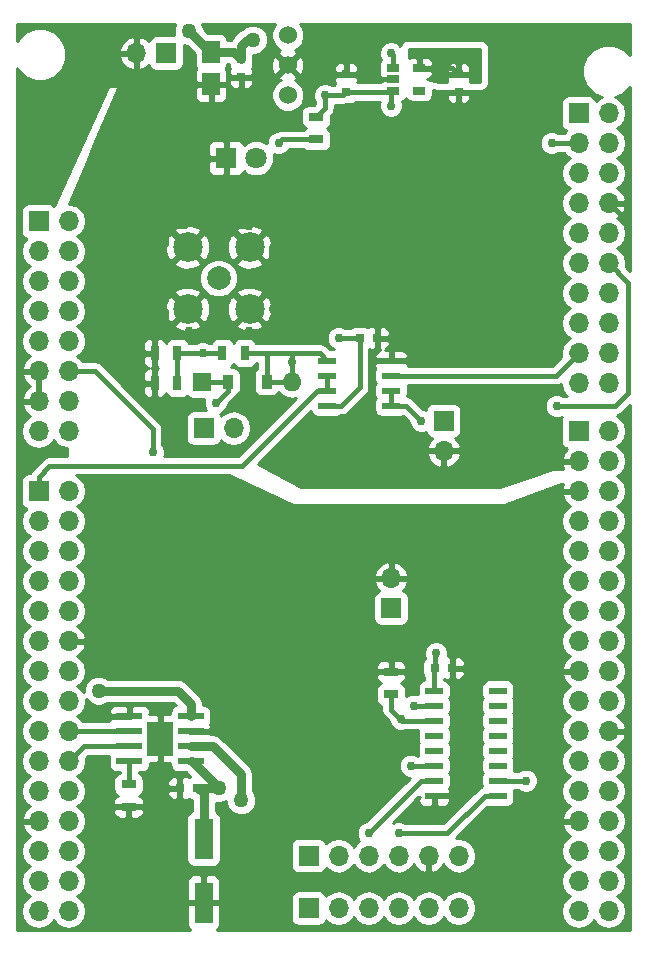
<source format=gbr>
G04 #@! TF.FileFunction,Copper,L1,Top,Signal*
%FSLAX46Y46*%
G04 Gerber Fmt 4.6, Leading zero omitted, Abs format (unit mm)*
G04 Created by KiCad (PCBNEW 4.0.6) date Thursday, July 13, 2017 'PMt' 02:05:31 PM*
%MOMM*%
%LPD*%
G01*
G04 APERTURE LIST*
%ADD10C,0.100000*%
%ADD11R,2.200000X0.600000*%
%ADD12R,2.200000X2.900000*%
%ADD13C,1.524000*%
%ADD14R,0.750000X0.800000*%
%ADD15R,0.800000X0.750000*%
%ADD16R,1.600000X3.500000*%
%ADD17R,0.900000X1.200000*%
%ADD18R,1.800000X1.800000*%
%ADD19C,1.800000*%
%ADD20R,1.700000X1.700000*%
%ADD21O,1.700000X1.700000*%
%ADD22C,1.998980*%
%ADD23C,2.500000*%
%ADD24R,0.700000X1.300000*%
%ADD25R,1.300000X0.700000*%
%ADD26R,1.500000X0.600000*%
%ADD27R,1.550000X0.600000*%
%ADD28R,1.060000X0.650000*%
%ADD29R,1.500000X1.950000*%
%ADD30R,1.600000X1.600000*%
%ADD31O,1.600000X1.600000*%
%ADD32C,1.270000*%
%ADD33C,0.762000*%
%ADD34C,0.762000*%
%ADD35C,0.381000*%
%ADD36C,0.254000*%
G04 APERTURE END LIST*
D10*
D11*
X156397000Y-108204000D03*
X151197000Y-108204000D03*
X156397000Y-109474000D03*
X151197000Y-109474000D03*
X156397000Y-110744000D03*
X151197000Y-110744000D03*
X156397000Y-112014000D03*
X151197000Y-112014000D03*
D12*
X153797000Y-110109000D03*
D13*
X164592000Y-53086000D03*
X164592000Y-55626000D03*
X164592000Y-50546000D03*
D14*
X160655000Y-52590000D03*
X160655000Y-54090000D03*
X169545000Y-55360000D03*
X169545000Y-53860000D03*
X179070000Y-53860000D03*
X179070000Y-55360000D03*
D15*
X156960000Y-114300000D03*
X155460000Y-114300000D03*
D16*
X157480000Y-118585000D03*
X157480000Y-123985000D03*
D17*
X159514000Y-79883000D03*
X162814000Y-79883000D03*
D18*
X159385000Y-60960000D03*
D19*
X161925000Y-60960000D03*
D20*
X166370000Y-120015000D03*
D21*
X168910000Y-120015000D03*
X171450000Y-120015000D03*
X173990000Y-120015000D03*
X176530000Y-120015000D03*
X179070000Y-120015000D03*
D20*
X166370000Y-124460000D03*
D21*
X168910000Y-124460000D03*
X171450000Y-124460000D03*
X173990000Y-124460000D03*
X176530000Y-124460000D03*
X179070000Y-124460000D03*
D20*
X154305000Y-52070000D03*
D21*
X151765000Y-52070000D03*
D20*
X177800000Y-83185000D03*
D21*
X177800000Y-85725000D03*
D22*
X158750000Y-71120000D03*
D23*
X161375000Y-68495000D03*
X156125000Y-68495000D03*
X161375000Y-73745000D03*
X156125000Y-73745000D03*
D20*
X157480000Y-83820000D03*
D21*
X160020000Y-83820000D03*
D24*
X160970000Y-77470000D03*
X159070000Y-77470000D03*
D25*
X167005000Y-57470000D03*
X167005000Y-59370000D03*
X151130000Y-113985000D03*
X151130000Y-115885000D03*
D26*
X177005000Y-106045000D03*
X177005000Y-107315000D03*
X177005000Y-108585000D03*
X177005000Y-109855000D03*
X177005000Y-111125000D03*
X177005000Y-112395000D03*
X177005000Y-113665000D03*
X177005000Y-114935000D03*
X182405000Y-114935000D03*
X182405000Y-113665000D03*
X182405000Y-112395000D03*
X182405000Y-111125000D03*
X182405000Y-109855000D03*
X182405000Y-108585000D03*
X182405000Y-107315000D03*
X182405000Y-106045000D03*
D27*
X173355000Y-81915000D03*
X173355000Y-80645000D03*
X173355000Y-79375000D03*
X173355000Y-78105000D03*
X167955000Y-78105000D03*
X167955000Y-79375000D03*
X167955000Y-80645000D03*
X167955000Y-81915000D03*
D28*
X173525000Y-53340000D03*
X173525000Y-54290000D03*
X173525000Y-55240000D03*
X175725000Y-55240000D03*
X175725000Y-53340000D03*
D20*
X189230000Y-57150000D03*
D21*
X191770000Y-57150000D03*
X189230000Y-59690000D03*
X191770000Y-59690000D03*
X189230000Y-62230000D03*
X191770000Y-62230000D03*
X189230000Y-64770000D03*
X191770000Y-64770000D03*
X189230000Y-67310000D03*
X191770000Y-67310000D03*
X189230000Y-69850000D03*
X191770000Y-69850000D03*
X189230000Y-72390000D03*
X191770000Y-72390000D03*
X189230000Y-74930000D03*
X191770000Y-74930000D03*
X189230000Y-77470000D03*
X191770000Y-77470000D03*
X189230000Y-80010000D03*
X191770000Y-80010000D03*
D20*
X143510000Y-66294000D03*
D21*
X146050000Y-66294000D03*
X143510000Y-68834000D03*
X146050000Y-68834000D03*
X143510000Y-71374000D03*
X146050000Y-71374000D03*
X143510000Y-73914000D03*
X146050000Y-73914000D03*
X143510000Y-76454000D03*
X146050000Y-76454000D03*
X143510000Y-78994000D03*
X146050000Y-78994000D03*
X143510000Y-81534000D03*
X146050000Y-81534000D03*
X143510000Y-84074000D03*
X146050000Y-84074000D03*
D20*
X143510000Y-89154000D03*
D21*
X146050000Y-89154000D03*
X143510000Y-91694000D03*
X146050000Y-91694000D03*
X143510000Y-94234000D03*
X146050000Y-94234000D03*
X143510000Y-96774000D03*
X146050000Y-96774000D03*
X143510000Y-99314000D03*
X146050000Y-99314000D03*
X143510000Y-101854000D03*
X146050000Y-101854000D03*
X143510000Y-104394000D03*
X146050000Y-104394000D03*
X143510000Y-106934000D03*
X146050000Y-106934000D03*
X143510000Y-109474000D03*
X146050000Y-109474000D03*
X143510000Y-112014000D03*
X146050000Y-112014000D03*
X143510000Y-114554000D03*
X146050000Y-114554000D03*
X143510000Y-117094000D03*
X146050000Y-117094000D03*
X143510000Y-119634000D03*
X146050000Y-119634000D03*
X143510000Y-122174000D03*
X146050000Y-122174000D03*
X143510000Y-124714000D03*
X146050000Y-124714000D03*
D20*
X189230000Y-84074000D03*
D21*
X191770000Y-84074000D03*
X189230000Y-86614000D03*
X191770000Y-86614000D03*
X189230000Y-89154000D03*
X191770000Y-89154000D03*
X189230000Y-91694000D03*
X191770000Y-91694000D03*
X189230000Y-94234000D03*
X191770000Y-94234000D03*
X189230000Y-96774000D03*
X191770000Y-96774000D03*
X189230000Y-99314000D03*
X191770000Y-99314000D03*
X189230000Y-101854000D03*
X191770000Y-101854000D03*
X189230000Y-104394000D03*
X191770000Y-104394000D03*
X189230000Y-106934000D03*
X191770000Y-106934000D03*
X189230000Y-109474000D03*
X191770000Y-109474000D03*
X189230000Y-112014000D03*
X191770000Y-112014000D03*
X189230000Y-114554000D03*
X191770000Y-114554000D03*
X189230000Y-117094000D03*
X191770000Y-117094000D03*
X189230000Y-119634000D03*
X191770000Y-119634000D03*
X189230000Y-122174000D03*
X191770000Y-122174000D03*
X189230000Y-124714000D03*
X191770000Y-124714000D03*
D15*
X177050000Y-104140000D03*
X178550000Y-104140000D03*
X170700000Y-76200000D03*
X172200000Y-76200000D03*
D29*
X158115000Y-51965000D03*
X158115000Y-54715000D03*
D20*
X173355000Y-99060000D03*
D21*
X173355000Y-96520000D03*
D25*
X173355000Y-106360000D03*
X173355000Y-104460000D03*
D24*
X153355000Y-80010000D03*
X155255000Y-80010000D03*
X153355000Y-77470000D03*
X155255000Y-77470000D03*
D30*
X157353000Y-79883000D03*
D31*
X164973000Y-79883000D03*
D32*
X161651236Y-50938904D03*
X156210000Y-50165000D03*
X158750000Y-114300000D03*
D33*
X162532799Y-75778414D03*
X163377940Y-75045958D03*
X163377940Y-73721904D03*
X163377942Y-68566543D03*
X154081390Y-73665561D03*
X154025045Y-68482029D03*
X156194238Y-66425519D03*
X167640000Y-52070000D03*
X152146000Y-50292000D03*
X150622000Y-50292000D03*
X149225000Y-50292000D03*
X149225000Y-51689000D03*
X149225000Y-52959000D03*
X151257000Y-54102000D03*
X152400000Y-53975000D03*
X193294000Y-82931000D03*
X193294000Y-68707000D03*
X176530000Y-122174000D03*
X148590000Y-89535000D03*
X175260000Y-85725000D03*
X175260000Y-97155000D03*
X161290000Y-66675000D03*
X162560000Y-66675000D03*
X163195000Y-67310000D03*
X163195000Y-69850000D03*
X163195000Y-71120000D03*
X163195000Y-72390000D03*
X161290000Y-75565000D03*
X160020000Y-75565000D03*
X157480000Y-75565000D03*
X156210000Y-75565000D03*
X154940000Y-75565000D03*
X154305000Y-74930000D03*
X154305000Y-72390000D03*
X154305000Y-71120000D03*
X154305000Y-69850000D03*
X154305000Y-67310000D03*
X154940000Y-66675000D03*
X160020000Y-66675000D03*
X158750000Y-66675000D03*
X157480000Y-66675000D03*
X157480000Y-60960000D03*
X171450000Y-56515000D03*
X171450000Y-53975000D03*
X167767000Y-55626000D03*
X173355000Y-56515000D03*
X173355000Y-52070000D03*
X180467000Y-53848000D03*
X180467000Y-52705000D03*
X179451000Y-52070000D03*
X178181000Y-52070000D03*
X178181000Y-52070000D03*
X177038000Y-52070000D03*
X175641000Y-52070000D03*
X177165000Y-102870000D03*
X168910000Y-76200000D03*
X158496000Y-81661000D03*
X164973000Y-78232000D03*
X163830000Y-59690000D03*
D32*
X160655000Y-115316000D03*
X148590000Y-106045000D03*
D33*
X175895000Y-83185000D03*
X157404827Y-77475873D03*
X175006000Y-112395000D03*
X153162000Y-85852000D03*
X187365375Y-81964127D03*
X184785000Y-113665000D03*
X175260000Y-107315000D03*
X174180973Y-108467251D03*
X186944000Y-59690000D03*
X171450000Y-118110000D03*
X173990000Y-118110000D03*
D34*
X161144096Y-50938904D02*
X161651236Y-50938904D01*
X160655000Y-52590000D02*
X160655000Y-51428000D01*
X160655000Y-51428000D02*
X161144096Y-50938904D01*
X156397000Y-112014000D02*
X156464000Y-112014000D01*
X156464000Y-112014000D02*
X158750000Y-114300000D01*
X158115000Y-51965000D02*
X158010000Y-51965000D01*
X158010000Y-51965000D02*
X156210000Y-50165000D01*
X157480000Y-118585000D02*
X157480000Y-114730000D01*
X157480000Y-114730000D02*
X157005000Y-114255000D01*
X157005000Y-114255000D02*
X156960000Y-114300000D01*
X158750000Y-114300000D02*
X156960000Y-114300000D01*
X158115000Y-51965000D02*
X160030000Y-51965000D01*
X160030000Y-51965000D02*
X160655000Y-52590000D01*
X158010000Y-52070000D02*
X158115000Y-51965000D01*
D35*
X162319385Y-75565000D02*
X162532799Y-75778414D01*
X161290000Y-75565000D02*
X162319385Y-75565000D01*
X163377940Y-73721904D02*
X163377940Y-75045958D01*
X163195000Y-68749485D02*
X163377942Y-68566543D01*
X163195000Y-69850000D02*
X163195000Y-68749485D01*
X154305000Y-73889171D02*
X154081390Y-73665561D01*
X154305000Y-74930000D02*
X154305000Y-73889171D01*
X154305000Y-68202074D02*
X154025045Y-68482029D01*
X154305000Y-67310000D02*
X154305000Y-68202074D01*
X154940000Y-66675000D02*
X155944757Y-66675000D01*
X155944757Y-66675000D02*
X156194238Y-66425519D01*
X191770000Y-64770000D02*
X193294000Y-66294000D01*
X193294000Y-66294000D02*
X193294000Y-68707000D01*
X161290000Y-66675000D02*
X160020000Y-66675000D01*
X163195000Y-67310000D02*
X162560000Y-66675000D01*
X163195000Y-72390000D02*
X163195000Y-71120000D01*
X157480000Y-75565000D02*
X160020000Y-75565000D01*
X156210000Y-75565000D02*
X157480000Y-75565000D01*
X154305000Y-74930000D02*
X154940000Y-75565000D01*
X154305000Y-71120000D02*
X154305000Y-72390000D01*
X154305000Y-69850000D02*
X154305000Y-71120000D01*
X157480000Y-66675000D02*
X158750000Y-66675000D01*
X173525000Y-54290000D02*
X171765000Y-54290000D01*
X171765000Y-54290000D02*
X171450000Y-53975000D01*
X167767000Y-55626000D02*
X167767000Y-56708000D01*
X167767000Y-56708000D02*
X167005000Y-57470000D01*
X167767000Y-55626000D02*
X169279000Y-55626000D01*
X169279000Y-55626000D02*
X169545000Y-55360000D01*
X173355000Y-56515000D02*
X173355000Y-55410000D01*
X173355000Y-55410000D02*
X173525000Y-55240000D01*
X173525000Y-53340000D02*
X173525000Y-52240000D01*
X173525000Y-52240000D02*
X173355000Y-52070000D01*
X169545000Y-55360000D02*
X173405000Y-55360000D01*
X173405000Y-55360000D02*
X173525000Y-55240000D01*
X177005000Y-106045000D02*
X177005000Y-104185000D01*
X177005000Y-104185000D02*
X177050000Y-104140000D01*
X180467000Y-52705000D02*
X180467000Y-53848000D01*
X179451000Y-52070000D02*
X179832000Y-52070000D01*
X179832000Y-52070000D02*
X180467000Y-52705000D01*
X178181000Y-52070000D02*
X179451000Y-52070000D01*
X177038000Y-52070000D02*
X178181000Y-52070000D01*
X175641000Y-52070000D02*
X177038000Y-52070000D01*
X175725000Y-53340000D02*
X175725000Y-52154000D01*
X175725000Y-52154000D02*
X175641000Y-52070000D01*
X178550000Y-53340000D02*
X179070000Y-53860000D01*
X175725000Y-53340000D02*
X178550000Y-53340000D01*
X177050000Y-104140000D02*
X177050000Y-102985000D01*
X177050000Y-102985000D02*
X177165000Y-102870000D01*
X170700000Y-76200000D02*
X168910000Y-76200000D01*
X167955000Y-81915000D02*
X169111000Y-81915000D01*
X169111000Y-81915000D02*
X170700000Y-80326000D01*
X170700000Y-80326000D02*
X170700000Y-76956000D01*
X170700000Y-76956000D02*
X170700000Y-76200000D01*
X177050000Y-106000000D02*
X177005000Y-106045000D01*
X159514000Y-79883000D02*
X159514000Y-80643000D01*
X159514000Y-80643000D02*
X158496000Y-81661000D01*
X159514000Y-79883000D02*
X157353000Y-79883000D01*
X160970000Y-77470000D02*
X162814000Y-77470000D01*
X162814000Y-77470000D02*
X164846000Y-77470000D01*
X162814000Y-79883000D02*
X162814000Y-77470000D01*
X164973000Y-79883000D02*
X162814000Y-79883000D01*
X164846000Y-77470000D02*
X167320000Y-77470000D01*
X164846000Y-77470000D02*
X164973000Y-77597000D01*
X164973000Y-77597000D02*
X164973000Y-79883000D01*
X167320000Y-77470000D02*
X167955000Y-78105000D01*
X161035000Y-77535000D02*
X160970000Y-77470000D01*
X167005000Y-59370000D02*
X164150000Y-59370000D01*
X164150000Y-59370000D02*
X163830000Y-59690000D01*
D34*
X156397000Y-110744000D02*
X158259000Y-110744000D01*
X158259000Y-110744000D02*
X160655000Y-113140000D01*
X160655000Y-113140000D02*
X160655000Y-115316000D01*
X156397000Y-108204000D02*
X156397000Y-107142000D01*
X156397000Y-107142000D02*
X155300000Y-106045000D01*
X155300000Y-106045000D02*
X149488025Y-106045000D01*
X149488025Y-106045000D02*
X148590000Y-106045000D01*
D35*
X173355000Y-81915000D02*
X174625000Y-81915000D01*
X174625000Y-81915000D02*
X175895000Y-83185000D01*
X173355000Y-80645000D02*
X173355000Y-81915000D01*
X157410700Y-77470000D02*
X157404827Y-77475873D01*
X159070000Y-77470000D02*
X157410700Y-77470000D01*
X157398954Y-77470000D02*
X157404827Y-77475873D01*
X155255000Y-77470000D02*
X157398954Y-77470000D01*
X155255000Y-77470000D02*
X155255000Y-80010000D01*
X146050000Y-78994000D02*
X148272932Y-78994000D01*
X148272932Y-78994000D02*
X153162000Y-83883068D01*
X153162000Y-83883068D02*
X153162000Y-85852000D01*
X175006000Y-112395000D02*
X177005000Y-112395000D01*
X192286701Y-81964127D02*
X187789639Y-81964127D01*
X193410354Y-71490354D02*
X193410354Y-80840474D01*
X191770000Y-69850000D02*
X193410354Y-71490354D01*
X193410354Y-80840474D02*
X192286701Y-81964127D01*
X187789639Y-81964127D02*
X187365375Y-81964127D01*
X182405000Y-113665000D02*
X184785000Y-113665000D01*
X151197000Y-112014000D02*
X151197000Y-113918000D01*
X151197000Y-113918000D02*
X151130000Y-113985000D01*
X177005000Y-107315000D02*
X175260000Y-107315000D01*
X177005000Y-108585000D02*
X174298722Y-108585000D01*
X174298722Y-108585000D02*
X174180973Y-108467251D01*
X173880974Y-108167252D02*
X174180973Y-108467251D01*
X173355000Y-107641278D02*
X173880974Y-108167252D01*
X173355000Y-106360000D02*
X173355000Y-107641278D01*
X189230000Y-59690000D02*
X186944000Y-59690000D01*
X189230000Y-77470000D02*
X187325000Y-79375000D01*
X187325000Y-79375000D02*
X173355000Y-79375000D01*
X143510000Y-89154000D02*
X143510000Y-87919296D01*
X143510000Y-87919296D02*
X144434296Y-86995000D01*
X144434296Y-86995000D02*
X160771298Y-86995000D01*
X160771298Y-86995000D02*
X167121298Y-80645000D01*
X167121298Y-80645000D02*
X167955000Y-80645000D01*
X167955000Y-79375000D02*
X167955000Y-80645000D01*
X151197000Y-109474000D02*
X146050000Y-109474000D01*
X146304000Y-109220000D02*
X146050000Y-109474000D01*
X151197000Y-110744000D02*
X147320000Y-110744000D01*
X147320000Y-110744000D02*
X146050000Y-112014000D01*
X177005000Y-113665000D02*
X175874000Y-113665000D01*
X175874000Y-113665000D02*
X171450000Y-118089000D01*
X171450000Y-118089000D02*
X171450000Y-118110000D01*
X182405000Y-114935000D02*
X181274000Y-114935000D01*
X181274000Y-114935000D02*
X178099000Y-118110000D01*
X178099000Y-118110000D02*
X173990000Y-118110000D01*
D36*
G36*
X154940221Y-49911273D02*
X154939780Y-50416510D01*
X155004258Y-50572560D01*
X153455000Y-50572560D01*
X153219683Y-50616838D01*
X153003559Y-50755910D01*
X152858569Y-50968110D01*
X152836699Y-51076107D01*
X152531924Y-50798355D01*
X152121890Y-50628524D01*
X151892000Y-50749845D01*
X151892000Y-51943000D01*
X151912000Y-51943000D01*
X151912000Y-52197000D01*
X151892000Y-52197000D01*
X151892000Y-53390155D01*
X152121890Y-53511476D01*
X152531924Y-53341645D01*
X152834937Y-53065499D01*
X152851838Y-53155317D01*
X152990910Y-53371441D01*
X153203110Y-53516431D01*
X153455000Y-53567440D01*
X155155000Y-53567440D01*
X155390317Y-53523162D01*
X155606441Y-53384090D01*
X155751431Y-53171890D01*
X155802440Y-52920000D01*
X155802440Y-51370902D01*
X155956273Y-51434779D01*
X156043014Y-51434855D01*
X156717560Y-52109401D01*
X156717560Y-52940000D01*
X156761838Y-53175317D01*
X156867482Y-53339493D01*
X156826673Y-53380302D01*
X156730000Y-53613691D01*
X156730000Y-54429250D01*
X156888750Y-54588000D01*
X157988000Y-54588000D01*
X157988000Y-54568000D01*
X158242000Y-54568000D01*
X158242000Y-54588000D01*
X159341250Y-54588000D01*
X159500000Y-54429250D01*
X159500000Y-54375750D01*
X159645000Y-54375750D01*
X159645000Y-54616309D01*
X159741673Y-54849698D01*
X159920301Y-55028327D01*
X160153690Y-55125000D01*
X160369250Y-55125000D01*
X160528000Y-54966250D01*
X160528000Y-54217000D01*
X160782000Y-54217000D01*
X160782000Y-54966250D01*
X160940750Y-55125000D01*
X161156310Y-55125000D01*
X161389699Y-55028327D01*
X161568327Y-54849698D01*
X161665000Y-54616309D01*
X161665000Y-54375750D01*
X161506250Y-54217000D01*
X160782000Y-54217000D01*
X160528000Y-54217000D01*
X159803750Y-54217000D01*
X159645000Y-54375750D01*
X159500000Y-54375750D01*
X159500000Y-53613691D01*
X159403327Y-53380302D01*
X159361366Y-53338340D01*
X159461431Y-53191890D01*
X159504137Y-52981000D01*
X159609160Y-52981000D01*
X159635898Y-53007738D01*
X159676838Y-53225317D01*
X159743329Y-53328646D01*
X159741673Y-53330302D01*
X159645000Y-53563691D01*
X159645000Y-53804250D01*
X159803750Y-53963000D01*
X160528000Y-53963000D01*
X160528000Y-53943000D01*
X160782000Y-53943000D01*
X160782000Y-53963000D01*
X161506250Y-53963000D01*
X161665000Y-53804250D01*
X161665000Y-53563691D01*
X161568327Y-53330302D01*
X161566957Y-53328932D01*
X161626431Y-53241890D01*
X161677440Y-52990000D01*
X161677440Y-52878302D01*
X163182856Y-52878302D01*
X163210638Y-53433368D01*
X163369603Y-53817143D01*
X163611787Y-53886608D01*
X164412395Y-53086000D01*
X164771605Y-53086000D01*
X165572213Y-53886608D01*
X165814397Y-53817143D01*
X165986875Y-53333691D01*
X168535000Y-53333691D01*
X168535000Y-53574250D01*
X168693750Y-53733000D01*
X169418000Y-53733000D01*
X169418000Y-52983750D01*
X169672000Y-52983750D01*
X169672000Y-53733000D01*
X170396250Y-53733000D01*
X170555000Y-53574250D01*
X170555000Y-53333691D01*
X170458327Y-53100302D01*
X170279699Y-52921673D01*
X170046310Y-52825000D01*
X169830750Y-52825000D01*
X169672000Y-52983750D01*
X169418000Y-52983750D01*
X169259250Y-52825000D01*
X169043690Y-52825000D01*
X168810301Y-52921673D01*
X168631673Y-53100302D01*
X168535000Y-53333691D01*
X165986875Y-53333691D01*
X166001144Y-53293698D01*
X165973362Y-52738632D01*
X165814397Y-52354857D01*
X165572213Y-52285392D01*
X164771605Y-53086000D01*
X164412395Y-53086000D01*
X163611787Y-52285392D01*
X163369603Y-52354857D01*
X163182856Y-52878302D01*
X161677440Y-52878302D01*
X161677440Y-52208927D01*
X161902746Y-52209124D01*
X162369694Y-52016186D01*
X162727262Y-51659241D01*
X162921015Y-51192631D01*
X162921456Y-50687394D01*
X162728518Y-50220446D01*
X162371573Y-49862878D01*
X161904963Y-49669125D01*
X161399726Y-49668684D01*
X160932778Y-49861622D01*
X160803528Y-49990647D01*
X160755290Y-50000242D01*
X160755288Y-50000243D01*
X160755289Y-50000243D01*
X160425675Y-50220484D01*
X159936580Y-50709580D01*
X159776603Y-50949000D01*
X159504725Y-50949000D01*
X159468162Y-50754683D01*
X159329090Y-50538559D01*
X159116890Y-50393569D01*
X158865000Y-50342560D01*
X157824400Y-50342560D01*
X157480146Y-49998306D01*
X157480220Y-49913490D01*
X157352755Y-49605000D01*
X163557261Y-49605000D01*
X163408371Y-49753630D01*
X163195243Y-50266900D01*
X163194758Y-50822661D01*
X163406990Y-51336303D01*
X163799630Y-51729629D01*
X163991727Y-51809395D01*
X163860857Y-51863603D01*
X163791392Y-52105787D01*
X164592000Y-52906395D01*
X165392608Y-52105787D01*
X165323143Y-51863603D01*
X165182682Y-51813491D01*
X165382303Y-51731010D01*
X165775629Y-51338370D01*
X165988757Y-50825100D01*
X165989242Y-50269339D01*
X165777010Y-49755697D01*
X165626576Y-49605000D01*
X193600000Y-49605000D01*
X193600000Y-52263668D01*
X193037679Y-51700364D01*
X192216519Y-51359389D01*
X191327381Y-51358613D01*
X190505628Y-51698155D01*
X189876364Y-52326321D01*
X189535389Y-53147481D01*
X189534613Y-54036619D01*
X189874155Y-54858372D01*
X190502321Y-55487636D01*
X191192275Y-55774130D01*
X191172622Y-55778039D01*
X190690853Y-56099946D01*
X190690029Y-56101179D01*
X190683162Y-56064683D01*
X190544090Y-55848559D01*
X190331890Y-55703569D01*
X190080000Y-55652560D01*
X188380000Y-55652560D01*
X188144683Y-55696838D01*
X187928559Y-55835910D01*
X187783569Y-56048110D01*
X187732560Y-56300000D01*
X187732560Y-58000000D01*
X187776838Y-58235317D01*
X187915910Y-58451441D01*
X188128110Y-58596431D01*
X188195541Y-58610086D01*
X188150853Y-58639946D01*
X188000811Y-58864500D01*
X187555528Y-58864500D01*
X187520269Y-58829179D01*
X187146982Y-58674176D01*
X186742792Y-58673824D01*
X186369234Y-58828175D01*
X186083179Y-59113731D01*
X185928176Y-59487018D01*
X185927824Y-59891208D01*
X186082175Y-60264766D01*
X186367731Y-60550821D01*
X186741018Y-60705824D01*
X187145208Y-60706176D01*
X187518766Y-60551825D01*
X187555154Y-60515500D01*
X188000811Y-60515500D01*
X188150853Y-60740054D01*
X188480026Y-60960000D01*
X188150853Y-61179946D01*
X187828946Y-61661715D01*
X187715907Y-62230000D01*
X187828946Y-62798285D01*
X188150853Y-63280054D01*
X188480026Y-63500000D01*
X188150853Y-63719946D01*
X187828946Y-64201715D01*
X187715907Y-64770000D01*
X187828946Y-65338285D01*
X188150853Y-65820054D01*
X188480026Y-66040000D01*
X188150853Y-66259946D01*
X187828946Y-66741715D01*
X187715907Y-67310000D01*
X187828946Y-67878285D01*
X188150853Y-68360054D01*
X188480026Y-68580000D01*
X188150853Y-68799946D01*
X187828946Y-69281715D01*
X187715907Y-69850000D01*
X187828946Y-70418285D01*
X188150853Y-70900054D01*
X188480026Y-71120000D01*
X188150853Y-71339946D01*
X187828946Y-71821715D01*
X187715907Y-72390000D01*
X187828946Y-72958285D01*
X188150853Y-73440054D01*
X188480026Y-73660000D01*
X188150853Y-73879946D01*
X187828946Y-74361715D01*
X187715907Y-74930000D01*
X187828946Y-75498285D01*
X188150853Y-75980054D01*
X188480026Y-76200000D01*
X188150853Y-76419946D01*
X187828946Y-76901715D01*
X187715907Y-77470000D01*
X187773421Y-77759145D01*
X186983066Y-78549500D01*
X174757465Y-78549500D01*
X174765000Y-78531310D01*
X174765000Y-78390750D01*
X174606250Y-78232000D01*
X173482000Y-78232000D01*
X173482000Y-78252000D01*
X173228000Y-78252000D01*
X173228000Y-78232000D01*
X172103750Y-78232000D01*
X171945000Y-78390750D01*
X171945000Y-78531310D01*
X172034806Y-78748122D01*
X171983569Y-78823110D01*
X171932560Y-79075000D01*
X171932560Y-79675000D01*
X171976838Y-79910317D01*
X172040678Y-80009528D01*
X171983569Y-80093110D01*
X171932560Y-80345000D01*
X171932560Y-80945000D01*
X171976838Y-81180317D01*
X172040678Y-81279528D01*
X171983569Y-81363110D01*
X171932560Y-81615000D01*
X171932560Y-82215000D01*
X171976838Y-82450317D01*
X172115910Y-82666441D01*
X172328110Y-82811431D01*
X172580000Y-82862440D01*
X174130000Y-82862440D01*
X174361455Y-82818889D01*
X174878867Y-83336301D01*
X174878824Y-83386208D01*
X175033175Y-83759766D01*
X175318731Y-84045821D01*
X175692018Y-84200824D01*
X176096208Y-84201176D01*
X176316687Y-84110076D01*
X176346838Y-84270317D01*
X176485910Y-84486441D01*
X176698110Y-84631431D01*
X176806107Y-84653301D01*
X176528355Y-84958076D01*
X176358524Y-85368110D01*
X176479845Y-85598000D01*
X177673000Y-85598000D01*
X177673000Y-85578000D01*
X177927000Y-85578000D01*
X177927000Y-85598000D01*
X179120155Y-85598000D01*
X179241476Y-85368110D01*
X179071645Y-84958076D01*
X178795499Y-84655063D01*
X178885317Y-84638162D01*
X179101441Y-84499090D01*
X179246431Y-84286890D01*
X179297440Y-84035000D01*
X179297440Y-82335000D01*
X179253162Y-82099683D01*
X179114090Y-81883559D01*
X178901890Y-81738569D01*
X178650000Y-81687560D01*
X176950000Y-81687560D01*
X176714683Y-81731838D01*
X176498559Y-81870910D01*
X176353569Y-82083110D01*
X176317667Y-82260398D01*
X176097982Y-82169176D01*
X176046565Y-82169131D01*
X175208717Y-81331283D01*
X174940906Y-81152337D01*
X174743408Y-81113053D01*
X174777440Y-80945000D01*
X174777440Y-80345000D01*
X174750250Y-80200500D01*
X187325000Y-80200500D01*
X187640906Y-80137663D01*
X187729523Y-80078451D01*
X187828946Y-80578285D01*
X188150853Y-81060054D01*
X188268446Y-81138627D01*
X187976903Y-81138627D01*
X187941644Y-81103306D01*
X187568357Y-80948303D01*
X187164167Y-80947951D01*
X186790609Y-81102302D01*
X186504554Y-81387858D01*
X186349551Y-81761145D01*
X186349199Y-82165335D01*
X186503550Y-82538893D01*
X186789106Y-82824948D01*
X187162393Y-82979951D01*
X187566583Y-82980303D01*
X187861127Y-82858600D01*
X187783569Y-82972110D01*
X187732560Y-83224000D01*
X187732560Y-84924000D01*
X187776838Y-85159317D01*
X187915910Y-85375441D01*
X188128110Y-85520431D01*
X188236107Y-85542301D01*
X187958355Y-85847076D01*
X187788524Y-86257110D01*
X187909845Y-86487000D01*
X189103000Y-86487000D01*
X189103000Y-86467000D01*
X189357000Y-86467000D01*
X189357000Y-86487000D01*
X189377000Y-86487000D01*
X189377000Y-86741000D01*
X189357000Y-86741000D01*
X189357000Y-86761000D01*
X189103000Y-86761000D01*
X189103000Y-86741000D01*
X187909845Y-86741000D01*
X187788524Y-86970890D01*
X187903714Y-87249000D01*
X187071000Y-87249000D01*
X187029811Y-87255865D01*
X182604834Y-88773000D01*
X165765789Y-88773000D01*
X162066452Y-86867280D01*
X162851842Y-86081890D01*
X176358524Y-86081890D01*
X176528355Y-86491924D01*
X176918642Y-86920183D01*
X177443108Y-87166486D01*
X177673000Y-87045819D01*
X177673000Y-85852000D01*
X177927000Y-85852000D01*
X177927000Y-87045819D01*
X178156892Y-87166486D01*
X178681358Y-86920183D01*
X179071645Y-86491924D01*
X179241476Y-86081890D01*
X179120155Y-85852000D01*
X177927000Y-85852000D01*
X177673000Y-85852000D01*
X176479845Y-85852000D01*
X176358524Y-86081890D01*
X162851842Y-86081890D01*
X166562043Y-82371689D01*
X166576838Y-82450317D01*
X166715910Y-82666441D01*
X166928110Y-82811431D01*
X167180000Y-82862440D01*
X168730000Y-82862440D01*
X168965317Y-82818162D01*
X169086007Y-82740500D01*
X169111000Y-82740500D01*
X169426906Y-82677663D01*
X169694717Y-82498717D01*
X171283714Y-80909719D01*
X171283717Y-80909717D01*
X171462663Y-80641905D01*
X171525500Y-80326000D01*
X171525500Y-77678690D01*
X171945000Y-77678690D01*
X171945000Y-77819250D01*
X172103750Y-77978000D01*
X173228000Y-77978000D01*
X173228000Y-77328750D01*
X173482000Y-77328750D01*
X173482000Y-77978000D01*
X174606250Y-77978000D01*
X174765000Y-77819250D01*
X174765000Y-77678690D01*
X174668327Y-77445301D01*
X174489698Y-77266673D01*
X174256309Y-77170000D01*
X173640750Y-77170000D01*
X173482000Y-77328750D01*
X173228000Y-77328750D01*
X173069250Y-77170000D01*
X172822877Y-77170000D01*
X172959698Y-77113327D01*
X173138327Y-76934699D01*
X173235000Y-76701310D01*
X173235000Y-76485750D01*
X173076250Y-76327000D01*
X172327000Y-76327000D01*
X172327000Y-77051250D01*
X172448076Y-77172326D01*
X172220302Y-77266673D01*
X172041673Y-77445301D01*
X171945000Y-77678690D01*
X171525500Y-77678690D01*
X171525500Y-77148617D01*
X171673691Y-77210000D01*
X171914250Y-77210000D01*
X172073000Y-77051250D01*
X172073000Y-76327000D01*
X172053000Y-76327000D01*
X172053000Y-76073000D01*
X172073000Y-76073000D01*
X172073000Y-75348750D01*
X172327000Y-75348750D01*
X172327000Y-76073000D01*
X173076250Y-76073000D01*
X173235000Y-75914250D01*
X173235000Y-75698690D01*
X173138327Y-75465301D01*
X172959698Y-75286673D01*
X172726309Y-75190000D01*
X172485750Y-75190000D01*
X172327000Y-75348750D01*
X172073000Y-75348750D01*
X171914250Y-75190000D01*
X171673691Y-75190000D01*
X171440302Y-75286673D01*
X171438932Y-75288043D01*
X171351890Y-75228569D01*
X171100000Y-75177560D01*
X170300000Y-75177560D01*
X170064683Y-75221838D01*
X169848559Y-75360910D01*
X169839273Y-75374500D01*
X169521528Y-75374500D01*
X169486269Y-75339179D01*
X169112982Y-75184176D01*
X168708792Y-75183824D01*
X168335234Y-75338175D01*
X168049179Y-75623731D01*
X167894176Y-75997018D01*
X167893824Y-76401208D01*
X168048175Y-76774766D01*
X168333731Y-77060821D01*
X168566703Y-77157560D01*
X168174994Y-77157560D01*
X167903717Y-76886283D01*
X167635906Y-76707337D01*
X167320000Y-76644500D01*
X161934417Y-76644500D01*
X161923162Y-76584683D01*
X161784090Y-76368559D01*
X161571890Y-76223569D01*
X161320000Y-76172560D01*
X160620000Y-76172560D01*
X160384683Y-76216838D01*
X160168559Y-76355910D01*
X160023569Y-76568110D01*
X160020919Y-76581197D01*
X159884090Y-76368559D01*
X159671890Y-76223569D01*
X159420000Y-76172560D01*
X158720000Y-76172560D01*
X158484683Y-76216838D01*
X158268559Y-76355910D01*
X158123569Y-76568110D01*
X158108100Y-76644500D01*
X158010493Y-76644500D01*
X157981096Y-76615052D01*
X157607809Y-76460049D01*
X157203619Y-76459697D01*
X156830061Y-76614048D01*
X156799556Y-76644500D01*
X156219417Y-76644500D01*
X156208162Y-76584683D01*
X156069090Y-76368559D01*
X155856890Y-76223569D01*
X155605000Y-76172560D01*
X154905000Y-76172560D01*
X154669683Y-76216838D01*
X154453559Y-76355910D01*
X154308569Y-76568110D01*
X154301809Y-76601490D01*
X154243327Y-76460301D01*
X154064698Y-76281673D01*
X153831309Y-76185000D01*
X153640750Y-76185000D01*
X153482000Y-76343750D01*
X153482000Y-77343000D01*
X153502000Y-77343000D01*
X153502000Y-77597000D01*
X153482000Y-77597000D01*
X153482000Y-78596250D01*
X153625750Y-78740000D01*
X153482000Y-78883750D01*
X153482000Y-79883000D01*
X153502000Y-79883000D01*
X153502000Y-80137000D01*
X153482000Y-80137000D01*
X153482000Y-81136250D01*
X153640750Y-81295000D01*
X153831309Y-81295000D01*
X154064698Y-81198327D01*
X154243327Y-81019699D01*
X154299654Y-80883713D01*
X154301838Y-80895317D01*
X154440910Y-81111441D01*
X154653110Y-81256431D01*
X154905000Y-81307440D01*
X155605000Y-81307440D01*
X155840317Y-81263162D01*
X156056441Y-81124090D01*
X156069732Y-81104638D01*
X156088910Y-81134441D01*
X156301110Y-81279431D01*
X156553000Y-81330440D01*
X157533151Y-81330440D01*
X157480176Y-81458018D01*
X157479824Y-81862208D01*
X157634175Y-82235766D01*
X157720818Y-82322560D01*
X156630000Y-82322560D01*
X156394683Y-82366838D01*
X156178559Y-82505910D01*
X156033569Y-82718110D01*
X155982560Y-82970000D01*
X155982560Y-84670000D01*
X156026838Y-84905317D01*
X156165910Y-85121441D01*
X156378110Y-85266431D01*
X156630000Y-85317440D01*
X158330000Y-85317440D01*
X158565317Y-85273162D01*
X158781441Y-85134090D01*
X158926431Y-84921890D01*
X158940086Y-84854459D01*
X158969946Y-84899147D01*
X159451715Y-85221054D01*
X160020000Y-85334093D01*
X160588285Y-85221054D01*
X161070054Y-84899147D01*
X161391961Y-84417378D01*
X161505000Y-83849093D01*
X161505000Y-83790907D01*
X161391961Y-83222622D01*
X161070054Y-82740853D01*
X160588285Y-82418946D01*
X160020000Y-82305907D01*
X159451715Y-82418946D01*
X158969946Y-82740853D01*
X158942150Y-82782452D01*
X158933162Y-82734683D01*
X158854371Y-82612238D01*
X159070766Y-82522825D01*
X159356821Y-82237269D01*
X159511824Y-81863982D01*
X159511869Y-81812565D01*
X160097714Y-81226719D01*
X160097717Y-81226717D01*
X160190528Y-81087816D01*
X160199317Y-81086162D01*
X160415441Y-80947090D01*
X160560431Y-80734890D01*
X160611440Y-80483000D01*
X160611440Y-79283000D01*
X160567162Y-79047683D01*
X160428090Y-78831559D01*
X160215890Y-78686569D01*
X159964000Y-78635560D01*
X159791454Y-78635560D01*
X159871441Y-78584090D01*
X160016431Y-78371890D01*
X160019081Y-78358803D01*
X160155910Y-78571441D01*
X160368110Y-78716431D01*
X160620000Y-78767440D01*
X161320000Y-78767440D01*
X161555317Y-78723162D01*
X161771441Y-78584090D01*
X161916431Y-78371890D01*
X161931900Y-78295500D01*
X161988500Y-78295500D01*
X161988500Y-78770043D01*
X161912559Y-78818910D01*
X161767569Y-79031110D01*
X161716560Y-79283000D01*
X161716560Y-80483000D01*
X161760838Y-80718317D01*
X161899910Y-80934441D01*
X162112110Y-81079431D01*
X162364000Y-81130440D01*
X163264000Y-81130440D01*
X163499317Y-81086162D01*
X163715441Y-80947090D01*
X163840700Y-80763768D01*
X163930189Y-80897698D01*
X164395736Y-81208767D01*
X164944887Y-81318000D01*
X165001113Y-81318000D01*
X165350327Y-81248537D01*
X160429364Y-86169500D01*
X154130272Y-86169500D01*
X154177824Y-86054982D01*
X154178176Y-85650792D01*
X154023825Y-85277234D01*
X153987500Y-85240846D01*
X153987500Y-83883068D01*
X153924663Y-83567163D01*
X153924663Y-83567162D01*
X153804938Y-83387982D01*
X153745717Y-83299351D01*
X153745714Y-83299349D01*
X150742116Y-80295750D01*
X152370000Y-80295750D01*
X152370000Y-80786310D01*
X152466673Y-81019699D01*
X152645302Y-81198327D01*
X152878691Y-81295000D01*
X153069250Y-81295000D01*
X153228000Y-81136250D01*
X153228000Y-80137000D01*
X152528750Y-80137000D01*
X152370000Y-80295750D01*
X150742116Y-80295750D01*
X148856649Y-78410283D01*
X148588838Y-78231337D01*
X148272932Y-78168500D01*
X147279189Y-78168500D01*
X147129147Y-77943946D01*
X146847492Y-77755750D01*
X152370000Y-77755750D01*
X152370000Y-78246310D01*
X152466673Y-78479699D01*
X152645302Y-78658327D01*
X152842478Y-78740000D01*
X152645302Y-78821673D01*
X152466673Y-79000301D01*
X152370000Y-79233690D01*
X152370000Y-79724250D01*
X152528750Y-79883000D01*
X153228000Y-79883000D01*
X153228000Y-78883750D01*
X153084250Y-78740000D01*
X153228000Y-78596250D01*
X153228000Y-77597000D01*
X152528750Y-77597000D01*
X152370000Y-77755750D01*
X146847492Y-77755750D01*
X146799974Y-77724000D01*
X147129147Y-77504054D01*
X147451054Y-77022285D01*
X147516415Y-76693690D01*
X152370000Y-76693690D01*
X152370000Y-77184250D01*
X152528750Y-77343000D01*
X153228000Y-77343000D01*
X153228000Y-76343750D01*
X153069250Y-76185000D01*
X152878691Y-76185000D01*
X152645302Y-76281673D01*
X152466673Y-76460301D01*
X152370000Y-76693690D01*
X147516415Y-76693690D01*
X147564093Y-76454000D01*
X147451054Y-75885715D01*
X147129147Y-75403946D01*
X146799974Y-75184000D01*
X146958135Y-75078320D01*
X154971285Y-75078320D01*
X155100533Y-75371123D01*
X155800806Y-75639388D01*
X156550435Y-75619250D01*
X157149467Y-75371123D01*
X157278715Y-75078320D01*
X160221285Y-75078320D01*
X160350533Y-75371123D01*
X161050806Y-75639388D01*
X161800435Y-75619250D01*
X162399467Y-75371123D01*
X162528715Y-75078320D01*
X161375000Y-73924605D01*
X160221285Y-75078320D01*
X157278715Y-75078320D01*
X156125000Y-73924605D01*
X154971285Y-75078320D01*
X146958135Y-75078320D01*
X147129147Y-74964054D01*
X147451054Y-74482285D01*
X147564093Y-73914000D01*
X147465991Y-73420806D01*
X154230612Y-73420806D01*
X154250750Y-74170435D01*
X154498877Y-74769467D01*
X154791680Y-74898715D01*
X155945395Y-73745000D01*
X156304605Y-73745000D01*
X157458320Y-74898715D01*
X157751123Y-74769467D01*
X158019388Y-74069194D01*
X158001970Y-73420806D01*
X159480612Y-73420806D01*
X159500750Y-74170435D01*
X159748877Y-74769467D01*
X160041680Y-74898715D01*
X161195395Y-73745000D01*
X161554605Y-73745000D01*
X162708320Y-74898715D01*
X163001123Y-74769467D01*
X163269388Y-74069194D01*
X163249250Y-73319565D01*
X163001123Y-72720533D01*
X162708320Y-72591285D01*
X161554605Y-73745000D01*
X161195395Y-73745000D01*
X160041680Y-72591285D01*
X159748877Y-72720533D01*
X159480612Y-73420806D01*
X158001970Y-73420806D01*
X157999250Y-73319565D01*
X157751123Y-72720533D01*
X157458320Y-72591285D01*
X156304605Y-73745000D01*
X155945395Y-73745000D01*
X154791680Y-72591285D01*
X154498877Y-72720533D01*
X154230612Y-73420806D01*
X147465991Y-73420806D01*
X147451054Y-73345715D01*
X147129147Y-72863946D01*
X146799974Y-72644000D01*
X147129147Y-72424054D01*
X147137415Y-72411680D01*
X154971285Y-72411680D01*
X156125000Y-73565395D01*
X157278715Y-72411680D01*
X157149467Y-72118877D01*
X156449194Y-71850612D01*
X155699565Y-71870750D01*
X155100533Y-72118877D01*
X154971285Y-72411680D01*
X147137415Y-72411680D01*
X147451054Y-71942285D01*
X147550229Y-71443694D01*
X157115226Y-71443694D01*
X157363538Y-72044655D01*
X157822927Y-72504846D01*
X158423453Y-72754206D01*
X159073694Y-72754774D01*
X159674655Y-72506462D01*
X159769602Y-72411680D01*
X160221285Y-72411680D01*
X161375000Y-73565395D01*
X162528715Y-72411680D01*
X162399467Y-72118877D01*
X161699194Y-71850612D01*
X160949565Y-71870750D01*
X160350533Y-72118877D01*
X160221285Y-72411680D01*
X159769602Y-72411680D01*
X160134846Y-72047073D01*
X160384206Y-71446547D01*
X160384774Y-70796306D01*
X160136462Y-70195345D01*
X159770077Y-69828320D01*
X160221285Y-69828320D01*
X160350533Y-70121123D01*
X161050806Y-70389388D01*
X161800435Y-70369250D01*
X162399467Y-70121123D01*
X162528715Y-69828320D01*
X161375000Y-68674605D01*
X160221285Y-69828320D01*
X159770077Y-69828320D01*
X159677073Y-69735154D01*
X159076547Y-69485794D01*
X158426306Y-69485226D01*
X157825345Y-69733538D01*
X157365154Y-70192927D01*
X157115794Y-70793453D01*
X157115226Y-71443694D01*
X147550229Y-71443694D01*
X147564093Y-71374000D01*
X147451054Y-70805715D01*
X147129147Y-70323946D01*
X146799974Y-70104000D01*
X147129147Y-69884054D01*
X147166387Y-69828320D01*
X154971285Y-69828320D01*
X155100533Y-70121123D01*
X155800806Y-70389388D01*
X156550435Y-70369250D01*
X157149467Y-70121123D01*
X157278715Y-69828320D01*
X156125000Y-68674605D01*
X154971285Y-69828320D01*
X147166387Y-69828320D01*
X147451054Y-69402285D01*
X147564093Y-68834000D01*
X147451054Y-68265715D01*
X147387638Y-68170806D01*
X154230612Y-68170806D01*
X154250750Y-68920435D01*
X154498877Y-69519467D01*
X154791680Y-69648715D01*
X155945395Y-68495000D01*
X156304605Y-68495000D01*
X157458320Y-69648715D01*
X157751123Y-69519467D01*
X158019388Y-68819194D01*
X158001970Y-68170806D01*
X159480612Y-68170806D01*
X159500750Y-68920435D01*
X159748877Y-69519467D01*
X160041680Y-69648715D01*
X161195395Y-68495000D01*
X161554605Y-68495000D01*
X162708320Y-69648715D01*
X163001123Y-69519467D01*
X163269388Y-68819194D01*
X163249250Y-68069565D01*
X163001123Y-67470533D01*
X162708320Y-67341285D01*
X161554605Y-68495000D01*
X161195395Y-68495000D01*
X160041680Y-67341285D01*
X159748877Y-67470533D01*
X159480612Y-68170806D01*
X158001970Y-68170806D01*
X157999250Y-68069565D01*
X157751123Y-67470533D01*
X157458320Y-67341285D01*
X156304605Y-68495000D01*
X155945395Y-68495000D01*
X154791680Y-67341285D01*
X154498877Y-67470533D01*
X154230612Y-68170806D01*
X147387638Y-68170806D01*
X147129147Y-67783946D01*
X146799974Y-67564000D01*
X147129147Y-67344054D01*
X147251005Y-67161680D01*
X154971285Y-67161680D01*
X156125000Y-68315395D01*
X157278715Y-67161680D01*
X160221285Y-67161680D01*
X161375000Y-68315395D01*
X162528715Y-67161680D01*
X162399467Y-66868877D01*
X161699194Y-66600612D01*
X160949565Y-66620750D01*
X160350533Y-66868877D01*
X160221285Y-67161680D01*
X157278715Y-67161680D01*
X157149467Y-66868877D01*
X156449194Y-66600612D01*
X155699565Y-66620750D01*
X155100533Y-66868877D01*
X154971285Y-67161680D01*
X147251005Y-67161680D01*
X147451054Y-66862285D01*
X147564093Y-66294000D01*
X147451054Y-65725715D01*
X147129147Y-65243946D01*
X146647378Y-64922039D01*
X146079093Y-64809000D01*
X146076537Y-64809000D01*
X147591942Y-61245750D01*
X157850000Y-61245750D01*
X157850000Y-61986310D01*
X157946673Y-62219699D01*
X158125302Y-62398327D01*
X158358691Y-62495000D01*
X159099250Y-62495000D01*
X159258000Y-62336250D01*
X159258000Y-61087000D01*
X158008750Y-61087000D01*
X157850000Y-61245750D01*
X147591942Y-61245750D01*
X148149944Y-59933690D01*
X157850000Y-59933690D01*
X157850000Y-60674250D01*
X158008750Y-60833000D01*
X159258000Y-60833000D01*
X159258000Y-59583750D01*
X159512000Y-59583750D01*
X159512000Y-60833000D01*
X159532000Y-60833000D01*
X159532000Y-61087000D01*
X159512000Y-61087000D01*
X159512000Y-62336250D01*
X159670750Y-62495000D01*
X160411309Y-62495000D01*
X160644698Y-62398327D01*
X160823327Y-62219699D01*
X160879119Y-62085006D01*
X161054357Y-62260551D01*
X161618330Y-62494733D01*
X162228991Y-62495265D01*
X162793371Y-62262068D01*
X163225551Y-61830643D01*
X163459733Y-61266670D01*
X163460265Y-60656009D01*
X163450575Y-60632558D01*
X163627018Y-60705824D01*
X164031208Y-60706176D01*
X164404766Y-60551825D01*
X164690821Y-60266269D01*
X164720207Y-60195500D01*
X165926122Y-60195500D01*
X166103110Y-60316431D01*
X166355000Y-60367440D01*
X167655000Y-60367440D01*
X167890317Y-60323162D01*
X168106441Y-60184090D01*
X168251431Y-59971890D01*
X168302440Y-59720000D01*
X168302440Y-59020000D01*
X168258162Y-58784683D01*
X168119090Y-58568559D01*
X167906890Y-58423569D01*
X167893803Y-58420919D01*
X168106441Y-58284090D01*
X168251431Y-58071890D01*
X168302440Y-57820000D01*
X168302440Y-57339993D01*
X168350714Y-57291719D01*
X168350717Y-57291717D01*
X168529663Y-57023905D01*
X168557356Y-56884683D01*
X168592501Y-56708000D01*
X168592500Y-56707995D01*
X168592500Y-56451500D01*
X169279000Y-56451500D01*
X169500507Y-56407440D01*
X169920000Y-56407440D01*
X170155317Y-56363162D01*
X170371441Y-56224090D01*
X170397808Y-56185500D01*
X172391711Y-56185500D01*
X172339176Y-56312018D01*
X172338824Y-56716208D01*
X172493175Y-57089766D01*
X172778731Y-57375821D01*
X173152018Y-57530824D01*
X173556208Y-57531176D01*
X173929766Y-57376825D01*
X174215821Y-57091269D01*
X174370824Y-56717982D01*
X174371176Y-56313792D01*
X174306658Y-56157647D01*
X174506441Y-56029090D01*
X174626233Y-55853768D01*
X174730910Y-56016441D01*
X174943110Y-56161431D01*
X175195000Y-56212440D01*
X176255000Y-56212440D01*
X176490317Y-56168162D01*
X176706441Y-56029090D01*
X176851431Y-55816890D01*
X176886087Y-55645750D01*
X178060000Y-55645750D01*
X178060000Y-55886309D01*
X178156673Y-56119698D01*
X178335301Y-56298327D01*
X178568690Y-56395000D01*
X178784250Y-56395000D01*
X178943000Y-56236250D01*
X178943000Y-55487000D01*
X179197000Y-55487000D01*
X179197000Y-56236250D01*
X179355750Y-56395000D01*
X179571310Y-56395000D01*
X179804699Y-56298327D01*
X179983327Y-56119698D01*
X180080000Y-55886309D01*
X180080000Y-55645750D01*
X179921250Y-55487000D01*
X179197000Y-55487000D01*
X178943000Y-55487000D01*
X178218750Y-55487000D01*
X178060000Y-55645750D01*
X176886087Y-55645750D01*
X176902440Y-55565000D01*
X176902440Y-55158024D01*
X177300184Y-55233785D01*
X177419000Y-55245000D01*
X180975000Y-55245000D01*
X181205795Y-55201573D01*
X181417767Y-55065173D01*
X181559971Y-54857051D01*
X181610000Y-54610000D01*
X181610000Y-51562000D01*
X181566573Y-51331205D01*
X181430173Y-51119233D01*
X181222051Y-50977029D01*
X180975000Y-50927000D01*
X174752000Y-50927000D01*
X174521205Y-50970427D01*
X174309233Y-51106827D01*
X174167029Y-51314949D01*
X174145075Y-51423359D01*
X173931269Y-51209179D01*
X173557982Y-51054176D01*
X173153792Y-51053824D01*
X172780234Y-51208175D01*
X172494179Y-51493731D01*
X172339176Y-51867018D01*
X172338824Y-52271208D01*
X172487995Y-52632230D01*
X172398569Y-52763110D01*
X172347560Y-53015000D01*
X172347560Y-53665000D01*
X172373919Y-53805086D01*
X172360000Y-53838690D01*
X172360000Y-54004250D01*
X172518750Y-54163000D01*
X172599051Y-54163000D01*
X172743110Y-54261431D01*
X172880120Y-54289176D01*
X172759683Y-54311838D01*
X172596257Y-54417000D01*
X172518750Y-54417000D01*
X172401250Y-54534500D01*
X170493617Y-54534500D01*
X170555000Y-54386309D01*
X170555000Y-54145750D01*
X170396250Y-53987000D01*
X169672000Y-53987000D01*
X169672000Y-54007000D01*
X169418000Y-54007000D01*
X169418000Y-53987000D01*
X168693750Y-53987000D01*
X168535000Y-54145750D01*
X168535000Y-54386309D01*
X168631673Y-54619698D01*
X168633043Y-54621068D01*
X168573569Y-54708110D01*
X168554860Y-54800500D01*
X168378528Y-54800500D01*
X168343269Y-54765179D01*
X167969982Y-54610176D01*
X167565792Y-54609824D01*
X167192234Y-54764175D01*
X166906179Y-55049731D01*
X166751176Y-55423018D01*
X166750824Y-55827208D01*
X166905175Y-56200766D01*
X166941500Y-56237154D01*
X166941500Y-56366067D01*
X166835007Y-56472560D01*
X166355000Y-56472560D01*
X166119683Y-56516838D01*
X165903559Y-56655910D01*
X165758569Y-56868110D01*
X165707560Y-57120000D01*
X165707560Y-57820000D01*
X165751838Y-58055317D01*
X165890910Y-58271441D01*
X166103110Y-58416431D01*
X166116197Y-58419081D01*
X165921291Y-58544500D01*
X164150000Y-58544500D01*
X163834094Y-58607337D01*
X163734590Y-58673824D01*
X163734452Y-58673916D01*
X163628792Y-58673824D01*
X163255234Y-58828175D01*
X162969179Y-59113731D01*
X162814176Y-59487018D01*
X162814010Y-59677848D01*
X162795643Y-59659449D01*
X162231670Y-59425267D01*
X161621009Y-59424735D01*
X161056629Y-59657932D01*
X160879159Y-59835092D01*
X160823327Y-59700301D01*
X160644698Y-59521673D01*
X160411309Y-59425000D01*
X159670750Y-59425000D01*
X159512000Y-59583750D01*
X159258000Y-59583750D01*
X159099250Y-59425000D01*
X158358691Y-59425000D01*
X158125302Y-59521673D01*
X157946673Y-59700301D01*
X157850000Y-59933690D01*
X148149944Y-59933690D01*
X150230870Y-55040703D01*
X150239589Y-55000750D01*
X156730000Y-55000750D01*
X156730000Y-55816309D01*
X156826673Y-56049698D01*
X157005301Y-56228327D01*
X157238690Y-56325000D01*
X157829250Y-56325000D01*
X157988000Y-56166250D01*
X157988000Y-54842000D01*
X158242000Y-54842000D01*
X158242000Y-56166250D01*
X158400750Y-56325000D01*
X158991310Y-56325000D01*
X159224699Y-56228327D01*
X159403327Y-56049698D01*
X159464231Y-55902661D01*
X163194758Y-55902661D01*
X163406990Y-56416303D01*
X163799630Y-56809629D01*
X164312900Y-57022757D01*
X164868661Y-57023242D01*
X165382303Y-56811010D01*
X165775629Y-56418370D01*
X165988757Y-55905100D01*
X165989242Y-55349339D01*
X165777010Y-54835697D01*
X165384370Y-54442371D01*
X165192273Y-54362605D01*
X165323143Y-54308397D01*
X165392608Y-54066213D01*
X164592000Y-53265605D01*
X163791392Y-54066213D01*
X163860857Y-54308397D01*
X164001318Y-54358509D01*
X163801697Y-54440990D01*
X163408371Y-54833630D01*
X163195243Y-55346900D01*
X163194758Y-55902661D01*
X159464231Y-55902661D01*
X159500000Y-55816309D01*
X159500000Y-55000750D01*
X159341250Y-54842000D01*
X158242000Y-54842000D01*
X157988000Y-54842000D01*
X156888750Y-54842000D01*
X156730000Y-55000750D01*
X150239589Y-55000750D01*
X150240952Y-54994509D01*
X150232315Y-54944841D01*
X150205035Y-54902447D01*
X150163410Y-54874006D01*
X150114000Y-54864000D01*
X149479000Y-54864000D01*
X149435725Y-54871600D01*
X149392681Y-54897844D01*
X149363239Y-54938766D01*
X144825666Y-64995008D01*
X144824090Y-64992559D01*
X144611890Y-64847569D01*
X144360000Y-64796560D01*
X142660000Y-64796560D01*
X142424683Y-64840838D01*
X142208559Y-64979910D01*
X142063569Y-65192110D01*
X142012560Y-65444000D01*
X142012560Y-67144000D01*
X142056838Y-67379317D01*
X142195910Y-67595441D01*
X142408110Y-67740431D01*
X142475541Y-67754086D01*
X142430853Y-67783946D01*
X142108946Y-68265715D01*
X141995907Y-68834000D01*
X142108946Y-69402285D01*
X142430853Y-69884054D01*
X142760026Y-70104000D01*
X142430853Y-70323946D01*
X142108946Y-70805715D01*
X141995907Y-71374000D01*
X142108946Y-71942285D01*
X142430853Y-72424054D01*
X142760026Y-72644000D01*
X142430853Y-72863946D01*
X142108946Y-73345715D01*
X141995907Y-73914000D01*
X142108946Y-74482285D01*
X142430853Y-74964054D01*
X142760026Y-75184000D01*
X142430853Y-75403946D01*
X142108946Y-75885715D01*
X141995907Y-76454000D01*
X142108946Y-77022285D01*
X142430853Y-77504054D01*
X142771553Y-77731702D01*
X142628642Y-77798817D01*
X142238355Y-78227076D01*
X142068524Y-78637110D01*
X142189845Y-78867000D01*
X143383000Y-78867000D01*
X143383000Y-78847000D01*
X143637000Y-78847000D01*
X143637000Y-78867000D01*
X143657000Y-78867000D01*
X143657000Y-79121000D01*
X143637000Y-79121000D01*
X143637000Y-81407000D01*
X143657000Y-81407000D01*
X143657000Y-81661000D01*
X143637000Y-81661000D01*
X143637000Y-81681000D01*
X143383000Y-81681000D01*
X143383000Y-81661000D01*
X142189845Y-81661000D01*
X142068524Y-81890890D01*
X142238355Y-82300924D01*
X142628642Y-82729183D01*
X142771553Y-82796298D01*
X142430853Y-83023946D01*
X142108946Y-83505715D01*
X141995907Y-84074000D01*
X142108946Y-84642285D01*
X142430853Y-85124054D01*
X142912622Y-85445961D01*
X143480907Y-85559000D01*
X143539093Y-85559000D01*
X144107378Y-85445961D01*
X144589147Y-85124054D01*
X144780000Y-84838422D01*
X144970853Y-85124054D01*
X145452622Y-85445961D01*
X145923000Y-85539525D01*
X145923000Y-86169500D01*
X144434301Y-86169500D01*
X144434296Y-86169499D01*
X144118390Y-86232337D01*
X143850579Y-86411283D01*
X142926283Y-87335579D01*
X142747337Y-87603390D01*
X142736761Y-87656560D01*
X142660000Y-87656560D01*
X142424683Y-87700838D01*
X142208559Y-87839910D01*
X142063569Y-88052110D01*
X142012560Y-88304000D01*
X142012560Y-90004000D01*
X142056838Y-90239317D01*
X142195910Y-90455441D01*
X142408110Y-90600431D01*
X142475541Y-90614086D01*
X142430853Y-90643946D01*
X142108946Y-91125715D01*
X141995907Y-91694000D01*
X142108946Y-92262285D01*
X142430853Y-92744054D01*
X142760026Y-92964000D01*
X142430853Y-93183946D01*
X142108946Y-93665715D01*
X141995907Y-94234000D01*
X142108946Y-94802285D01*
X142430853Y-95284054D01*
X142760026Y-95504000D01*
X142430853Y-95723946D01*
X142108946Y-96205715D01*
X141995907Y-96774000D01*
X142108946Y-97342285D01*
X142430853Y-97824054D01*
X142760026Y-98044000D01*
X142430853Y-98263946D01*
X142108946Y-98745715D01*
X141995907Y-99314000D01*
X142108946Y-99882285D01*
X142430853Y-100364054D01*
X142760026Y-100584000D01*
X142430853Y-100803946D01*
X142108946Y-101285715D01*
X141995907Y-101854000D01*
X142108946Y-102422285D01*
X142430853Y-102904054D01*
X142760026Y-103124000D01*
X142430853Y-103343946D01*
X142108946Y-103825715D01*
X141995907Y-104394000D01*
X142108946Y-104962285D01*
X142430853Y-105444054D01*
X142760026Y-105664000D01*
X142430853Y-105883946D01*
X142108946Y-106365715D01*
X141995907Y-106934000D01*
X142108946Y-107502285D01*
X142430853Y-107984054D01*
X142760026Y-108204000D01*
X142430853Y-108423946D01*
X142108946Y-108905715D01*
X141995907Y-109474000D01*
X142108946Y-110042285D01*
X142430853Y-110524054D01*
X142760026Y-110744000D01*
X142430853Y-110963946D01*
X142108946Y-111445715D01*
X141995907Y-112014000D01*
X142108946Y-112582285D01*
X142430853Y-113064054D01*
X142760026Y-113284000D01*
X142430853Y-113503946D01*
X142108946Y-113985715D01*
X141995907Y-114554000D01*
X142108946Y-115122285D01*
X142430853Y-115604054D01*
X142771553Y-115831702D01*
X142628642Y-115898817D01*
X142238355Y-116327076D01*
X142068524Y-116737110D01*
X142189845Y-116967000D01*
X143383000Y-116967000D01*
X143383000Y-116947000D01*
X143637000Y-116947000D01*
X143637000Y-116967000D01*
X143657000Y-116967000D01*
X143657000Y-117221000D01*
X143637000Y-117221000D01*
X143637000Y-117241000D01*
X143383000Y-117241000D01*
X143383000Y-117221000D01*
X142189845Y-117221000D01*
X142068524Y-117450890D01*
X142238355Y-117860924D01*
X142628642Y-118289183D01*
X142771553Y-118356298D01*
X142430853Y-118583946D01*
X142108946Y-119065715D01*
X141995907Y-119634000D01*
X142108946Y-120202285D01*
X142430853Y-120684054D01*
X142760026Y-120904000D01*
X142430853Y-121123946D01*
X142108946Y-121605715D01*
X141995907Y-122174000D01*
X142108946Y-122742285D01*
X142430853Y-123224054D01*
X142760026Y-123444000D01*
X142430853Y-123663946D01*
X142108946Y-124145715D01*
X141995907Y-124714000D01*
X142108946Y-125282285D01*
X142430853Y-125764054D01*
X142912622Y-126085961D01*
X143480907Y-126199000D01*
X143539093Y-126199000D01*
X144107378Y-126085961D01*
X144589147Y-125764054D01*
X144780000Y-125478422D01*
X144970853Y-125764054D01*
X145452622Y-126085961D01*
X146020907Y-126199000D01*
X146079093Y-126199000D01*
X146647378Y-126085961D01*
X147129147Y-125764054D01*
X147451054Y-125282285D01*
X147564093Y-124714000D01*
X147451054Y-124145715D01*
X147129147Y-123663946D01*
X146799974Y-123444000D01*
X147129147Y-123224054D01*
X147451054Y-122742285D01*
X147564093Y-122174000D01*
X147551103Y-122108691D01*
X156045000Y-122108691D01*
X156045000Y-123699250D01*
X156203750Y-123858000D01*
X157353000Y-123858000D01*
X157353000Y-121758750D01*
X157607000Y-121758750D01*
X157607000Y-123858000D01*
X158756250Y-123858000D01*
X158915000Y-123699250D01*
X158915000Y-123610000D01*
X164872560Y-123610000D01*
X164872560Y-125310000D01*
X164916838Y-125545317D01*
X165055910Y-125761441D01*
X165268110Y-125906431D01*
X165520000Y-125957440D01*
X167220000Y-125957440D01*
X167455317Y-125913162D01*
X167671441Y-125774090D01*
X167816431Y-125561890D01*
X167830086Y-125494459D01*
X167859946Y-125539147D01*
X168341715Y-125861054D01*
X168910000Y-125974093D01*
X169478285Y-125861054D01*
X169960054Y-125539147D01*
X170180000Y-125209974D01*
X170399946Y-125539147D01*
X170881715Y-125861054D01*
X171450000Y-125974093D01*
X172018285Y-125861054D01*
X172500054Y-125539147D01*
X172720000Y-125209974D01*
X172939946Y-125539147D01*
X173421715Y-125861054D01*
X173990000Y-125974093D01*
X174558285Y-125861054D01*
X175040054Y-125539147D01*
X175260000Y-125209974D01*
X175479946Y-125539147D01*
X175961715Y-125861054D01*
X176530000Y-125974093D01*
X177098285Y-125861054D01*
X177580054Y-125539147D01*
X177800000Y-125209974D01*
X178019946Y-125539147D01*
X178501715Y-125861054D01*
X179070000Y-125974093D01*
X179638285Y-125861054D01*
X180120054Y-125539147D01*
X180441961Y-125057378D01*
X180555000Y-124489093D01*
X180555000Y-124430907D01*
X180441961Y-123862622D01*
X180120054Y-123380853D01*
X179638285Y-123058946D01*
X179070000Y-122945907D01*
X178501715Y-123058946D01*
X178019946Y-123380853D01*
X177800000Y-123710026D01*
X177580054Y-123380853D01*
X177098285Y-123058946D01*
X176530000Y-122945907D01*
X175961715Y-123058946D01*
X175479946Y-123380853D01*
X175260000Y-123710026D01*
X175040054Y-123380853D01*
X174558285Y-123058946D01*
X173990000Y-122945907D01*
X173421715Y-123058946D01*
X172939946Y-123380853D01*
X172720000Y-123710026D01*
X172500054Y-123380853D01*
X172018285Y-123058946D01*
X171450000Y-122945907D01*
X170881715Y-123058946D01*
X170399946Y-123380853D01*
X170180000Y-123710026D01*
X169960054Y-123380853D01*
X169478285Y-123058946D01*
X168910000Y-122945907D01*
X168341715Y-123058946D01*
X167859946Y-123380853D01*
X167832150Y-123422452D01*
X167823162Y-123374683D01*
X167684090Y-123158559D01*
X167471890Y-123013569D01*
X167220000Y-122962560D01*
X165520000Y-122962560D01*
X165284683Y-123006838D01*
X165068559Y-123145910D01*
X164923569Y-123358110D01*
X164872560Y-123610000D01*
X158915000Y-123610000D01*
X158915000Y-122108691D01*
X158818327Y-121875302D01*
X158639699Y-121696673D01*
X158406310Y-121600000D01*
X157765750Y-121600000D01*
X157607000Y-121758750D01*
X157353000Y-121758750D01*
X157194250Y-121600000D01*
X156553690Y-121600000D01*
X156320301Y-121696673D01*
X156141673Y-121875302D01*
X156045000Y-122108691D01*
X147551103Y-122108691D01*
X147451054Y-121605715D01*
X147129147Y-121123946D01*
X146799974Y-120904000D01*
X147129147Y-120684054D01*
X147451054Y-120202285D01*
X147564093Y-119634000D01*
X147451054Y-119065715D01*
X147129147Y-118583946D01*
X146799974Y-118364000D01*
X147129147Y-118144054D01*
X147451054Y-117662285D01*
X147564093Y-117094000D01*
X147451054Y-116525715D01*
X147213875Y-116170750D01*
X149845000Y-116170750D01*
X149845000Y-116361309D01*
X149941673Y-116594698D01*
X150120301Y-116773327D01*
X150353690Y-116870000D01*
X150844250Y-116870000D01*
X151003000Y-116711250D01*
X151003000Y-116012000D01*
X151257000Y-116012000D01*
X151257000Y-116711250D01*
X151415750Y-116870000D01*
X151906310Y-116870000D01*
X152139699Y-116773327D01*
X152318327Y-116594698D01*
X152415000Y-116361309D01*
X152415000Y-116170750D01*
X152256250Y-116012000D01*
X151257000Y-116012000D01*
X151003000Y-116012000D01*
X150003750Y-116012000D01*
X149845000Y-116170750D01*
X147213875Y-116170750D01*
X147129147Y-116043946D01*
X146799974Y-115824000D01*
X147129147Y-115604054D01*
X147451054Y-115122285D01*
X147564093Y-114554000D01*
X147451054Y-113985715D01*
X147129147Y-113503946D01*
X146799974Y-113284000D01*
X147129147Y-113064054D01*
X147451054Y-112582285D01*
X147564093Y-112014000D01*
X147506578Y-111724855D01*
X147661933Y-111569500D01*
X149478822Y-111569500D01*
X149449560Y-111714000D01*
X149449560Y-112314000D01*
X149493838Y-112549317D01*
X149632910Y-112765441D01*
X149845110Y-112910431D01*
X150097000Y-112961440D01*
X150371500Y-112961440D01*
X150371500Y-113007976D01*
X150244683Y-113031838D01*
X150028559Y-113170910D01*
X149883569Y-113383110D01*
X149832560Y-113635000D01*
X149832560Y-114335000D01*
X149876838Y-114570317D01*
X150015910Y-114786441D01*
X150228110Y-114931431D01*
X150261490Y-114938191D01*
X150120301Y-114996673D01*
X149941673Y-115175302D01*
X149845000Y-115408691D01*
X149845000Y-115599250D01*
X150003750Y-115758000D01*
X151003000Y-115758000D01*
X151003000Y-115738000D01*
X151257000Y-115738000D01*
X151257000Y-115758000D01*
X152256250Y-115758000D01*
X152415000Y-115599250D01*
X152415000Y-115408691D01*
X152318327Y-115175302D01*
X152139699Y-114996673D01*
X152003713Y-114940346D01*
X152015317Y-114938162D01*
X152231441Y-114799090D01*
X152376431Y-114586890D01*
X152376661Y-114585750D01*
X154425000Y-114585750D01*
X154425000Y-114801310D01*
X154521673Y-115034699D01*
X154700302Y-115213327D01*
X154933691Y-115310000D01*
X155174250Y-115310000D01*
X155333000Y-115151250D01*
X155333000Y-114427000D01*
X154583750Y-114427000D01*
X154425000Y-114585750D01*
X152376661Y-114585750D01*
X152427440Y-114335000D01*
X152427440Y-113798690D01*
X154425000Y-113798690D01*
X154425000Y-114014250D01*
X154583750Y-114173000D01*
X155333000Y-114173000D01*
X155333000Y-113448750D01*
X155174250Y-113290000D01*
X154933691Y-113290000D01*
X154700302Y-113386673D01*
X154521673Y-113565301D01*
X154425000Y-113798690D01*
X152427440Y-113798690D01*
X152427440Y-113635000D01*
X152383162Y-113399683D01*
X152244090Y-113183559D01*
X152031890Y-113038569D01*
X152022500Y-113036667D01*
X152022500Y-112961440D01*
X152297000Y-112961440D01*
X152532317Y-112917162D01*
X152748441Y-112778090D01*
X152893431Y-112565890D01*
X152944440Y-112314000D01*
X152944440Y-112194000D01*
X153511250Y-112194000D01*
X153670000Y-112035250D01*
X153670000Y-110236000D01*
X153650000Y-110236000D01*
X153650000Y-109982000D01*
X153670000Y-109982000D01*
X153670000Y-108182750D01*
X153511250Y-108024000D01*
X152826250Y-108024000D01*
X152932000Y-107918250D01*
X152932000Y-107777691D01*
X152835327Y-107544302D01*
X152656699Y-107365673D01*
X152423310Y-107269000D01*
X151482750Y-107269000D01*
X151324000Y-107427750D01*
X151324000Y-108077000D01*
X151344000Y-108077000D01*
X151344000Y-108331000D01*
X151324000Y-108331000D01*
X151324000Y-108351000D01*
X151070000Y-108351000D01*
X151070000Y-108331000D01*
X149620750Y-108331000D01*
X149462000Y-108489750D01*
X149462000Y-108630309D01*
X149469535Y-108648500D01*
X147279189Y-108648500D01*
X147129147Y-108423946D01*
X146799974Y-108204000D01*
X147129147Y-107984054D01*
X147267034Y-107777691D01*
X149462000Y-107777691D01*
X149462000Y-107918250D01*
X149620750Y-108077000D01*
X151070000Y-108077000D01*
X151070000Y-107427750D01*
X150911250Y-107269000D01*
X149970690Y-107269000D01*
X149737301Y-107365673D01*
X149558673Y-107544302D01*
X149462000Y-107777691D01*
X147267034Y-107777691D01*
X147451054Y-107502285D01*
X147564093Y-106934000D01*
X147534513Y-106785291D01*
X147869663Y-107121026D01*
X148336273Y-107314779D01*
X148841510Y-107315220D01*
X149308458Y-107122282D01*
X149369847Y-107061000D01*
X154879160Y-107061000D01*
X155109921Y-107291761D01*
X155061683Y-107300838D01*
X154845559Y-107439910D01*
X154700569Y-107652110D01*
X154649560Y-107904000D01*
X154649560Y-108024000D01*
X154082750Y-108024000D01*
X153924000Y-108182750D01*
X153924000Y-109982000D01*
X153944000Y-109982000D01*
X153944000Y-110236000D01*
X153924000Y-110236000D01*
X153924000Y-112035250D01*
X154082750Y-112194000D01*
X154649560Y-112194000D01*
X154649560Y-112314000D01*
X154693838Y-112549317D01*
X154832910Y-112765441D01*
X155045110Y-112910431D01*
X155297000Y-112961440D01*
X155974600Y-112961440D01*
X156333364Y-113320205D01*
X156324683Y-113321838D01*
X156221354Y-113388329D01*
X156219698Y-113386673D01*
X155986309Y-113290000D01*
X155745750Y-113290000D01*
X155587000Y-113448750D01*
X155587000Y-114173000D01*
X155607000Y-114173000D01*
X155607000Y-114427000D01*
X155587000Y-114427000D01*
X155587000Y-115151250D01*
X155745750Y-115310000D01*
X155986309Y-115310000D01*
X156219698Y-115213327D01*
X156221068Y-115211957D01*
X156308110Y-115271431D01*
X156464000Y-115303000D01*
X156464000Y-116228203D01*
X156444683Y-116231838D01*
X156228559Y-116370910D01*
X156083569Y-116583110D01*
X156032560Y-116835000D01*
X156032560Y-120335000D01*
X156076838Y-120570317D01*
X156215910Y-120786441D01*
X156428110Y-120931431D01*
X156680000Y-120982440D01*
X158280000Y-120982440D01*
X158515317Y-120938162D01*
X158731441Y-120799090D01*
X158876431Y-120586890D01*
X158927440Y-120335000D01*
X158927440Y-119165000D01*
X164872560Y-119165000D01*
X164872560Y-120865000D01*
X164916838Y-121100317D01*
X165055910Y-121316441D01*
X165268110Y-121461431D01*
X165520000Y-121512440D01*
X167220000Y-121512440D01*
X167455317Y-121468162D01*
X167671441Y-121329090D01*
X167816431Y-121116890D01*
X167830086Y-121049459D01*
X167859946Y-121094147D01*
X168341715Y-121416054D01*
X168910000Y-121529093D01*
X169478285Y-121416054D01*
X169960054Y-121094147D01*
X170180000Y-120764974D01*
X170399946Y-121094147D01*
X170881715Y-121416054D01*
X171450000Y-121529093D01*
X172018285Y-121416054D01*
X172500054Y-121094147D01*
X172720000Y-120764974D01*
X172939946Y-121094147D01*
X173421715Y-121416054D01*
X173990000Y-121529093D01*
X174558285Y-121416054D01*
X175040054Y-121094147D01*
X175267702Y-120753447D01*
X175334817Y-120896358D01*
X175763076Y-121286645D01*
X176173110Y-121456476D01*
X176403000Y-121335155D01*
X176403000Y-120142000D01*
X176383000Y-120142000D01*
X176383000Y-119888000D01*
X176403000Y-119888000D01*
X176403000Y-119868000D01*
X176657000Y-119868000D01*
X176657000Y-119888000D01*
X176677000Y-119888000D01*
X176677000Y-120142000D01*
X176657000Y-120142000D01*
X176657000Y-121335155D01*
X176886890Y-121456476D01*
X177296924Y-121286645D01*
X177725183Y-120896358D01*
X177792298Y-120753447D01*
X178019946Y-121094147D01*
X178501715Y-121416054D01*
X179070000Y-121529093D01*
X179638285Y-121416054D01*
X180120054Y-121094147D01*
X180441961Y-120612378D01*
X180555000Y-120044093D01*
X180555000Y-119985907D01*
X180441961Y-119417622D01*
X180120054Y-118935853D01*
X179638285Y-118613946D01*
X179070000Y-118500907D01*
X178827239Y-118549195D01*
X181521108Y-115855326D01*
X181655000Y-115882440D01*
X183155000Y-115882440D01*
X183390317Y-115838162D01*
X183606441Y-115699090D01*
X183751431Y-115486890D01*
X183802440Y-115235000D01*
X183802440Y-114635000D01*
X183775250Y-114490500D01*
X184173472Y-114490500D01*
X184208731Y-114525821D01*
X184582018Y-114680824D01*
X184986208Y-114681176D01*
X185359766Y-114526825D01*
X185645821Y-114241269D01*
X185800824Y-113867982D01*
X185801176Y-113463792D01*
X185646825Y-113090234D01*
X185361269Y-112804179D01*
X184987982Y-112649176D01*
X184583792Y-112648824D01*
X184210234Y-112803175D01*
X184173846Y-112839500D01*
X183773178Y-112839500D01*
X183802440Y-112695000D01*
X183802440Y-112095000D01*
X183758162Y-111859683D01*
X183694322Y-111760472D01*
X183751431Y-111676890D01*
X183802440Y-111425000D01*
X183802440Y-110825000D01*
X183758162Y-110589683D01*
X183694322Y-110490472D01*
X183751431Y-110406890D01*
X183802440Y-110155000D01*
X183802440Y-109555000D01*
X183758162Y-109319683D01*
X183694322Y-109220472D01*
X183751431Y-109136890D01*
X183802440Y-108885000D01*
X183802440Y-108285000D01*
X183758162Y-108049683D01*
X183694322Y-107950472D01*
X183751431Y-107866890D01*
X183802440Y-107615000D01*
X183802440Y-107015000D01*
X183758162Y-106779683D01*
X183694322Y-106680472D01*
X183751431Y-106596890D01*
X183802440Y-106345000D01*
X183802440Y-105745000D01*
X183758162Y-105509683D01*
X183619090Y-105293559D01*
X183406890Y-105148569D01*
X183155000Y-105097560D01*
X181655000Y-105097560D01*
X181419683Y-105141838D01*
X181203559Y-105280910D01*
X181058569Y-105493110D01*
X181007560Y-105745000D01*
X181007560Y-106345000D01*
X181051838Y-106580317D01*
X181115678Y-106679528D01*
X181058569Y-106763110D01*
X181007560Y-107015000D01*
X181007560Y-107615000D01*
X181051838Y-107850317D01*
X181115678Y-107949528D01*
X181058569Y-108033110D01*
X181007560Y-108285000D01*
X181007560Y-108885000D01*
X181051838Y-109120317D01*
X181115678Y-109219528D01*
X181058569Y-109303110D01*
X181007560Y-109555000D01*
X181007560Y-110155000D01*
X181051838Y-110390317D01*
X181115678Y-110489528D01*
X181058569Y-110573110D01*
X181007560Y-110825000D01*
X181007560Y-111425000D01*
X181051838Y-111660317D01*
X181115678Y-111759528D01*
X181058569Y-111843110D01*
X181007560Y-112095000D01*
X181007560Y-112695000D01*
X181051838Y-112930317D01*
X181115678Y-113029528D01*
X181058569Y-113113110D01*
X181007560Y-113365000D01*
X181007560Y-113965000D01*
X181043381Y-114155373D01*
X180958094Y-114172337D01*
X180690283Y-114351283D01*
X177757066Y-117284500D01*
X174601528Y-117284500D01*
X174566269Y-117249179D01*
X174192982Y-117094176D01*
X173788792Y-117093824D01*
X173488554Y-117217880D01*
X175644432Y-115062002D01*
X175778748Y-115062002D01*
X175620000Y-115220750D01*
X175620000Y-115361310D01*
X175716673Y-115594699D01*
X175895302Y-115773327D01*
X176128691Y-115870000D01*
X176719250Y-115870000D01*
X176878000Y-115711250D01*
X176878000Y-115062000D01*
X177132000Y-115062000D01*
X177132000Y-115711250D01*
X177290750Y-115870000D01*
X177881309Y-115870000D01*
X178114698Y-115773327D01*
X178293327Y-115594699D01*
X178390000Y-115361310D01*
X178390000Y-115220750D01*
X178231250Y-115062000D01*
X177132000Y-115062000D01*
X176878000Y-115062000D01*
X176858000Y-115062000D01*
X176858000Y-114808000D01*
X176878000Y-114808000D01*
X176878000Y-114788000D01*
X177132000Y-114788000D01*
X177132000Y-114808000D01*
X178231250Y-114808000D01*
X178390000Y-114649250D01*
X178390000Y-114508690D01*
X178300194Y-114291878D01*
X178351431Y-114216890D01*
X178402440Y-113965000D01*
X178402440Y-113365000D01*
X178358162Y-113129683D01*
X178294322Y-113030472D01*
X178351431Y-112946890D01*
X178402440Y-112695000D01*
X178402440Y-112095000D01*
X178358162Y-111859683D01*
X178294322Y-111760472D01*
X178351431Y-111676890D01*
X178402440Y-111425000D01*
X178402440Y-110825000D01*
X178358162Y-110589683D01*
X178294322Y-110490472D01*
X178351431Y-110406890D01*
X178402440Y-110155000D01*
X178402440Y-109555000D01*
X178358162Y-109319683D01*
X178294322Y-109220472D01*
X178351431Y-109136890D01*
X178402440Y-108885000D01*
X178402440Y-108285000D01*
X178358162Y-108049683D01*
X178294322Y-107950472D01*
X178351431Y-107866890D01*
X178402440Y-107615000D01*
X178402440Y-107015000D01*
X178358162Y-106779683D01*
X178294322Y-106680472D01*
X178351431Y-106596890D01*
X178402440Y-106345000D01*
X178402440Y-105745000D01*
X178358162Y-105509683D01*
X178219090Y-105293559D01*
X178006890Y-105148569D01*
X177830500Y-105112849D01*
X177830500Y-105069978D01*
X178023691Y-105150000D01*
X178264250Y-105150000D01*
X178423000Y-104991250D01*
X178423000Y-104267000D01*
X178677000Y-104267000D01*
X178677000Y-104991250D01*
X178835750Y-105150000D01*
X179076309Y-105150000D01*
X179309698Y-105053327D01*
X179488327Y-104874699D01*
X179585000Y-104641310D01*
X179585000Y-104425750D01*
X179426250Y-104267000D01*
X178677000Y-104267000D01*
X178423000Y-104267000D01*
X178403000Y-104267000D01*
X178403000Y-104013000D01*
X178423000Y-104013000D01*
X178423000Y-103288750D01*
X178677000Y-103288750D01*
X178677000Y-104013000D01*
X179426250Y-104013000D01*
X179585000Y-103854250D01*
X179585000Y-103638690D01*
X179488327Y-103405301D01*
X179309698Y-103226673D01*
X179076309Y-103130000D01*
X178835750Y-103130000D01*
X178677000Y-103288750D01*
X178423000Y-103288750D01*
X178264250Y-103130000D01*
X178157148Y-103130000D01*
X178180824Y-103072982D01*
X178181176Y-102668792D01*
X178026825Y-102295234D01*
X177741269Y-102009179D01*
X177367982Y-101854176D01*
X176963792Y-101853824D01*
X176590234Y-102008175D01*
X176304179Y-102293731D01*
X176149176Y-102667018D01*
X176148824Y-103071208D01*
X176224500Y-103254358D01*
X176224500Y-103284217D01*
X176198559Y-103300910D01*
X176053569Y-103513110D01*
X176002560Y-103765000D01*
X176002560Y-104515000D01*
X176046838Y-104750317D01*
X176179500Y-104956480D01*
X176179500Y-105111766D01*
X176019683Y-105141838D01*
X175803559Y-105280910D01*
X175658569Y-105493110D01*
X175607560Y-105745000D01*
X175607560Y-106345000D01*
X175610460Y-106360415D01*
X175462982Y-106299176D01*
X175058792Y-106298824D01*
X174685234Y-106453175D01*
X174652440Y-106485912D01*
X174652440Y-106010000D01*
X174608162Y-105774683D01*
X174469090Y-105558559D01*
X174256890Y-105413569D01*
X174223510Y-105406809D01*
X174364699Y-105348327D01*
X174543327Y-105169698D01*
X174640000Y-104936309D01*
X174640000Y-104745750D01*
X174481250Y-104587000D01*
X173482000Y-104587000D01*
X173482000Y-104607000D01*
X173228000Y-104607000D01*
X173228000Y-104587000D01*
X172228750Y-104587000D01*
X172070000Y-104745750D01*
X172070000Y-104936309D01*
X172166673Y-105169698D01*
X172345301Y-105348327D01*
X172481287Y-105404654D01*
X172469683Y-105406838D01*
X172253559Y-105545910D01*
X172108569Y-105758110D01*
X172057560Y-106010000D01*
X172057560Y-106710000D01*
X172101838Y-106945317D01*
X172240910Y-107161441D01*
X172453110Y-107306431D01*
X172529500Y-107321900D01*
X172529500Y-107641278D01*
X172592337Y-107957184D01*
X172771283Y-108224995D01*
X173164840Y-108618552D01*
X173164797Y-108668459D01*
X173319148Y-109042017D01*
X173604704Y-109328072D01*
X173977991Y-109483075D01*
X174382181Y-109483427D01*
X174558678Y-109410500D01*
X175636822Y-109410500D01*
X175607560Y-109555000D01*
X175607560Y-110155000D01*
X175651838Y-110390317D01*
X175715678Y-110489528D01*
X175658569Y-110573110D01*
X175607560Y-110825000D01*
X175607560Y-111425000D01*
X175634750Y-111569500D01*
X175617528Y-111569500D01*
X175582269Y-111534179D01*
X175208982Y-111379176D01*
X174804792Y-111378824D01*
X174431234Y-111533175D01*
X174145179Y-111818731D01*
X173990176Y-112192018D01*
X173989824Y-112596208D01*
X174144175Y-112969766D01*
X174429731Y-113255821D01*
X174803018Y-113410824D01*
X174960605Y-113410961D01*
X171277717Y-117093849D01*
X171248792Y-117093824D01*
X170875234Y-117248175D01*
X170589179Y-117533731D01*
X170434176Y-117907018D01*
X170433824Y-118311208D01*
X170588175Y-118684766D01*
X170663218Y-118759940D01*
X170399946Y-118935853D01*
X170180000Y-119265026D01*
X169960054Y-118935853D01*
X169478285Y-118613946D01*
X168910000Y-118500907D01*
X168341715Y-118613946D01*
X167859946Y-118935853D01*
X167832150Y-118977452D01*
X167823162Y-118929683D01*
X167684090Y-118713559D01*
X167471890Y-118568569D01*
X167220000Y-118517560D01*
X165520000Y-118517560D01*
X165284683Y-118561838D01*
X165068559Y-118700910D01*
X164923569Y-118913110D01*
X164872560Y-119165000D01*
X158927440Y-119165000D01*
X158927440Y-116835000D01*
X158883162Y-116599683D01*
X158744090Y-116383559D01*
X158531890Y-116238569D01*
X158496000Y-116231301D01*
X158496000Y-115569666D01*
X158496273Y-115569779D01*
X159001510Y-115570220D01*
X159384916Y-115411801D01*
X159384780Y-115567510D01*
X159577718Y-116034458D01*
X159934663Y-116392026D01*
X160401273Y-116585779D01*
X160906510Y-116586220D01*
X161373458Y-116393282D01*
X161731026Y-116036337D01*
X161924779Y-115569727D01*
X161925220Y-115064490D01*
X161732282Y-114597542D01*
X161671000Y-114536153D01*
X161671000Y-113140000D01*
X161656877Y-113069000D01*
X161593662Y-112751193D01*
X161373421Y-112421580D01*
X158977420Y-110025580D01*
X158647807Y-109805338D01*
X158570219Y-109789905D01*
X158259000Y-109728000D01*
X158100250Y-109728000D01*
X157973250Y-109601000D01*
X156524000Y-109601000D01*
X156524000Y-109621000D01*
X156270000Y-109621000D01*
X156270000Y-109601000D01*
X156250000Y-109601000D01*
X156250000Y-109347000D01*
X156270000Y-109347000D01*
X156270000Y-109327000D01*
X156524000Y-109327000D01*
X156524000Y-109347000D01*
X157973250Y-109347000D01*
X158132000Y-109188250D01*
X158132000Y-109047691D01*
X158042193Y-108830879D01*
X158093431Y-108755890D01*
X158144440Y-108504000D01*
X158144440Y-107904000D01*
X158100162Y-107668683D01*
X157961090Y-107452559D01*
X157748890Y-107307569D01*
X157497000Y-107256560D01*
X157413000Y-107256560D01*
X157413000Y-107142000D01*
X157335662Y-106753194D01*
X157220149Y-106580317D01*
X157115420Y-106423579D01*
X156018420Y-105326580D01*
X155688807Y-105106338D01*
X155624300Y-105093507D01*
X155300000Y-105029000D01*
X149370258Y-105029000D01*
X149310337Y-104968974D01*
X148843727Y-104775221D01*
X148338490Y-104774780D01*
X147871542Y-104967718D01*
X147513974Y-105324663D01*
X147320221Y-105791273D01*
X147319891Y-106169415D01*
X147129147Y-105883946D01*
X146799974Y-105664000D01*
X147129147Y-105444054D01*
X147451054Y-104962285D01*
X147564093Y-104394000D01*
X147482478Y-103983691D01*
X172070000Y-103983691D01*
X172070000Y-104174250D01*
X172228750Y-104333000D01*
X173228000Y-104333000D01*
X173228000Y-103633750D01*
X173482000Y-103633750D01*
X173482000Y-104333000D01*
X174481250Y-104333000D01*
X174640000Y-104174250D01*
X174640000Y-103983691D01*
X174543327Y-103750302D01*
X174364699Y-103571673D01*
X174131310Y-103475000D01*
X173640750Y-103475000D01*
X173482000Y-103633750D01*
X173228000Y-103633750D01*
X173069250Y-103475000D01*
X172578690Y-103475000D01*
X172345301Y-103571673D01*
X172166673Y-103750302D01*
X172070000Y-103983691D01*
X147482478Y-103983691D01*
X147451054Y-103825715D01*
X147129147Y-103343946D01*
X146788447Y-103116298D01*
X146931358Y-103049183D01*
X147321645Y-102620924D01*
X147491476Y-102210890D01*
X147370155Y-101981000D01*
X146177000Y-101981000D01*
X146177000Y-102001000D01*
X145923000Y-102001000D01*
X145923000Y-101981000D01*
X145903000Y-101981000D01*
X145903000Y-101727000D01*
X145923000Y-101727000D01*
X145923000Y-101707000D01*
X146177000Y-101707000D01*
X146177000Y-101727000D01*
X147370155Y-101727000D01*
X147491476Y-101497110D01*
X147321645Y-101087076D01*
X146931358Y-100658817D01*
X146788447Y-100591702D01*
X147129147Y-100364054D01*
X147451054Y-99882285D01*
X147564093Y-99314000D01*
X147451054Y-98745715D01*
X147129147Y-98263946D01*
X147048411Y-98210000D01*
X171857560Y-98210000D01*
X171857560Y-99910000D01*
X171901838Y-100145317D01*
X172040910Y-100361441D01*
X172253110Y-100506431D01*
X172505000Y-100557440D01*
X174205000Y-100557440D01*
X174440317Y-100513162D01*
X174656441Y-100374090D01*
X174801431Y-100161890D01*
X174852440Y-99910000D01*
X174852440Y-98210000D01*
X174808162Y-97974683D01*
X174669090Y-97758559D01*
X174456890Y-97613569D01*
X174348893Y-97591699D01*
X174626645Y-97286924D01*
X174796476Y-96876890D01*
X174675155Y-96647000D01*
X173482000Y-96647000D01*
X173482000Y-96667000D01*
X173228000Y-96667000D01*
X173228000Y-96647000D01*
X172034845Y-96647000D01*
X171913524Y-96876890D01*
X172083355Y-97286924D01*
X172359501Y-97589937D01*
X172269683Y-97606838D01*
X172053559Y-97745910D01*
X171908569Y-97958110D01*
X171857560Y-98210000D01*
X147048411Y-98210000D01*
X146799974Y-98044000D01*
X147129147Y-97824054D01*
X147451054Y-97342285D01*
X147564093Y-96774000D01*
X147451054Y-96205715D01*
X147422587Y-96163110D01*
X171913524Y-96163110D01*
X172034845Y-96393000D01*
X173228000Y-96393000D01*
X173228000Y-95199181D01*
X173482000Y-95199181D01*
X173482000Y-96393000D01*
X174675155Y-96393000D01*
X174796476Y-96163110D01*
X174626645Y-95753076D01*
X174236358Y-95324817D01*
X173711892Y-95078514D01*
X173482000Y-95199181D01*
X173228000Y-95199181D01*
X172998108Y-95078514D01*
X172473642Y-95324817D01*
X172083355Y-95753076D01*
X171913524Y-96163110D01*
X147422587Y-96163110D01*
X147129147Y-95723946D01*
X146799974Y-95504000D01*
X147129147Y-95284054D01*
X147451054Y-94802285D01*
X147564093Y-94234000D01*
X147451054Y-93665715D01*
X147129147Y-93183946D01*
X146799974Y-92964000D01*
X147129147Y-92744054D01*
X147451054Y-92262285D01*
X147564093Y-91694000D01*
X147451054Y-91125715D01*
X147129147Y-90643946D01*
X146799974Y-90424000D01*
X147129147Y-90204054D01*
X147451054Y-89722285D01*
X147564093Y-89154000D01*
X147451054Y-88585715D01*
X147129147Y-88103946D01*
X146704939Y-87820500D01*
X159669010Y-87820500D01*
X165047085Y-90285451D01*
X165100000Y-90297000D01*
X182880000Y-90297000D01*
X182923905Y-90289170D01*
X187728652Y-88519000D01*
X187903714Y-88519000D01*
X187788524Y-88797110D01*
X187909845Y-89027000D01*
X189103000Y-89027000D01*
X189103000Y-89007000D01*
X189357000Y-89007000D01*
X189357000Y-89027000D01*
X189377000Y-89027000D01*
X189377000Y-89281000D01*
X189357000Y-89281000D01*
X189357000Y-89301000D01*
X189103000Y-89301000D01*
X189103000Y-89281000D01*
X187909845Y-89281000D01*
X187788524Y-89510890D01*
X187958355Y-89920924D01*
X188348642Y-90349183D01*
X188491553Y-90416298D01*
X188150853Y-90643946D01*
X187828946Y-91125715D01*
X187715907Y-91694000D01*
X187828946Y-92262285D01*
X188150853Y-92744054D01*
X188480026Y-92964000D01*
X188150853Y-93183946D01*
X187828946Y-93665715D01*
X187715907Y-94234000D01*
X187828946Y-94802285D01*
X188150853Y-95284054D01*
X188480026Y-95504000D01*
X188150853Y-95723946D01*
X187828946Y-96205715D01*
X187715907Y-96774000D01*
X187828946Y-97342285D01*
X188150853Y-97824054D01*
X188480026Y-98044000D01*
X188150853Y-98263946D01*
X187828946Y-98745715D01*
X187715907Y-99314000D01*
X187828946Y-99882285D01*
X188150853Y-100364054D01*
X188480026Y-100584000D01*
X188150853Y-100803946D01*
X187828946Y-101285715D01*
X187715907Y-101854000D01*
X187828946Y-102422285D01*
X188150853Y-102904054D01*
X188491553Y-103131702D01*
X188348642Y-103198817D01*
X187958355Y-103627076D01*
X187788524Y-104037110D01*
X187909845Y-104267000D01*
X189103000Y-104267000D01*
X189103000Y-104247000D01*
X189357000Y-104247000D01*
X189357000Y-104267000D01*
X189377000Y-104267000D01*
X189377000Y-104521000D01*
X189357000Y-104521000D01*
X189357000Y-104541000D01*
X189103000Y-104541000D01*
X189103000Y-104521000D01*
X187909845Y-104521000D01*
X187788524Y-104750890D01*
X187958355Y-105160924D01*
X188348642Y-105589183D01*
X188491553Y-105656298D01*
X188150853Y-105883946D01*
X187828946Y-106365715D01*
X187715907Y-106934000D01*
X187828946Y-107502285D01*
X188150853Y-107984054D01*
X188480026Y-108204000D01*
X188150853Y-108423946D01*
X187828946Y-108905715D01*
X187715907Y-109474000D01*
X187828946Y-110042285D01*
X188150853Y-110524054D01*
X188480026Y-110744000D01*
X188150853Y-110963946D01*
X187828946Y-111445715D01*
X187715907Y-112014000D01*
X187828946Y-112582285D01*
X188150853Y-113064054D01*
X188480026Y-113284000D01*
X188150853Y-113503946D01*
X187828946Y-113985715D01*
X187715907Y-114554000D01*
X187828946Y-115122285D01*
X188150853Y-115604054D01*
X188491553Y-115831702D01*
X188348642Y-115898817D01*
X187958355Y-116327076D01*
X187788524Y-116737110D01*
X187909845Y-116967000D01*
X189103000Y-116967000D01*
X189103000Y-116947000D01*
X189357000Y-116947000D01*
X189357000Y-116967000D01*
X189377000Y-116967000D01*
X189377000Y-117221000D01*
X189357000Y-117221000D01*
X189357000Y-117241000D01*
X189103000Y-117241000D01*
X189103000Y-117221000D01*
X187909845Y-117221000D01*
X187788524Y-117450890D01*
X187958355Y-117860924D01*
X188348642Y-118289183D01*
X188491553Y-118356298D01*
X188150853Y-118583946D01*
X187828946Y-119065715D01*
X187715907Y-119634000D01*
X187828946Y-120202285D01*
X188150853Y-120684054D01*
X188480026Y-120904000D01*
X188150853Y-121123946D01*
X187828946Y-121605715D01*
X187715907Y-122174000D01*
X187828946Y-122742285D01*
X188150853Y-123224054D01*
X188480026Y-123444000D01*
X188150853Y-123663946D01*
X187828946Y-124145715D01*
X187715907Y-124714000D01*
X187828946Y-125282285D01*
X188150853Y-125764054D01*
X188632622Y-126085961D01*
X189200907Y-126199000D01*
X189259093Y-126199000D01*
X189827378Y-126085961D01*
X190309147Y-125764054D01*
X190500000Y-125478422D01*
X190690853Y-125764054D01*
X191172622Y-126085961D01*
X191740907Y-126199000D01*
X191799093Y-126199000D01*
X192367378Y-126085961D01*
X192849147Y-125764054D01*
X193171054Y-125282285D01*
X193284093Y-124714000D01*
X193171054Y-124145715D01*
X192849147Y-123663946D01*
X192519974Y-123444000D01*
X192849147Y-123224054D01*
X193171054Y-122742285D01*
X193284093Y-122174000D01*
X193171054Y-121605715D01*
X192849147Y-121123946D01*
X192519974Y-120904000D01*
X192849147Y-120684054D01*
X193171054Y-120202285D01*
X193284093Y-119634000D01*
X193171054Y-119065715D01*
X192849147Y-118583946D01*
X192519974Y-118364000D01*
X192849147Y-118144054D01*
X193171054Y-117662285D01*
X193284093Y-117094000D01*
X193171054Y-116525715D01*
X192849147Y-116043946D01*
X192519974Y-115824000D01*
X192849147Y-115604054D01*
X193171054Y-115122285D01*
X193284093Y-114554000D01*
X193171054Y-113985715D01*
X192849147Y-113503946D01*
X192519974Y-113284000D01*
X192849147Y-113064054D01*
X193171054Y-112582285D01*
X193284093Y-112014000D01*
X193171054Y-111445715D01*
X192849147Y-110963946D01*
X192508447Y-110736298D01*
X192651358Y-110669183D01*
X193041645Y-110240924D01*
X193211476Y-109830890D01*
X193090155Y-109601000D01*
X191897000Y-109601000D01*
X191897000Y-109621000D01*
X191643000Y-109621000D01*
X191643000Y-109601000D01*
X191623000Y-109601000D01*
X191623000Y-109347000D01*
X191643000Y-109347000D01*
X191643000Y-109327000D01*
X191897000Y-109327000D01*
X191897000Y-109347000D01*
X193090155Y-109347000D01*
X193211476Y-109117110D01*
X193041645Y-108707076D01*
X192651358Y-108278817D01*
X192508447Y-108211702D01*
X192849147Y-107984054D01*
X193171054Y-107502285D01*
X193284093Y-106934000D01*
X193171054Y-106365715D01*
X192849147Y-105883946D01*
X192519974Y-105664000D01*
X192849147Y-105444054D01*
X193171054Y-104962285D01*
X193284093Y-104394000D01*
X193171054Y-103825715D01*
X192849147Y-103343946D01*
X192519974Y-103124000D01*
X192849147Y-102904054D01*
X193171054Y-102422285D01*
X193284093Y-101854000D01*
X193171054Y-101285715D01*
X192849147Y-100803946D01*
X192519974Y-100584000D01*
X192849147Y-100364054D01*
X193171054Y-99882285D01*
X193284093Y-99314000D01*
X193171054Y-98745715D01*
X192849147Y-98263946D01*
X192519974Y-98044000D01*
X192849147Y-97824054D01*
X193171054Y-97342285D01*
X193284093Y-96774000D01*
X193171054Y-96205715D01*
X192849147Y-95723946D01*
X192519974Y-95504000D01*
X192849147Y-95284054D01*
X193171054Y-94802285D01*
X193284093Y-94234000D01*
X193171054Y-93665715D01*
X192849147Y-93183946D01*
X192519974Y-92964000D01*
X192849147Y-92744054D01*
X193171054Y-92262285D01*
X193284093Y-91694000D01*
X193171054Y-91125715D01*
X192849147Y-90643946D01*
X192519974Y-90424000D01*
X192849147Y-90204054D01*
X193171054Y-89722285D01*
X193284093Y-89154000D01*
X193171054Y-88585715D01*
X192849147Y-88103946D01*
X192519974Y-87884000D01*
X192849147Y-87664054D01*
X193171054Y-87182285D01*
X193284093Y-86614000D01*
X193171054Y-86045715D01*
X192849147Y-85563946D01*
X192519974Y-85344000D01*
X192849147Y-85124054D01*
X193171054Y-84642285D01*
X193284093Y-84074000D01*
X193171054Y-83505715D01*
X192849147Y-83023946D01*
X192449885Y-82757168D01*
X192602607Y-82726790D01*
X192870418Y-82547844D01*
X193600000Y-81818261D01*
X193600000Y-126290000D01*
X158599447Y-126290000D01*
X158639699Y-126273327D01*
X158818327Y-126094698D01*
X158915000Y-125861309D01*
X158915000Y-124270750D01*
X158756250Y-124112000D01*
X157607000Y-124112000D01*
X157607000Y-124132000D01*
X157353000Y-124132000D01*
X157353000Y-124112000D01*
X156203750Y-124112000D01*
X156045000Y-124270750D01*
X156045000Y-125861309D01*
X156141673Y-126094698D01*
X156320301Y-126273327D01*
X156360553Y-126290000D01*
X141680000Y-126290000D01*
X141680000Y-79350890D01*
X142068524Y-79350890D01*
X142238355Y-79760924D01*
X142628642Y-80189183D01*
X142787954Y-80264000D01*
X142628642Y-80338817D01*
X142238355Y-80767076D01*
X142068524Y-81177110D01*
X142189845Y-81407000D01*
X143383000Y-81407000D01*
X143383000Y-79121000D01*
X142189845Y-79121000D01*
X142068524Y-79350890D01*
X141680000Y-79350890D01*
X141680000Y-53313366D01*
X141741155Y-53461372D01*
X142369321Y-54090636D01*
X143190481Y-54431611D01*
X144079619Y-54432387D01*
X144901372Y-54092845D01*
X145530636Y-53464679D01*
X145871611Y-52643519D01*
X145871800Y-52426892D01*
X150323514Y-52426892D01*
X150569817Y-52951358D01*
X150998076Y-53341645D01*
X151408110Y-53511476D01*
X151638000Y-53390155D01*
X151638000Y-52197000D01*
X150444181Y-52197000D01*
X150323514Y-52426892D01*
X145871800Y-52426892D01*
X145872387Y-51754381D01*
X145855334Y-51713108D01*
X150323514Y-51713108D01*
X150444181Y-51943000D01*
X151638000Y-51943000D01*
X151638000Y-50749845D01*
X151408110Y-50628524D01*
X150998076Y-50798355D01*
X150569817Y-51188642D01*
X150323514Y-51713108D01*
X145855334Y-51713108D01*
X145532845Y-50932628D01*
X144904679Y-50303364D01*
X144083519Y-49962389D01*
X143194381Y-49961613D01*
X142372628Y-50301155D01*
X141743364Y-50929321D01*
X141680000Y-51081919D01*
X141680000Y-49605000D01*
X155067396Y-49605000D01*
X154940221Y-49911273D01*
X154940221Y-49911273D01*
G37*
X154940221Y-49911273D02*
X154939780Y-50416510D01*
X155004258Y-50572560D01*
X153455000Y-50572560D01*
X153219683Y-50616838D01*
X153003559Y-50755910D01*
X152858569Y-50968110D01*
X152836699Y-51076107D01*
X152531924Y-50798355D01*
X152121890Y-50628524D01*
X151892000Y-50749845D01*
X151892000Y-51943000D01*
X151912000Y-51943000D01*
X151912000Y-52197000D01*
X151892000Y-52197000D01*
X151892000Y-53390155D01*
X152121890Y-53511476D01*
X152531924Y-53341645D01*
X152834937Y-53065499D01*
X152851838Y-53155317D01*
X152990910Y-53371441D01*
X153203110Y-53516431D01*
X153455000Y-53567440D01*
X155155000Y-53567440D01*
X155390317Y-53523162D01*
X155606441Y-53384090D01*
X155751431Y-53171890D01*
X155802440Y-52920000D01*
X155802440Y-51370902D01*
X155956273Y-51434779D01*
X156043014Y-51434855D01*
X156717560Y-52109401D01*
X156717560Y-52940000D01*
X156761838Y-53175317D01*
X156867482Y-53339493D01*
X156826673Y-53380302D01*
X156730000Y-53613691D01*
X156730000Y-54429250D01*
X156888750Y-54588000D01*
X157988000Y-54588000D01*
X157988000Y-54568000D01*
X158242000Y-54568000D01*
X158242000Y-54588000D01*
X159341250Y-54588000D01*
X159500000Y-54429250D01*
X159500000Y-54375750D01*
X159645000Y-54375750D01*
X159645000Y-54616309D01*
X159741673Y-54849698D01*
X159920301Y-55028327D01*
X160153690Y-55125000D01*
X160369250Y-55125000D01*
X160528000Y-54966250D01*
X160528000Y-54217000D01*
X160782000Y-54217000D01*
X160782000Y-54966250D01*
X160940750Y-55125000D01*
X161156310Y-55125000D01*
X161389699Y-55028327D01*
X161568327Y-54849698D01*
X161665000Y-54616309D01*
X161665000Y-54375750D01*
X161506250Y-54217000D01*
X160782000Y-54217000D01*
X160528000Y-54217000D01*
X159803750Y-54217000D01*
X159645000Y-54375750D01*
X159500000Y-54375750D01*
X159500000Y-53613691D01*
X159403327Y-53380302D01*
X159361366Y-53338340D01*
X159461431Y-53191890D01*
X159504137Y-52981000D01*
X159609160Y-52981000D01*
X159635898Y-53007738D01*
X159676838Y-53225317D01*
X159743329Y-53328646D01*
X159741673Y-53330302D01*
X159645000Y-53563691D01*
X159645000Y-53804250D01*
X159803750Y-53963000D01*
X160528000Y-53963000D01*
X160528000Y-53943000D01*
X160782000Y-53943000D01*
X160782000Y-53963000D01*
X161506250Y-53963000D01*
X161665000Y-53804250D01*
X161665000Y-53563691D01*
X161568327Y-53330302D01*
X161566957Y-53328932D01*
X161626431Y-53241890D01*
X161677440Y-52990000D01*
X161677440Y-52878302D01*
X163182856Y-52878302D01*
X163210638Y-53433368D01*
X163369603Y-53817143D01*
X163611787Y-53886608D01*
X164412395Y-53086000D01*
X164771605Y-53086000D01*
X165572213Y-53886608D01*
X165814397Y-53817143D01*
X165986875Y-53333691D01*
X168535000Y-53333691D01*
X168535000Y-53574250D01*
X168693750Y-53733000D01*
X169418000Y-53733000D01*
X169418000Y-52983750D01*
X169672000Y-52983750D01*
X169672000Y-53733000D01*
X170396250Y-53733000D01*
X170555000Y-53574250D01*
X170555000Y-53333691D01*
X170458327Y-53100302D01*
X170279699Y-52921673D01*
X170046310Y-52825000D01*
X169830750Y-52825000D01*
X169672000Y-52983750D01*
X169418000Y-52983750D01*
X169259250Y-52825000D01*
X169043690Y-52825000D01*
X168810301Y-52921673D01*
X168631673Y-53100302D01*
X168535000Y-53333691D01*
X165986875Y-53333691D01*
X166001144Y-53293698D01*
X165973362Y-52738632D01*
X165814397Y-52354857D01*
X165572213Y-52285392D01*
X164771605Y-53086000D01*
X164412395Y-53086000D01*
X163611787Y-52285392D01*
X163369603Y-52354857D01*
X163182856Y-52878302D01*
X161677440Y-52878302D01*
X161677440Y-52208927D01*
X161902746Y-52209124D01*
X162369694Y-52016186D01*
X162727262Y-51659241D01*
X162921015Y-51192631D01*
X162921456Y-50687394D01*
X162728518Y-50220446D01*
X162371573Y-49862878D01*
X161904963Y-49669125D01*
X161399726Y-49668684D01*
X160932778Y-49861622D01*
X160803528Y-49990647D01*
X160755290Y-50000242D01*
X160755288Y-50000243D01*
X160755289Y-50000243D01*
X160425675Y-50220484D01*
X159936580Y-50709580D01*
X159776603Y-50949000D01*
X159504725Y-50949000D01*
X159468162Y-50754683D01*
X159329090Y-50538559D01*
X159116890Y-50393569D01*
X158865000Y-50342560D01*
X157824400Y-50342560D01*
X157480146Y-49998306D01*
X157480220Y-49913490D01*
X157352755Y-49605000D01*
X163557261Y-49605000D01*
X163408371Y-49753630D01*
X163195243Y-50266900D01*
X163194758Y-50822661D01*
X163406990Y-51336303D01*
X163799630Y-51729629D01*
X163991727Y-51809395D01*
X163860857Y-51863603D01*
X163791392Y-52105787D01*
X164592000Y-52906395D01*
X165392608Y-52105787D01*
X165323143Y-51863603D01*
X165182682Y-51813491D01*
X165382303Y-51731010D01*
X165775629Y-51338370D01*
X165988757Y-50825100D01*
X165989242Y-50269339D01*
X165777010Y-49755697D01*
X165626576Y-49605000D01*
X193600000Y-49605000D01*
X193600000Y-52263668D01*
X193037679Y-51700364D01*
X192216519Y-51359389D01*
X191327381Y-51358613D01*
X190505628Y-51698155D01*
X189876364Y-52326321D01*
X189535389Y-53147481D01*
X189534613Y-54036619D01*
X189874155Y-54858372D01*
X190502321Y-55487636D01*
X191192275Y-55774130D01*
X191172622Y-55778039D01*
X190690853Y-56099946D01*
X190690029Y-56101179D01*
X190683162Y-56064683D01*
X190544090Y-55848559D01*
X190331890Y-55703569D01*
X190080000Y-55652560D01*
X188380000Y-55652560D01*
X188144683Y-55696838D01*
X187928559Y-55835910D01*
X187783569Y-56048110D01*
X187732560Y-56300000D01*
X187732560Y-58000000D01*
X187776838Y-58235317D01*
X187915910Y-58451441D01*
X188128110Y-58596431D01*
X188195541Y-58610086D01*
X188150853Y-58639946D01*
X188000811Y-58864500D01*
X187555528Y-58864500D01*
X187520269Y-58829179D01*
X187146982Y-58674176D01*
X186742792Y-58673824D01*
X186369234Y-58828175D01*
X186083179Y-59113731D01*
X185928176Y-59487018D01*
X185927824Y-59891208D01*
X186082175Y-60264766D01*
X186367731Y-60550821D01*
X186741018Y-60705824D01*
X187145208Y-60706176D01*
X187518766Y-60551825D01*
X187555154Y-60515500D01*
X188000811Y-60515500D01*
X188150853Y-60740054D01*
X188480026Y-60960000D01*
X188150853Y-61179946D01*
X187828946Y-61661715D01*
X187715907Y-62230000D01*
X187828946Y-62798285D01*
X188150853Y-63280054D01*
X188480026Y-63500000D01*
X188150853Y-63719946D01*
X187828946Y-64201715D01*
X187715907Y-64770000D01*
X187828946Y-65338285D01*
X188150853Y-65820054D01*
X188480026Y-66040000D01*
X188150853Y-66259946D01*
X187828946Y-66741715D01*
X187715907Y-67310000D01*
X187828946Y-67878285D01*
X188150853Y-68360054D01*
X188480026Y-68580000D01*
X188150853Y-68799946D01*
X187828946Y-69281715D01*
X187715907Y-69850000D01*
X187828946Y-70418285D01*
X188150853Y-70900054D01*
X188480026Y-71120000D01*
X188150853Y-71339946D01*
X187828946Y-71821715D01*
X187715907Y-72390000D01*
X187828946Y-72958285D01*
X188150853Y-73440054D01*
X188480026Y-73660000D01*
X188150853Y-73879946D01*
X187828946Y-74361715D01*
X187715907Y-74930000D01*
X187828946Y-75498285D01*
X188150853Y-75980054D01*
X188480026Y-76200000D01*
X188150853Y-76419946D01*
X187828946Y-76901715D01*
X187715907Y-77470000D01*
X187773421Y-77759145D01*
X186983066Y-78549500D01*
X174757465Y-78549500D01*
X174765000Y-78531310D01*
X174765000Y-78390750D01*
X174606250Y-78232000D01*
X173482000Y-78232000D01*
X173482000Y-78252000D01*
X173228000Y-78252000D01*
X173228000Y-78232000D01*
X172103750Y-78232000D01*
X171945000Y-78390750D01*
X171945000Y-78531310D01*
X172034806Y-78748122D01*
X171983569Y-78823110D01*
X171932560Y-79075000D01*
X171932560Y-79675000D01*
X171976838Y-79910317D01*
X172040678Y-80009528D01*
X171983569Y-80093110D01*
X171932560Y-80345000D01*
X171932560Y-80945000D01*
X171976838Y-81180317D01*
X172040678Y-81279528D01*
X171983569Y-81363110D01*
X171932560Y-81615000D01*
X171932560Y-82215000D01*
X171976838Y-82450317D01*
X172115910Y-82666441D01*
X172328110Y-82811431D01*
X172580000Y-82862440D01*
X174130000Y-82862440D01*
X174361455Y-82818889D01*
X174878867Y-83336301D01*
X174878824Y-83386208D01*
X175033175Y-83759766D01*
X175318731Y-84045821D01*
X175692018Y-84200824D01*
X176096208Y-84201176D01*
X176316687Y-84110076D01*
X176346838Y-84270317D01*
X176485910Y-84486441D01*
X176698110Y-84631431D01*
X176806107Y-84653301D01*
X176528355Y-84958076D01*
X176358524Y-85368110D01*
X176479845Y-85598000D01*
X177673000Y-85598000D01*
X177673000Y-85578000D01*
X177927000Y-85578000D01*
X177927000Y-85598000D01*
X179120155Y-85598000D01*
X179241476Y-85368110D01*
X179071645Y-84958076D01*
X178795499Y-84655063D01*
X178885317Y-84638162D01*
X179101441Y-84499090D01*
X179246431Y-84286890D01*
X179297440Y-84035000D01*
X179297440Y-82335000D01*
X179253162Y-82099683D01*
X179114090Y-81883559D01*
X178901890Y-81738569D01*
X178650000Y-81687560D01*
X176950000Y-81687560D01*
X176714683Y-81731838D01*
X176498559Y-81870910D01*
X176353569Y-82083110D01*
X176317667Y-82260398D01*
X176097982Y-82169176D01*
X176046565Y-82169131D01*
X175208717Y-81331283D01*
X174940906Y-81152337D01*
X174743408Y-81113053D01*
X174777440Y-80945000D01*
X174777440Y-80345000D01*
X174750250Y-80200500D01*
X187325000Y-80200500D01*
X187640906Y-80137663D01*
X187729523Y-80078451D01*
X187828946Y-80578285D01*
X188150853Y-81060054D01*
X188268446Y-81138627D01*
X187976903Y-81138627D01*
X187941644Y-81103306D01*
X187568357Y-80948303D01*
X187164167Y-80947951D01*
X186790609Y-81102302D01*
X186504554Y-81387858D01*
X186349551Y-81761145D01*
X186349199Y-82165335D01*
X186503550Y-82538893D01*
X186789106Y-82824948D01*
X187162393Y-82979951D01*
X187566583Y-82980303D01*
X187861127Y-82858600D01*
X187783569Y-82972110D01*
X187732560Y-83224000D01*
X187732560Y-84924000D01*
X187776838Y-85159317D01*
X187915910Y-85375441D01*
X188128110Y-85520431D01*
X188236107Y-85542301D01*
X187958355Y-85847076D01*
X187788524Y-86257110D01*
X187909845Y-86487000D01*
X189103000Y-86487000D01*
X189103000Y-86467000D01*
X189357000Y-86467000D01*
X189357000Y-86487000D01*
X189377000Y-86487000D01*
X189377000Y-86741000D01*
X189357000Y-86741000D01*
X189357000Y-86761000D01*
X189103000Y-86761000D01*
X189103000Y-86741000D01*
X187909845Y-86741000D01*
X187788524Y-86970890D01*
X187903714Y-87249000D01*
X187071000Y-87249000D01*
X187029811Y-87255865D01*
X182604834Y-88773000D01*
X165765789Y-88773000D01*
X162066452Y-86867280D01*
X162851842Y-86081890D01*
X176358524Y-86081890D01*
X176528355Y-86491924D01*
X176918642Y-86920183D01*
X177443108Y-87166486D01*
X177673000Y-87045819D01*
X177673000Y-85852000D01*
X177927000Y-85852000D01*
X177927000Y-87045819D01*
X178156892Y-87166486D01*
X178681358Y-86920183D01*
X179071645Y-86491924D01*
X179241476Y-86081890D01*
X179120155Y-85852000D01*
X177927000Y-85852000D01*
X177673000Y-85852000D01*
X176479845Y-85852000D01*
X176358524Y-86081890D01*
X162851842Y-86081890D01*
X166562043Y-82371689D01*
X166576838Y-82450317D01*
X166715910Y-82666441D01*
X166928110Y-82811431D01*
X167180000Y-82862440D01*
X168730000Y-82862440D01*
X168965317Y-82818162D01*
X169086007Y-82740500D01*
X169111000Y-82740500D01*
X169426906Y-82677663D01*
X169694717Y-82498717D01*
X171283714Y-80909719D01*
X171283717Y-80909717D01*
X171462663Y-80641905D01*
X171525500Y-80326000D01*
X171525500Y-77678690D01*
X171945000Y-77678690D01*
X171945000Y-77819250D01*
X172103750Y-77978000D01*
X173228000Y-77978000D01*
X173228000Y-77328750D01*
X173482000Y-77328750D01*
X173482000Y-77978000D01*
X174606250Y-77978000D01*
X174765000Y-77819250D01*
X174765000Y-77678690D01*
X174668327Y-77445301D01*
X174489698Y-77266673D01*
X174256309Y-77170000D01*
X173640750Y-77170000D01*
X173482000Y-77328750D01*
X173228000Y-77328750D01*
X173069250Y-77170000D01*
X172822877Y-77170000D01*
X172959698Y-77113327D01*
X173138327Y-76934699D01*
X173235000Y-76701310D01*
X173235000Y-76485750D01*
X173076250Y-76327000D01*
X172327000Y-76327000D01*
X172327000Y-77051250D01*
X172448076Y-77172326D01*
X172220302Y-77266673D01*
X172041673Y-77445301D01*
X171945000Y-77678690D01*
X171525500Y-77678690D01*
X171525500Y-77148617D01*
X171673691Y-77210000D01*
X171914250Y-77210000D01*
X172073000Y-77051250D01*
X172073000Y-76327000D01*
X172053000Y-76327000D01*
X172053000Y-76073000D01*
X172073000Y-76073000D01*
X172073000Y-75348750D01*
X172327000Y-75348750D01*
X172327000Y-76073000D01*
X173076250Y-76073000D01*
X173235000Y-75914250D01*
X173235000Y-75698690D01*
X173138327Y-75465301D01*
X172959698Y-75286673D01*
X172726309Y-75190000D01*
X172485750Y-75190000D01*
X172327000Y-75348750D01*
X172073000Y-75348750D01*
X171914250Y-75190000D01*
X171673691Y-75190000D01*
X171440302Y-75286673D01*
X171438932Y-75288043D01*
X171351890Y-75228569D01*
X171100000Y-75177560D01*
X170300000Y-75177560D01*
X170064683Y-75221838D01*
X169848559Y-75360910D01*
X169839273Y-75374500D01*
X169521528Y-75374500D01*
X169486269Y-75339179D01*
X169112982Y-75184176D01*
X168708792Y-75183824D01*
X168335234Y-75338175D01*
X168049179Y-75623731D01*
X167894176Y-75997018D01*
X167893824Y-76401208D01*
X168048175Y-76774766D01*
X168333731Y-77060821D01*
X168566703Y-77157560D01*
X168174994Y-77157560D01*
X167903717Y-76886283D01*
X167635906Y-76707337D01*
X167320000Y-76644500D01*
X161934417Y-76644500D01*
X161923162Y-76584683D01*
X161784090Y-76368559D01*
X161571890Y-76223569D01*
X161320000Y-76172560D01*
X160620000Y-76172560D01*
X160384683Y-76216838D01*
X160168559Y-76355910D01*
X160023569Y-76568110D01*
X160020919Y-76581197D01*
X159884090Y-76368559D01*
X159671890Y-76223569D01*
X159420000Y-76172560D01*
X158720000Y-76172560D01*
X158484683Y-76216838D01*
X158268559Y-76355910D01*
X158123569Y-76568110D01*
X158108100Y-76644500D01*
X158010493Y-76644500D01*
X157981096Y-76615052D01*
X157607809Y-76460049D01*
X157203619Y-76459697D01*
X156830061Y-76614048D01*
X156799556Y-76644500D01*
X156219417Y-76644500D01*
X156208162Y-76584683D01*
X156069090Y-76368559D01*
X155856890Y-76223569D01*
X155605000Y-76172560D01*
X154905000Y-76172560D01*
X154669683Y-76216838D01*
X154453559Y-76355910D01*
X154308569Y-76568110D01*
X154301809Y-76601490D01*
X154243327Y-76460301D01*
X154064698Y-76281673D01*
X153831309Y-76185000D01*
X153640750Y-76185000D01*
X153482000Y-76343750D01*
X153482000Y-77343000D01*
X153502000Y-77343000D01*
X153502000Y-77597000D01*
X153482000Y-77597000D01*
X153482000Y-78596250D01*
X153625750Y-78740000D01*
X153482000Y-78883750D01*
X153482000Y-79883000D01*
X153502000Y-79883000D01*
X153502000Y-80137000D01*
X153482000Y-80137000D01*
X153482000Y-81136250D01*
X153640750Y-81295000D01*
X153831309Y-81295000D01*
X154064698Y-81198327D01*
X154243327Y-81019699D01*
X154299654Y-80883713D01*
X154301838Y-80895317D01*
X154440910Y-81111441D01*
X154653110Y-81256431D01*
X154905000Y-81307440D01*
X155605000Y-81307440D01*
X155840317Y-81263162D01*
X156056441Y-81124090D01*
X156069732Y-81104638D01*
X156088910Y-81134441D01*
X156301110Y-81279431D01*
X156553000Y-81330440D01*
X157533151Y-81330440D01*
X157480176Y-81458018D01*
X157479824Y-81862208D01*
X157634175Y-82235766D01*
X157720818Y-82322560D01*
X156630000Y-82322560D01*
X156394683Y-82366838D01*
X156178559Y-82505910D01*
X156033569Y-82718110D01*
X155982560Y-82970000D01*
X155982560Y-84670000D01*
X156026838Y-84905317D01*
X156165910Y-85121441D01*
X156378110Y-85266431D01*
X156630000Y-85317440D01*
X158330000Y-85317440D01*
X158565317Y-85273162D01*
X158781441Y-85134090D01*
X158926431Y-84921890D01*
X158940086Y-84854459D01*
X158969946Y-84899147D01*
X159451715Y-85221054D01*
X160020000Y-85334093D01*
X160588285Y-85221054D01*
X161070054Y-84899147D01*
X161391961Y-84417378D01*
X161505000Y-83849093D01*
X161505000Y-83790907D01*
X161391961Y-83222622D01*
X161070054Y-82740853D01*
X160588285Y-82418946D01*
X160020000Y-82305907D01*
X159451715Y-82418946D01*
X158969946Y-82740853D01*
X158942150Y-82782452D01*
X158933162Y-82734683D01*
X158854371Y-82612238D01*
X159070766Y-82522825D01*
X159356821Y-82237269D01*
X159511824Y-81863982D01*
X159511869Y-81812565D01*
X160097714Y-81226719D01*
X160097717Y-81226717D01*
X160190528Y-81087816D01*
X160199317Y-81086162D01*
X160415441Y-80947090D01*
X160560431Y-80734890D01*
X160611440Y-80483000D01*
X160611440Y-79283000D01*
X160567162Y-79047683D01*
X160428090Y-78831559D01*
X160215890Y-78686569D01*
X159964000Y-78635560D01*
X159791454Y-78635560D01*
X159871441Y-78584090D01*
X160016431Y-78371890D01*
X160019081Y-78358803D01*
X160155910Y-78571441D01*
X160368110Y-78716431D01*
X160620000Y-78767440D01*
X161320000Y-78767440D01*
X161555317Y-78723162D01*
X161771441Y-78584090D01*
X161916431Y-78371890D01*
X161931900Y-78295500D01*
X161988500Y-78295500D01*
X161988500Y-78770043D01*
X161912559Y-78818910D01*
X161767569Y-79031110D01*
X161716560Y-79283000D01*
X161716560Y-80483000D01*
X161760838Y-80718317D01*
X161899910Y-80934441D01*
X162112110Y-81079431D01*
X162364000Y-81130440D01*
X163264000Y-81130440D01*
X163499317Y-81086162D01*
X163715441Y-80947090D01*
X163840700Y-80763768D01*
X163930189Y-80897698D01*
X164395736Y-81208767D01*
X164944887Y-81318000D01*
X165001113Y-81318000D01*
X165350327Y-81248537D01*
X160429364Y-86169500D01*
X154130272Y-86169500D01*
X154177824Y-86054982D01*
X154178176Y-85650792D01*
X154023825Y-85277234D01*
X153987500Y-85240846D01*
X153987500Y-83883068D01*
X153924663Y-83567163D01*
X153924663Y-83567162D01*
X153804938Y-83387982D01*
X153745717Y-83299351D01*
X153745714Y-83299349D01*
X150742116Y-80295750D01*
X152370000Y-80295750D01*
X152370000Y-80786310D01*
X152466673Y-81019699D01*
X152645302Y-81198327D01*
X152878691Y-81295000D01*
X153069250Y-81295000D01*
X153228000Y-81136250D01*
X153228000Y-80137000D01*
X152528750Y-80137000D01*
X152370000Y-80295750D01*
X150742116Y-80295750D01*
X148856649Y-78410283D01*
X148588838Y-78231337D01*
X148272932Y-78168500D01*
X147279189Y-78168500D01*
X147129147Y-77943946D01*
X146847492Y-77755750D01*
X152370000Y-77755750D01*
X152370000Y-78246310D01*
X152466673Y-78479699D01*
X152645302Y-78658327D01*
X152842478Y-78740000D01*
X152645302Y-78821673D01*
X152466673Y-79000301D01*
X152370000Y-79233690D01*
X152370000Y-79724250D01*
X152528750Y-79883000D01*
X153228000Y-79883000D01*
X153228000Y-78883750D01*
X153084250Y-78740000D01*
X153228000Y-78596250D01*
X153228000Y-77597000D01*
X152528750Y-77597000D01*
X152370000Y-77755750D01*
X146847492Y-77755750D01*
X146799974Y-77724000D01*
X147129147Y-77504054D01*
X147451054Y-77022285D01*
X147516415Y-76693690D01*
X152370000Y-76693690D01*
X152370000Y-77184250D01*
X152528750Y-77343000D01*
X153228000Y-77343000D01*
X153228000Y-76343750D01*
X153069250Y-76185000D01*
X152878691Y-76185000D01*
X152645302Y-76281673D01*
X152466673Y-76460301D01*
X152370000Y-76693690D01*
X147516415Y-76693690D01*
X147564093Y-76454000D01*
X147451054Y-75885715D01*
X147129147Y-75403946D01*
X146799974Y-75184000D01*
X146958135Y-75078320D01*
X154971285Y-75078320D01*
X155100533Y-75371123D01*
X155800806Y-75639388D01*
X156550435Y-75619250D01*
X157149467Y-75371123D01*
X157278715Y-75078320D01*
X160221285Y-75078320D01*
X160350533Y-75371123D01*
X161050806Y-75639388D01*
X161800435Y-75619250D01*
X162399467Y-75371123D01*
X162528715Y-75078320D01*
X161375000Y-73924605D01*
X160221285Y-75078320D01*
X157278715Y-75078320D01*
X156125000Y-73924605D01*
X154971285Y-75078320D01*
X146958135Y-75078320D01*
X147129147Y-74964054D01*
X147451054Y-74482285D01*
X147564093Y-73914000D01*
X147465991Y-73420806D01*
X154230612Y-73420806D01*
X154250750Y-74170435D01*
X154498877Y-74769467D01*
X154791680Y-74898715D01*
X155945395Y-73745000D01*
X156304605Y-73745000D01*
X157458320Y-74898715D01*
X157751123Y-74769467D01*
X158019388Y-74069194D01*
X158001970Y-73420806D01*
X159480612Y-73420806D01*
X159500750Y-74170435D01*
X159748877Y-74769467D01*
X160041680Y-74898715D01*
X161195395Y-73745000D01*
X161554605Y-73745000D01*
X162708320Y-74898715D01*
X163001123Y-74769467D01*
X163269388Y-74069194D01*
X163249250Y-73319565D01*
X163001123Y-72720533D01*
X162708320Y-72591285D01*
X161554605Y-73745000D01*
X161195395Y-73745000D01*
X160041680Y-72591285D01*
X159748877Y-72720533D01*
X159480612Y-73420806D01*
X158001970Y-73420806D01*
X157999250Y-73319565D01*
X157751123Y-72720533D01*
X157458320Y-72591285D01*
X156304605Y-73745000D01*
X155945395Y-73745000D01*
X154791680Y-72591285D01*
X154498877Y-72720533D01*
X154230612Y-73420806D01*
X147465991Y-73420806D01*
X147451054Y-73345715D01*
X147129147Y-72863946D01*
X146799974Y-72644000D01*
X147129147Y-72424054D01*
X147137415Y-72411680D01*
X154971285Y-72411680D01*
X156125000Y-73565395D01*
X157278715Y-72411680D01*
X157149467Y-72118877D01*
X156449194Y-71850612D01*
X155699565Y-71870750D01*
X155100533Y-72118877D01*
X154971285Y-72411680D01*
X147137415Y-72411680D01*
X147451054Y-71942285D01*
X147550229Y-71443694D01*
X157115226Y-71443694D01*
X157363538Y-72044655D01*
X157822927Y-72504846D01*
X158423453Y-72754206D01*
X159073694Y-72754774D01*
X159674655Y-72506462D01*
X159769602Y-72411680D01*
X160221285Y-72411680D01*
X161375000Y-73565395D01*
X162528715Y-72411680D01*
X162399467Y-72118877D01*
X161699194Y-71850612D01*
X160949565Y-71870750D01*
X160350533Y-72118877D01*
X160221285Y-72411680D01*
X159769602Y-72411680D01*
X160134846Y-72047073D01*
X160384206Y-71446547D01*
X160384774Y-70796306D01*
X160136462Y-70195345D01*
X159770077Y-69828320D01*
X160221285Y-69828320D01*
X160350533Y-70121123D01*
X161050806Y-70389388D01*
X161800435Y-70369250D01*
X162399467Y-70121123D01*
X162528715Y-69828320D01*
X161375000Y-68674605D01*
X160221285Y-69828320D01*
X159770077Y-69828320D01*
X159677073Y-69735154D01*
X159076547Y-69485794D01*
X158426306Y-69485226D01*
X157825345Y-69733538D01*
X157365154Y-70192927D01*
X157115794Y-70793453D01*
X157115226Y-71443694D01*
X147550229Y-71443694D01*
X147564093Y-71374000D01*
X147451054Y-70805715D01*
X147129147Y-70323946D01*
X146799974Y-70104000D01*
X147129147Y-69884054D01*
X147166387Y-69828320D01*
X154971285Y-69828320D01*
X155100533Y-70121123D01*
X155800806Y-70389388D01*
X156550435Y-70369250D01*
X157149467Y-70121123D01*
X157278715Y-69828320D01*
X156125000Y-68674605D01*
X154971285Y-69828320D01*
X147166387Y-69828320D01*
X147451054Y-69402285D01*
X147564093Y-68834000D01*
X147451054Y-68265715D01*
X147387638Y-68170806D01*
X154230612Y-68170806D01*
X154250750Y-68920435D01*
X154498877Y-69519467D01*
X154791680Y-69648715D01*
X155945395Y-68495000D01*
X156304605Y-68495000D01*
X157458320Y-69648715D01*
X157751123Y-69519467D01*
X158019388Y-68819194D01*
X158001970Y-68170806D01*
X159480612Y-68170806D01*
X159500750Y-68920435D01*
X159748877Y-69519467D01*
X160041680Y-69648715D01*
X161195395Y-68495000D01*
X161554605Y-68495000D01*
X162708320Y-69648715D01*
X163001123Y-69519467D01*
X163269388Y-68819194D01*
X163249250Y-68069565D01*
X163001123Y-67470533D01*
X162708320Y-67341285D01*
X161554605Y-68495000D01*
X161195395Y-68495000D01*
X160041680Y-67341285D01*
X159748877Y-67470533D01*
X159480612Y-68170806D01*
X158001970Y-68170806D01*
X157999250Y-68069565D01*
X157751123Y-67470533D01*
X157458320Y-67341285D01*
X156304605Y-68495000D01*
X155945395Y-68495000D01*
X154791680Y-67341285D01*
X154498877Y-67470533D01*
X154230612Y-68170806D01*
X147387638Y-68170806D01*
X147129147Y-67783946D01*
X146799974Y-67564000D01*
X147129147Y-67344054D01*
X147251005Y-67161680D01*
X154971285Y-67161680D01*
X156125000Y-68315395D01*
X157278715Y-67161680D01*
X160221285Y-67161680D01*
X161375000Y-68315395D01*
X162528715Y-67161680D01*
X162399467Y-66868877D01*
X161699194Y-66600612D01*
X160949565Y-66620750D01*
X160350533Y-66868877D01*
X160221285Y-67161680D01*
X157278715Y-67161680D01*
X157149467Y-66868877D01*
X156449194Y-66600612D01*
X155699565Y-66620750D01*
X155100533Y-66868877D01*
X154971285Y-67161680D01*
X147251005Y-67161680D01*
X147451054Y-66862285D01*
X147564093Y-66294000D01*
X147451054Y-65725715D01*
X147129147Y-65243946D01*
X146647378Y-64922039D01*
X146079093Y-64809000D01*
X146076537Y-64809000D01*
X147591942Y-61245750D01*
X157850000Y-61245750D01*
X157850000Y-61986310D01*
X157946673Y-62219699D01*
X158125302Y-62398327D01*
X158358691Y-62495000D01*
X159099250Y-62495000D01*
X159258000Y-62336250D01*
X159258000Y-61087000D01*
X158008750Y-61087000D01*
X157850000Y-61245750D01*
X147591942Y-61245750D01*
X148149944Y-59933690D01*
X157850000Y-59933690D01*
X157850000Y-60674250D01*
X158008750Y-60833000D01*
X159258000Y-60833000D01*
X159258000Y-59583750D01*
X159512000Y-59583750D01*
X159512000Y-60833000D01*
X159532000Y-60833000D01*
X159532000Y-61087000D01*
X159512000Y-61087000D01*
X159512000Y-62336250D01*
X159670750Y-62495000D01*
X160411309Y-62495000D01*
X160644698Y-62398327D01*
X160823327Y-62219699D01*
X160879119Y-62085006D01*
X161054357Y-62260551D01*
X161618330Y-62494733D01*
X162228991Y-62495265D01*
X162793371Y-62262068D01*
X163225551Y-61830643D01*
X163459733Y-61266670D01*
X163460265Y-60656009D01*
X163450575Y-60632558D01*
X163627018Y-60705824D01*
X164031208Y-60706176D01*
X164404766Y-60551825D01*
X164690821Y-60266269D01*
X164720207Y-60195500D01*
X165926122Y-60195500D01*
X166103110Y-60316431D01*
X166355000Y-60367440D01*
X167655000Y-60367440D01*
X167890317Y-60323162D01*
X168106441Y-60184090D01*
X168251431Y-59971890D01*
X168302440Y-59720000D01*
X168302440Y-59020000D01*
X168258162Y-58784683D01*
X168119090Y-58568559D01*
X167906890Y-58423569D01*
X167893803Y-58420919D01*
X168106441Y-58284090D01*
X168251431Y-58071890D01*
X168302440Y-57820000D01*
X168302440Y-57339993D01*
X168350714Y-57291719D01*
X168350717Y-57291717D01*
X168529663Y-57023905D01*
X168557356Y-56884683D01*
X168592501Y-56708000D01*
X168592500Y-56707995D01*
X168592500Y-56451500D01*
X169279000Y-56451500D01*
X169500507Y-56407440D01*
X169920000Y-56407440D01*
X170155317Y-56363162D01*
X170371441Y-56224090D01*
X170397808Y-56185500D01*
X172391711Y-56185500D01*
X172339176Y-56312018D01*
X172338824Y-56716208D01*
X172493175Y-57089766D01*
X172778731Y-57375821D01*
X173152018Y-57530824D01*
X173556208Y-57531176D01*
X173929766Y-57376825D01*
X174215821Y-57091269D01*
X174370824Y-56717982D01*
X174371176Y-56313792D01*
X174306658Y-56157647D01*
X174506441Y-56029090D01*
X174626233Y-55853768D01*
X174730910Y-56016441D01*
X174943110Y-56161431D01*
X175195000Y-56212440D01*
X176255000Y-56212440D01*
X176490317Y-56168162D01*
X176706441Y-56029090D01*
X176851431Y-55816890D01*
X176886087Y-55645750D01*
X178060000Y-55645750D01*
X178060000Y-55886309D01*
X178156673Y-56119698D01*
X178335301Y-56298327D01*
X178568690Y-56395000D01*
X178784250Y-56395000D01*
X178943000Y-56236250D01*
X178943000Y-55487000D01*
X179197000Y-55487000D01*
X179197000Y-56236250D01*
X179355750Y-56395000D01*
X179571310Y-56395000D01*
X179804699Y-56298327D01*
X179983327Y-56119698D01*
X180080000Y-55886309D01*
X180080000Y-55645750D01*
X179921250Y-55487000D01*
X179197000Y-55487000D01*
X178943000Y-55487000D01*
X178218750Y-55487000D01*
X178060000Y-55645750D01*
X176886087Y-55645750D01*
X176902440Y-55565000D01*
X176902440Y-55158024D01*
X177300184Y-55233785D01*
X177419000Y-55245000D01*
X180975000Y-55245000D01*
X181205795Y-55201573D01*
X181417767Y-55065173D01*
X181559971Y-54857051D01*
X181610000Y-54610000D01*
X181610000Y-51562000D01*
X181566573Y-51331205D01*
X181430173Y-51119233D01*
X181222051Y-50977029D01*
X180975000Y-50927000D01*
X174752000Y-50927000D01*
X174521205Y-50970427D01*
X174309233Y-51106827D01*
X174167029Y-51314949D01*
X174145075Y-51423359D01*
X173931269Y-51209179D01*
X173557982Y-51054176D01*
X173153792Y-51053824D01*
X172780234Y-51208175D01*
X172494179Y-51493731D01*
X172339176Y-51867018D01*
X172338824Y-52271208D01*
X172487995Y-52632230D01*
X172398569Y-52763110D01*
X172347560Y-53015000D01*
X172347560Y-53665000D01*
X172373919Y-53805086D01*
X172360000Y-53838690D01*
X172360000Y-54004250D01*
X172518750Y-54163000D01*
X172599051Y-54163000D01*
X172743110Y-54261431D01*
X172880120Y-54289176D01*
X172759683Y-54311838D01*
X172596257Y-54417000D01*
X172518750Y-54417000D01*
X172401250Y-54534500D01*
X170493617Y-54534500D01*
X170555000Y-54386309D01*
X170555000Y-54145750D01*
X170396250Y-53987000D01*
X169672000Y-53987000D01*
X169672000Y-54007000D01*
X169418000Y-54007000D01*
X169418000Y-53987000D01*
X168693750Y-53987000D01*
X168535000Y-54145750D01*
X168535000Y-54386309D01*
X168631673Y-54619698D01*
X168633043Y-54621068D01*
X168573569Y-54708110D01*
X168554860Y-54800500D01*
X168378528Y-54800500D01*
X168343269Y-54765179D01*
X167969982Y-54610176D01*
X167565792Y-54609824D01*
X167192234Y-54764175D01*
X166906179Y-55049731D01*
X166751176Y-55423018D01*
X166750824Y-55827208D01*
X166905175Y-56200766D01*
X166941500Y-56237154D01*
X166941500Y-56366067D01*
X166835007Y-56472560D01*
X166355000Y-56472560D01*
X166119683Y-56516838D01*
X165903559Y-56655910D01*
X165758569Y-56868110D01*
X165707560Y-57120000D01*
X165707560Y-57820000D01*
X165751838Y-58055317D01*
X165890910Y-58271441D01*
X166103110Y-58416431D01*
X166116197Y-58419081D01*
X165921291Y-58544500D01*
X164150000Y-58544500D01*
X163834094Y-58607337D01*
X163734590Y-58673824D01*
X163734452Y-58673916D01*
X163628792Y-58673824D01*
X163255234Y-58828175D01*
X162969179Y-59113731D01*
X162814176Y-59487018D01*
X162814010Y-59677848D01*
X162795643Y-59659449D01*
X162231670Y-59425267D01*
X161621009Y-59424735D01*
X161056629Y-59657932D01*
X160879159Y-59835092D01*
X160823327Y-59700301D01*
X160644698Y-59521673D01*
X160411309Y-59425000D01*
X159670750Y-59425000D01*
X159512000Y-59583750D01*
X159258000Y-59583750D01*
X159099250Y-59425000D01*
X158358691Y-59425000D01*
X158125302Y-59521673D01*
X157946673Y-59700301D01*
X157850000Y-59933690D01*
X148149944Y-59933690D01*
X150230870Y-55040703D01*
X150239589Y-55000750D01*
X156730000Y-55000750D01*
X156730000Y-55816309D01*
X156826673Y-56049698D01*
X157005301Y-56228327D01*
X157238690Y-56325000D01*
X157829250Y-56325000D01*
X157988000Y-56166250D01*
X157988000Y-54842000D01*
X158242000Y-54842000D01*
X158242000Y-56166250D01*
X158400750Y-56325000D01*
X158991310Y-56325000D01*
X159224699Y-56228327D01*
X159403327Y-56049698D01*
X159464231Y-55902661D01*
X163194758Y-55902661D01*
X163406990Y-56416303D01*
X163799630Y-56809629D01*
X164312900Y-57022757D01*
X164868661Y-57023242D01*
X165382303Y-56811010D01*
X165775629Y-56418370D01*
X165988757Y-55905100D01*
X165989242Y-55349339D01*
X165777010Y-54835697D01*
X165384370Y-54442371D01*
X165192273Y-54362605D01*
X165323143Y-54308397D01*
X165392608Y-54066213D01*
X164592000Y-53265605D01*
X163791392Y-54066213D01*
X163860857Y-54308397D01*
X164001318Y-54358509D01*
X163801697Y-54440990D01*
X163408371Y-54833630D01*
X163195243Y-55346900D01*
X163194758Y-55902661D01*
X159464231Y-55902661D01*
X159500000Y-55816309D01*
X159500000Y-55000750D01*
X159341250Y-54842000D01*
X158242000Y-54842000D01*
X157988000Y-54842000D01*
X156888750Y-54842000D01*
X156730000Y-55000750D01*
X150239589Y-55000750D01*
X150240952Y-54994509D01*
X150232315Y-54944841D01*
X150205035Y-54902447D01*
X150163410Y-54874006D01*
X150114000Y-54864000D01*
X149479000Y-54864000D01*
X149435725Y-54871600D01*
X149392681Y-54897844D01*
X149363239Y-54938766D01*
X144825666Y-64995008D01*
X144824090Y-64992559D01*
X144611890Y-64847569D01*
X144360000Y-64796560D01*
X142660000Y-64796560D01*
X142424683Y-64840838D01*
X142208559Y-64979910D01*
X142063569Y-65192110D01*
X142012560Y-65444000D01*
X142012560Y-67144000D01*
X142056838Y-67379317D01*
X142195910Y-67595441D01*
X142408110Y-67740431D01*
X142475541Y-67754086D01*
X142430853Y-67783946D01*
X142108946Y-68265715D01*
X141995907Y-68834000D01*
X142108946Y-69402285D01*
X142430853Y-69884054D01*
X142760026Y-70104000D01*
X142430853Y-70323946D01*
X142108946Y-70805715D01*
X141995907Y-71374000D01*
X142108946Y-71942285D01*
X142430853Y-72424054D01*
X142760026Y-72644000D01*
X142430853Y-72863946D01*
X142108946Y-73345715D01*
X141995907Y-73914000D01*
X142108946Y-74482285D01*
X142430853Y-74964054D01*
X142760026Y-75184000D01*
X142430853Y-75403946D01*
X142108946Y-75885715D01*
X141995907Y-76454000D01*
X142108946Y-77022285D01*
X142430853Y-77504054D01*
X142771553Y-77731702D01*
X142628642Y-77798817D01*
X142238355Y-78227076D01*
X142068524Y-78637110D01*
X142189845Y-78867000D01*
X143383000Y-78867000D01*
X143383000Y-78847000D01*
X143637000Y-78847000D01*
X143637000Y-78867000D01*
X143657000Y-78867000D01*
X143657000Y-79121000D01*
X143637000Y-79121000D01*
X143637000Y-81407000D01*
X143657000Y-81407000D01*
X143657000Y-81661000D01*
X143637000Y-81661000D01*
X143637000Y-81681000D01*
X143383000Y-81681000D01*
X143383000Y-81661000D01*
X142189845Y-81661000D01*
X142068524Y-81890890D01*
X142238355Y-82300924D01*
X142628642Y-82729183D01*
X142771553Y-82796298D01*
X142430853Y-83023946D01*
X142108946Y-83505715D01*
X141995907Y-84074000D01*
X142108946Y-84642285D01*
X142430853Y-85124054D01*
X142912622Y-85445961D01*
X143480907Y-85559000D01*
X143539093Y-85559000D01*
X144107378Y-85445961D01*
X144589147Y-85124054D01*
X144780000Y-84838422D01*
X144970853Y-85124054D01*
X145452622Y-85445961D01*
X145923000Y-85539525D01*
X145923000Y-86169500D01*
X144434301Y-86169500D01*
X144434296Y-86169499D01*
X144118390Y-86232337D01*
X143850579Y-86411283D01*
X142926283Y-87335579D01*
X142747337Y-87603390D01*
X142736761Y-87656560D01*
X142660000Y-87656560D01*
X142424683Y-87700838D01*
X142208559Y-87839910D01*
X142063569Y-88052110D01*
X142012560Y-88304000D01*
X142012560Y-90004000D01*
X142056838Y-90239317D01*
X142195910Y-90455441D01*
X142408110Y-90600431D01*
X142475541Y-90614086D01*
X142430853Y-90643946D01*
X142108946Y-91125715D01*
X141995907Y-91694000D01*
X142108946Y-92262285D01*
X142430853Y-92744054D01*
X142760026Y-92964000D01*
X142430853Y-93183946D01*
X142108946Y-93665715D01*
X141995907Y-94234000D01*
X142108946Y-94802285D01*
X142430853Y-95284054D01*
X142760026Y-95504000D01*
X142430853Y-95723946D01*
X142108946Y-96205715D01*
X141995907Y-96774000D01*
X142108946Y-97342285D01*
X142430853Y-97824054D01*
X142760026Y-98044000D01*
X142430853Y-98263946D01*
X142108946Y-98745715D01*
X141995907Y-99314000D01*
X142108946Y-99882285D01*
X142430853Y-100364054D01*
X142760026Y-100584000D01*
X142430853Y-100803946D01*
X142108946Y-101285715D01*
X141995907Y-101854000D01*
X142108946Y-102422285D01*
X142430853Y-102904054D01*
X142760026Y-103124000D01*
X142430853Y-103343946D01*
X142108946Y-103825715D01*
X141995907Y-104394000D01*
X142108946Y-104962285D01*
X142430853Y-105444054D01*
X142760026Y-105664000D01*
X142430853Y-105883946D01*
X142108946Y-106365715D01*
X141995907Y-106934000D01*
X142108946Y-107502285D01*
X142430853Y-107984054D01*
X142760026Y-108204000D01*
X142430853Y-108423946D01*
X142108946Y-108905715D01*
X141995907Y-109474000D01*
X142108946Y-110042285D01*
X142430853Y-110524054D01*
X142760026Y-110744000D01*
X142430853Y-110963946D01*
X142108946Y-111445715D01*
X141995907Y-112014000D01*
X142108946Y-112582285D01*
X142430853Y-113064054D01*
X142760026Y-113284000D01*
X142430853Y-113503946D01*
X142108946Y-113985715D01*
X141995907Y-114554000D01*
X142108946Y-115122285D01*
X142430853Y-115604054D01*
X142771553Y-115831702D01*
X142628642Y-115898817D01*
X142238355Y-116327076D01*
X142068524Y-116737110D01*
X142189845Y-116967000D01*
X143383000Y-116967000D01*
X143383000Y-116947000D01*
X143637000Y-116947000D01*
X143637000Y-116967000D01*
X143657000Y-116967000D01*
X143657000Y-117221000D01*
X143637000Y-117221000D01*
X143637000Y-117241000D01*
X143383000Y-117241000D01*
X143383000Y-117221000D01*
X142189845Y-117221000D01*
X142068524Y-117450890D01*
X142238355Y-117860924D01*
X142628642Y-118289183D01*
X142771553Y-118356298D01*
X142430853Y-118583946D01*
X142108946Y-119065715D01*
X141995907Y-119634000D01*
X142108946Y-120202285D01*
X142430853Y-120684054D01*
X142760026Y-120904000D01*
X142430853Y-121123946D01*
X142108946Y-121605715D01*
X141995907Y-122174000D01*
X142108946Y-122742285D01*
X142430853Y-123224054D01*
X142760026Y-123444000D01*
X142430853Y-123663946D01*
X142108946Y-124145715D01*
X141995907Y-124714000D01*
X142108946Y-125282285D01*
X142430853Y-125764054D01*
X142912622Y-126085961D01*
X143480907Y-126199000D01*
X143539093Y-126199000D01*
X144107378Y-126085961D01*
X144589147Y-125764054D01*
X144780000Y-125478422D01*
X144970853Y-125764054D01*
X145452622Y-126085961D01*
X146020907Y-126199000D01*
X146079093Y-126199000D01*
X146647378Y-126085961D01*
X147129147Y-125764054D01*
X147451054Y-125282285D01*
X147564093Y-124714000D01*
X147451054Y-124145715D01*
X147129147Y-123663946D01*
X146799974Y-123444000D01*
X147129147Y-123224054D01*
X147451054Y-122742285D01*
X147564093Y-122174000D01*
X147551103Y-122108691D01*
X156045000Y-122108691D01*
X156045000Y-123699250D01*
X156203750Y-123858000D01*
X157353000Y-123858000D01*
X157353000Y-121758750D01*
X157607000Y-121758750D01*
X157607000Y-123858000D01*
X158756250Y-123858000D01*
X158915000Y-123699250D01*
X158915000Y-123610000D01*
X164872560Y-123610000D01*
X164872560Y-125310000D01*
X164916838Y-125545317D01*
X165055910Y-125761441D01*
X165268110Y-125906431D01*
X165520000Y-125957440D01*
X167220000Y-125957440D01*
X167455317Y-125913162D01*
X167671441Y-125774090D01*
X167816431Y-125561890D01*
X167830086Y-125494459D01*
X167859946Y-125539147D01*
X168341715Y-125861054D01*
X168910000Y-125974093D01*
X169478285Y-125861054D01*
X169960054Y-125539147D01*
X170180000Y-125209974D01*
X170399946Y-125539147D01*
X170881715Y-125861054D01*
X171450000Y-125974093D01*
X172018285Y-125861054D01*
X172500054Y-125539147D01*
X172720000Y-125209974D01*
X172939946Y-125539147D01*
X173421715Y-125861054D01*
X173990000Y-125974093D01*
X174558285Y-125861054D01*
X175040054Y-125539147D01*
X175260000Y-125209974D01*
X175479946Y-125539147D01*
X175961715Y-125861054D01*
X176530000Y-125974093D01*
X177098285Y-125861054D01*
X177580054Y-125539147D01*
X177800000Y-125209974D01*
X178019946Y-125539147D01*
X178501715Y-125861054D01*
X179070000Y-125974093D01*
X179638285Y-125861054D01*
X180120054Y-125539147D01*
X180441961Y-125057378D01*
X180555000Y-124489093D01*
X180555000Y-124430907D01*
X180441961Y-123862622D01*
X180120054Y-123380853D01*
X179638285Y-123058946D01*
X179070000Y-122945907D01*
X178501715Y-123058946D01*
X178019946Y-123380853D01*
X177800000Y-123710026D01*
X177580054Y-123380853D01*
X177098285Y-123058946D01*
X176530000Y-122945907D01*
X175961715Y-123058946D01*
X175479946Y-123380853D01*
X175260000Y-123710026D01*
X175040054Y-123380853D01*
X174558285Y-123058946D01*
X173990000Y-122945907D01*
X173421715Y-123058946D01*
X172939946Y-123380853D01*
X172720000Y-123710026D01*
X172500054Y-123380853D01*
X172018285Y-123058946D01*
X171450000Y-122945907D01*
X170881715Y-123058946D01*
X170399946Y-123380853D01*
X170180000Y-123710026D01*
X169960054Y-123380853D01*
X169478285Y-123058946D01*
X168910000Y-122945907D01*
X168341715Y-123058946D01*
X167859946Y-123380853D01*
X167832150Y-123422452D01*
X167823162Y-123374683D01*
X167684090Y-123158559D01*
X167471890Y-123013569D01*
X167220000Y-122962560D01*
X165520000Y-122962560D01*
X165284683Y-123006838D01*
X165068559Y-123145910D01*
X164923569Y-123358110D01*
X164872560Y-123610000D01*
X158915000Y-123610000D01*
X158915000Y-122108691D01*
X158818327Y-121875302D01*
X158639699Y-121696673D01*
X158406310Y-121600000D01*
X157765750Y-121600000D01*
X157607000Y-121758750D01*
X157353000Y-121758750D01*
X157194250Y-121600000D01*
X156553690Y-121600000D01*
X156320301Y-121696673D01*
X156141673Y-121875302D01*
X156045000Y-122108691D01*
X147551103Y-122108691D01*
X147451054Y-121605715D01*
X147129147Y-121123946D01*
X146799974Y-120904000D01*
X147129147Y-120684054D01*
X147451054Y-120202285D01*
X147564093Y-119634000D01*
X147451054Y-119065715D01*
X147129147Y-118583946D01*
X146799974Y-118364000D01*
X147129147Y-118144054D01*
X147451054Y-117662285D01*
X147564093Y-117094000D01*
X147451054Y-116525715D01*
X147213875Y-116170750D01*
X149845000Y-116170750D01*
X149845000Y-116361309D01*
X149941673Y-116594698D01*
X150120301Y-116773327D01*
X150353690Y-116870000D01*
X150844250Y-116870000D01*
X151003000Y-116711250D01*
X151003000Y-116012000D01*
X151257000Y-116012000D01*
X151257000Y-116711250D01*
X151415750Y-116870000D01*
X151906310Y-116870000D01*
X152139699Y-116773327D01*
X152318327Y-116594698D01*
X152415000Y-116361309D01*
X152415000Y-116170750D01*
X152256250Y-116012000D01*
X151257000Y-116012000D01*
X151003000Y-116012000D01*
X150003750Y-116012000D01*
X149845000Y-116170750D01*
X147213875Y-116170750D01*
X147129147Y-116043946D01*
X146799974Y-115824000D01*
X147129147Y-115604054D01*
X147451054Y-115122285D01*
X147564093Y-114554000D01*
X147451054Y-113985715D01*
X147129147Y-113503946D01*
X146799974Y-113284000D01*
X147129147Y-113064054D01*
X147451054Y-112582285D01*
X147564093Y-112014000D01*
X147506578Y-111724855D01*
X147661933Y-111569500D01*
X149478822Y-111569500D01*
X149449560Y-111714000D01*
X149449560Y-112314000D01*
X149493838Y-112549317D01*
X149632910Y-112765441D01*
X149845110Y-112910431D01*
X150097000Y-112961440D01*
X150371500Y-112961440D01*
X150371500Y-113007976D01*
X150244683Y-113031838D01*
X150028559Y-113170910D01*
X149883569Y-113383110D01*
X149832560Y-113635000D01*
X149832560Y-114335000D01*
X149876838Y-114570317D01*
X150015910Y-114786441D01*
X150228110Y-114931431D01*
X150261490Y-114938191D01*
X150120301Y-114996673D01*
X149941673Y-115175302D01*
X149845000Y-115408691D01*
X149845000Y-115599250D01*
X150003750Y-115758000D01*
X151003000Y-115758000D01*
X151003000Y-115738000D01*
X151257000Y-115738000D01*
X151257000Y-115758000D01*
X152256250Y-115758000D01*
X152415000Y-115599250D01*
X152415000Y-115408691D01*
X152318327Y-115175302D01*
X152139699Y-114996673D01*
X152003713Y-114940346D01*
X152015317Y-114938162D01*
X152231441Y-114799090D01*
X152376431Y-114586890D01*
X152376661Y-114585750D01*
X154425000Y-114585750D01*
X154425000Y-114801310D01*
X154521673Y-115034699D01*
X154700302Y-115213327D01*
X154933691Y-115310000D01*
X155174250Y-115310000D01*
X155333000Y-115151250D01*
X155333000Y-114427000D01*
X154583750Y-114427000D01*
X154425000Y-114585750D01*
X152376661Y-114585750D01*
X152427440Y-114335000D01*
X152427440Y-113798690D01*
X154425000Y-113798690D01*
X154425000Y-114014250D01*
X154583750Y-114173000D01*
X155333000Y-114173000D01*
X155333000Y-113448750D01*
X155174250Y-113290000D01*
X154933691Y-113290000D01*
X154700302Y-113386673D01*
X154521673Y-113565301D01*
X154425000Y-113798690D01*
X152427440Y-113798690D01*
X152427440Y-113635000D01*
X152383162Y-113399683D01*
X152244090Y-113183559D01*
X152031890Y-113038569D01*
X152022500Y-113036667D01*
X152022500Y-112961440D01*
X152297000Y-112961440D01*
X152532317Y-112917162D01*
X152748441Y-112778090D01*
X152893431Y-112565890D01*
X152944440Y-112314000D01*
X152944440Y-112194000D01*
X153511250Y-112194000D01*
X153670000Y-112035250D01*
X153670000Y-110236000D01*
X153650000Y-110236000D01*
X153650000Y-109982000D01*
X153670000Y-109982000D01*
X153670000Y-108182750D01*
X153511250Y-108024000D01*
X152826250Y-108024000D01*
X152932000Y-107918250D01*
X152932000Y-107777691D01*
X152835327Y-107544302D01*
X152656699Y-107365673D01*
X152423310Y-107269000D01*
X151482750Y-107269000D01*
X151324000Y-107427750D01*
X151324000Y-108077000D01*
X151344000Y-108077000D01*
X151344000Y-108331000D01*
X151324000Y-108331000D01*
X151324000Y-108351000D01*
X151070000Y-108351000D01*
X151070000Y-108331000D01*
X149620750Y-108331000D01*
X149462000Y-108489750D01*
X149462000Y-108630309D01*
X149469535Y-108648500D01*
X147279189Y-108648500D01*
X147129147Y-108423946D01*
X146799974Y-108204000D01*
X147129147Y-107984054D01*
X147267034Y-107777691D01*
X149462000Y-107777691D01*
X149462000Y-107918250D01*
X149620750Y-108077000D01*
X151070000Y-108077000D01*
X151070000Y-107427750D01*
X150911250Y-107269000D01*
X149970690Y-107269000D01*
X149737301Y-107365673D01*
X149558673Y-107544302D01*
X149462000Y-107777691D01*
X147267034Y-107777691D01*
X147451054Y-107502285D01*
X147564093Y-106934000D01*
X147534513Y-106785291D01*
X147869663Y-107121026D01*
X148336273Y-107314779D01*
X148841510Y-107315220D01*
X149308458Y-107122282D01*
X149369847Y-107061000D01*
X154879160Y-107061000D01*
X155109921Y-107291761D01*
X155061683Y-107300838D01*
X154845559Y-107439910D01*
X154700569Y-107652110D01*
X154649560Y-107904000D01*
X154649560Y-108024000D01*
X154082750Y-108024000D01*
X153924000Y-108182750D01*
X153924000Y-109982000D01*
X153944000Y-109982000D01*
X153944000Y-110236000D01*
X153924000Y-110236000D01*
X153924000Y-112035250D01*
X154082750Y-112194000D01*
X154649560Y-112194000D01*
X154649560Y-112314000D01*
X154693838Y-112549317D01*
X154832910Y-112765441D01*
X155045110Y-112910431D01*
X155297000Y-112961440D01*
X155974600Y-112961440D01*
X156333364Y-113320205D01*
X156324683Y-113321838D01*
X156221354Y-113388329D01*
X156219698Y-113386673D01*
X155986309Y-113290000D01*
X155745750Y-113290000D01*
X155587000Y-113448750D01*
X155587000Y-114173000D01*
X155607000Y-114173000D01*
X155607000Y-114427000D01*
X155587000Y-114427000D01*
X155587000Y-115151250D01*
X155745750Y-115310000D01*
X155986309Y-115310000D01*
X156219698Y-115213327D01*
X156221068Y-115211957D01*
X156308110Y-115271431D01*
X156464000Y-115303000D01*
X156464000Y-116228203D01*
X156444683Y-116231838D01*
X156228559Y-116370910D01*
X156083569Y-116583110D01*
X156032560Y-116835000D01*
X156032560Y-120335000D01*
X156076838Y-120570317D01*
X156215910Y-120786441D01*
X156428110Y-120931431D01*
X156680000Y-120982440D01*
X158280000Y-120982440D01*
X158515317Y-120938162D01*
X158731441Y-120799090D01*
X158876431Y-120586890D01*
X158927440Y-120335000D01*
X158927440Y-119165000D01*
X164872560Y-119165000D01*
X164872560Y-120865000D01*
X164916838Y-121100317D01*
X165055910Y-121316441D01*
X165268110Y-121461431D01*
X165520000Y-121512440D01*
X167220000Y-121512440D01*
X167455317Y-121468162D01*
X167671441Y-121329090D01*
X167816431Y-121116890D01*
X167830086Y-121049459D01*
X167859946Y-121094147D01*
X168341715Y-121416054D01*
X168910000Y-121529093D01*
X169478285Y-121416054D01*
X169960054Y-121094147D01*
X170180000Y-120764974D01*
X170399946Y-121094147D01*
X170881715Y-121416054D01*
X171450000Y-121529093D01*
X172018285Y-121416054D01*
X172500054Y-121094147D01*
X172720000Y-120764974D01*
X172939946Y-121094147D01*
X173421715Y-121416054D01*
X173990000Y-121529093D01*
X174558285Y-121416054D01*
X175040054Y-121094147D01*
X175267702Y-120753447D01*
X175334817Y-120896358D01*
X175763076Y-121286645D01*
X176173110Y-121456476D01*
X176403000Y-121335155D01*
X176403000Y-120142000D01*
X176383000Y-120142000D01*
X176383000Y-119888000D01*
X176403000Y-119888000D01*
X176403000Y-119868000D01*
X176657000Y-119868000D01*
X176657000Y-119888000D01*
X176677000Y-119888000D01*
X176677000Y-120142000D01*
X176657000Y-120142000D01*
X176657000Y-121335155D01*
X176886890Y-121456476D01*
X177296924Y-121286645D01*
X177725183Y-120896358D01*
X177792298Y-120753447D01*
X178019946Y-121094147D01*
X178501715Y-121416054D01*
X179070000Y-121529093D01*
X179638285Y-121416054D01*
X180120054Y-121094147D01*
X180441961Y-120612378D01*
X180555000Y-120044093D01*
X180555000Y-119985907D01*
X180441961Y-119417622D01*
X180120054Y-118935853D01*
X179638285Y-118613946D01*
X179070000Y-118500907D01*
X178827239Y-118549195D01*
X181521108Y-115855326D01*
X181655000Y-115882440D01*
X183155000Y-115882440D01*
X183390317Y-115838162D01*
X183606441Y-115699090D01*
X183751431Y-115486890D01*
X183802440Y-115235000D01*
X183802440Y-114635000D01*
X183775250Y-114490500D01*
X184173472Y-114490500D01*
X184208731Y-114525821D01*
X184582018Y-114680824D01*
X184986208Y-114681176D01*
X185359766Y-114526825D01*
X185645821Y-114241269D01*
X185800824Y-113867982D01*
X185801176Y-113463792D01*
X185646825Y-113090234D01*
X185361269Y-112804179D01*
X184987982Y-112649176D01*
X184583792Y-112648824D01*
X184210234Y-112803175D01*
X184173846Y-112839500D01*
X183773178Y-112839500D01*
X183802440Y-112695000D01*
X183802440Y-112095000D01*
X183758162Y-111859683D01*
X183694322Y-111760472D01*
X183751431Y-111676890D01*
X183802440Y-111425000D01*
X183802440Y-110825000D01*
X183758162Y-110589683D01*
X183694322Y-110490472D01*
X183751431Y-110406890D01*
X183802440Y-110155000D01*
X183802440Y-109555000D01*
X183758162Y-109319683D01*
X183694322Y-109220472D01*
X183751431Y-109136890D01*
X183802440Y-108885000D01*
X183802440Y-108285000D01*
X183758162Y-108049683D01*
X183694322Y-107950472D01*
X183751431Y-107866890D01*
X183802440Y-107615000D01*
X183802440Y-107015000D01*
X183758162Y-106779683D01*
X183694322Y-106680472D01*
X183751431Y-106596890D01*
X183802440Y-106345000D01*
X183802440Y-105745000D01*
X183758162Y-105509683D01*
X183619090Y-105293559D01*
X183406890Y-105148569D01*
X183155000Y-105097560D01*
X181655000Y-105097560D01*
X181419683Y-105141838D01*
X181203559Y-105280910D01*
X181058569Y-105493110D01*
X181007560Y-105745000D01*
X181007560Y-106345000D01*
X181051838Y-106580317D01*
X181115678Y-106679528D01*
X181058569Y-106763110D01*
X181007560Y-107015000D01*
X181007560Y-107615000D01*
X181051838Y-107850317D01*
X181115678Y-107949528D01*
X181058569Y-108033110D01*
X181007560Y-108285000D01*
X181007560Y-108885000D01*
X181051838Y-109120317D01*
X181115678Y-109219528D01*
X181058569Y-109303110D01*
X181007560Y-109555000D01*
X181007560Y-110155000D01*
X181051838Y-110390317D01*
X181115678Y-110489528D01*
X181058569Y-110573110D01*
X181007560Y-110825000D01*
X181007560Y-111425000D01*
X181051838Y-111660317D01*
X181115678Y-111759528D01*
X181058569Y-111843110D01*
X181007560Y-112095000D01*
X181007560Y-112695000D01*
X181051838Y-112930317D01*
X181115678Y-113029528D01*
X181058569Y-113113110D01*
X181007560Y-113365000D01*
X181007560Y-113965000D01*
X181043381Y-114155373D01*
X180958094Y-114172337D01*
X180690283Y-114351283D01*
X177757066Y-117284500D01*
X174601528Y-117284500D01*
X174566269Y-117249179D01*
X174192982Y-117094176D01*
X173788792Y-117093824D01*
X173488554Y-117217880D01*
X175644432Y-115062002D01*
X175778748Y-115062002D01*
X175620000Y-115220750D01*
X175620000Y-115361310D01*
X175716673Y-115594699D01*
X175895302Y-115773327D01*
X176128691Y-115870000D01*
X176719250Y-115870000D01*
X176878000Y-115711250D01*
X176878000Y-115062000D01*
X177132000Y-115062000D01*
X177132000Y-115711250D01*
X177290750Y-115870000D01*
X177881309Y-115870000D01*
X178114698Y-115773327D01*
X178293327Y-115594699D01*
X178390000Y-115361310D01*
X178390000Y-115220750D01*
X178231250Y-115062000D01*
X177132000Y-115062000D01*
X176878000Y-115062000D01*
X176858000Y-115062000D01*
X176858000Y-114808000D01*
X176878000Y-114808000D01*
X176878000Y-114788000D01*
X177132000Y-114788000D01*
X177132000Y-114808000D01*
X178231250Y-114808000D01*
X178390000Y-114649250D01*
X178390000Y-114508690D01*
X178300194Y-114291878D01*
X178351431Y-114216890D01*
X178402440Y-113965000D01*
X178402440Y-113365000D01*
X178358162Y-113129683D01*
X178294322Y-113030472D01*
X178351431Y-112946890D01*
X178402440Y-112695000D01*
X178402440Y-112095000D01*
X178358162Y-111859683D01*
X178294322Y-111760472D01*
X178351431Y-111676890D01*
X178402440Y-111425000D01*
X178402440Y-110825000D01*
X178358162Y-110589683D01*
X178294322Y-110490472D01*
X178351431Y-110406890D01*
X178402440Y-110155000D01*
X178402440Y-109555000D01*
X178358162Y-109319683D01*
X178294322Y-109220472D01*
X178351431Y-109136890D01*
X178402440Y-108885000D01*
X178402440Y-108285000D01*
X178358162Y-108049683D01*
X178294322Y-107950472D01*
X178351431Y-107866890D01*
X178402440Y-107615000D01*
X178402440Y-107015000D01*
X178358162Y-106779683D01*
X178294322Y-106680472D01*
X178351431Y-106596890D01*
X178402440Y-106345000D01*
X178402440Y-105745000D01*
X178358162Y-105509683D01*
X178219090Y-105293559D01*
X178006890Y-105148569D01*
X177830500Y-105112849D01*
X177830500Y-105069978D01*
X178023691Y-105150000D01*
X178264250Y-105150000D01*
X178423000Y-104991250D01*
X178423000Y-104267000D01*
X178677000Y-104267000D01*
X178677000Y-104991250D01*
X178835750Y-105150000D01*
X179076309Y-105150000D01*
X179309698Y-105053327D01*
X179488327Y-104874699D01*
X179585000Y-104641310D01*
X179585000Y-104425750D01*
X179426250Y-104267000D01*
X178677000Y-104267000D01*
X178423000Y-104267000D01*
X178403000Y-104267000D01*
X178403000Y-104013000D01*
X178423000Y-104013000D01*
X178423000Y-103288750D01*
X178677000Y-103288750D01*
X178677000Y-104013000D01*
X179426250Y-104013000D01*
X179585000Y-103854250D01*
X179585000Y-103638690D01*
X179488327Y-103405301D01*
X179309698Y-103226673D01*
X179076309Y-103130000D01*
X178835750Y-103130000D01*
X178677000Y-103288750D01*
X178423000Y-103288750D01*
X178264250Y-103130000D01*
X178157148Y-103130000D01*
X178180824Y-103072982D01*
X178181176Y-102668792D01*
X178026825Y-102295234D01*
X177741269Y-102009179D01*
X177367982Y-101854176D01*
X176963792Y-101853824D01*
X176590234Y-102008175D01*
X176304179Y-102293731D01*
X176149176Y-102667018D01*
X176148824Y-103071208D01*
X176224500Y-103254358D01*
X176224500Y-103284217D01*
X176198559Y-103300910D01*
X176053569Y-103513110D01*
X176002560Y-103765000D01*
X176002560Y-104515000D01*
X176046838Y-104750317D01*
X176179500Y-104956480D01*
X176179500Y-105111766D01*
X176019683Y-105141838D01*
X175803559Y-105280910D01*
X175658569Y-105493110D01*
X175607560Y-105745000D01*
X175607560Y-106345000D01*
X175610460Y-106360415D01*
X175462982Y-106299176D01*
X175058792Y-106298824D01*
X174685234Y-106453175D01*
X174652440Y-106485912D01*
X174652440Y-106010000D01*
X174608162Y-105774683D01*
X174469090Y-105558559D01*
X174256890Y-105413569D01*
X174223510Y-105406809D01*
X174364699Y-105348327D01*
X174543327Y-105169698D01*
X174640000Y-104936309D01*
X174640000Y-104745750D01*
X174481250Y-104587000D01*
X173482000Y-104587000D01*
X173482000Y-104607000D01*
X173228000Y-104607000D01*
X173228000Y-104587000D01*
X172228750Y-104587000D01*
X172070000Y-104745750D01*
X172070000Y-104936309D01*
X172166673Y-105169698D01*
X172345301Y-105348327D01*
X172481287Y-105404654D01*
X172469683Y-105406838D01*
X172253559Y-105545910D01*
X172108569Y-105758110D01*
X172057560Y-106010000D01*
X172057560Y-106710000D01*
X172101838Y-106945317D01*
X172240910Y-107161441D01*
X172453110Y-107306431D01*
X172529500Y-107321900D01*
X172529500Y-107641278D01*
X172592337Y-107957184D01*
X172771283Y-108224995D01*
X173164840Y-108618552D01*
X173164797Y-108668459D01*
X173319148Y-109042017D01*
X173604704Y-109328072D01*
X173977991Y-109483075D01*
X174382181Y-109483427D01*
X174558678Y-109410500D01*
X175636822Y-109410500D01*
X175607560Y-109555000D01*
X175607560Y-110155000D01*
X175651838Y-110390317D01*
X175715678Y-110489528D01*
X175658569Y-110573110D01*
X175607560Y-110825000D01*
X175607560Y-111425000D01*
X175634750Y-111569500D01*
X175617528Y-111569500D01*
X175582269Y-111534179D01*
X175208982Y-111379176D01*
X174804792Y-111378824D01*
X174431234Y-111533175D01*
X174145179Y-111818731D01*
X173990176Y-112192018D01*
X173989824Y-112596208D01*
X174144175Y-112969766D01*
X174429731Y-113255821D01*
X174803018Y-113410824D01*
X174960605Y-113410961D01*
X171277717Y-117093849D01*
X171248792Y-117093824D01*
X170875234Y-117248175D01*
X170589179Y-117533731D01*
X170434176Y-117907018D01*
X170433824Y-118311208D01*
X170588175Y-118684766D01*
X170663218Y-118759940D01*
X170399946Y-118935853D01*
X170180000Y-119265026D01*
X169960054Y-118935853D01*
X169478285Y-118613946D01*
X168910000Y-118500907D01*
X168341715Y-118613946D01*
X167859946Y-118935853D01*
X167832150Y-118977452D01*
X167823162Y-118929683D01*
X167684090Y-118713559D01*
X167471890Y-118568569D01*
X167220000Y-118517560D01*
X165520000Y-118517560D01*
X165284683Y-118561838D01*
X165068559Y-118700910D01*
X164923569Y-118913110D01*
X164872560Y-119165000D01*
X158927440Y-119165000D01*
X158927440Y-116835000D01*
X158883162Y-116599683D01*
X158744090Y-116383559D01*
X158531890Y-116238569D01*
X158496000Y-116231301D01*
X158496000Y-115569666D01*
X158496273Y-115569779D01*
X159001510Y-115570220D01*
X159384916Y-115411801D01*
X159384780Y-115567510D01*
X159577718Y-116034458D01*
X159934663Y-116392026D01*
X160401273Y-116585779D01*
X160906510Y-116586220D01*
X161373458Y-116393282D01*
X161731026Y-116036337D01*
X161924779Y-115569727D01*
X161925220Y-115064490D01*
X161732282Y-114597542D01*
X161671000Y-114536153D01*
X161671000Y-113140000D01*
X161656877Y-113069000D01*
X161593662Y-112751193D01*
X161373421Y-112421580D01*
X158977420Y-110025580D01*
X158647807Y-109805338D01*
X158570219Y-109789905D01*
X158259000Y-109728000D01*
X158100250Y-109728000D01*
X157973250Y-109601000D01*
X156524000Y-109601000D01*
X156524000Y-109621000D01*
X156270000Y-109621000D01*
X156270000Y-109601000D01*
X156250000Y-109601000D01*
X156250000Y-109347000D01*
X156270000Y-109347000D01*
X156270000Y-109327000D01*
X156524000Y-109327000D01*
X156524000Y-109347000D01*
X157973250Y-109347000D01*
X158132000Y-109188250D01*
X158132000Y-109047691D01*
X158042193Y-108830879D01*
X158093431Y-108755890D01*
X158144440Y-108504000D01*
X158144440Y-107904000D01*
X158100162Y-107668683D01*
X157961090Y-107452559D01*
X157748890Y-107307569D01*
X157497000Y-107256560D01*
X157413000Y-107256560D01*
X157413000Y-107142000D01*
X157335662Y-106753194D01*
X157220149Y-106580317D01*
X157115420Y-106423579D01*
X156018420Y-105326580D01*
X155688807Y-105106338D01*
X155624300Y-105093507D01*
X155300000Y-105029000D01*
X149370258Y-105029000D01*
X149310337Y-104968974D01*
X148843727Y-104775221D01*
X148338490Y-104774780D01*
X147871542Y-104967718D01*
X147513974Y-105324663D01*
X147320221Y-105791273D01*
X147319891Y-106169415D01*
X147129147Y-105883946D01*
X146799974Y-105664000D01*
X147129147Y-105444054D01*
X147451054Y-104962285D01*
X147564093Y-104394000D01*
X147482478Y-103983691D01*
X172070000Y-103983691D01*
X172070000Y-104174250D01*
X172228750Y-104333000D01*
X173228000Y-104333000D01*
X173228000Y-103633750D01*
X173482000Y-103633750D01*
X173482000Y-104333000D01*
X174481250Y-104333000D01*
X174640000Y-104174250D01*
X174640000Y-103983691D01*
X174543327Y-103750302D01*
X174364699Y-103571673D01*
X174131310Y-103475000D01*
X173640750Y-103475000D01*
X173482000Y-103633750D01*
X173228000Y-103633750D01*
X173069250Y-103475000D01*
X172578690Y-103475000D01*
X172345301Y-103571673D01*
X172166673Y-103750302D01*
X172070000Y-103983691D01*
X147482478Y-103983691D01*
X147451054Y-103825715D01*
X147129147Y-103343946D01*
X146788447Y-103116298D01*
X146931358Y-103049183D01*
X147321645Y-102620924D01*
X147491476Y-102210890D01*
X147370155Y-101981000D01*
X146177000Y-101981000D01*
X146177000Y-102001000D01*
X145923000Y-102001000D01*
X145923000Y-101981000D01*
X145903000Y-101981000D01*
X145903000Y-101727000D01*
X145923000Y-101727000D01*
X145923000Y-101707000D01*
X146177000Y-101707000D01*
X146177000Y-101727000D01*
X147370155Y-101727000D01*
X147491476Y-101497110D01*
X147321645Y-101087076D01*
X146931358Y-100658817D01*
X146788447Y-100591702D01*
X147129147Y-100364054D01*
X147451054Y-99882285D01*
X147564093Y-99314000D01*
X147451054Y-98745715D01*
X147129147Y-98263946D01*
X147048411Y-98210000D01*
X171857560Y-98210000D01*
X171857560Y-99910000D01*
X171901838Y-100145317D01*
X172040910Y-100361441D01*
X172253110Y-100506431D01*
X172505000Y-100557440D01*
X174205000Y-100557440D01*
X174440317Y-100513162D01*
X174656441Y-100374090D01*
X174801431Y-100161890D01*
X174852440Y-99910000D01*
X174852440Y-98210000D01*
X174808162Y-97974683D01*
X174669090Y-97758559D01*
X174456890Y-97613569D01*
X174348893Y-97591699D01*
X174626645Y-97286924D01*
X174796476Y-96876890D01*
X174675155Y-96647000D01*
X173482000Y-96647000D01*
X173482000Y-96667000D01*
X173228000Y-96667000D01*
X173228000Y-96647000D01*
X172034845Y-96647000D01*
X171913524Y-96876890D01*
X172083355Y-97286924D01*
X172359501Y-97589937D01*
X172269683Y-97606838D01*
X172053559Y-97745910D01*
X171908569Y-97958110D01*
X171857560Y-98210000D01*
X147048411Y-98210000D01*
X146799974Y-98044000D01*
X147129147Y-97824054D01*
X147451054Y-97342285D01*
X147564093Y-96774000D01*
X147451054Y-96205715D01*
X147422587Y-96163110D01*
X171913524Y-96163110D01*
X172034845Y-96393000D01*
X173228000Y-96393000D01*
X173228000Y-95199181D01*
X173482000Y-95199181D01*
X173482000Y-96393000D01*
X174675155Y-96393000D01*
X174796476Y-96163110D01*
X174626645Y-95753076D01*
X174236358Y-95324817D01*
X173711892Y-95078514D01*
X173482000Y-95199181D01*
X173228000Y-95199181D01*
X172998108Y-95078514D01*
X172473642Y-95324817D01*
X172083355Y-95753076D01*
X171913524Y-96163110D01*
X147422587Y-96163110D01*
X147129147Y-95723946D01*
X146799974Y-95504000D01*
X147129147Y-95284054D01*
X147451054Y-94802285D01*
X147564093Y-94234000D01*
X147451054Y-93665715D01*
X147129147Y-93183946D01*
X146799974Y-92964000D01*
X147129147Y-92744054D01*
X147451054Y-92262285D01*
X147564093Y-91694000D01*
X147451054Y-91125715D01*
X147129147Y-90643946D01*
X146799974Y-90424000D01*
X147129147Y-90204054D01*
X147451054Y-89722285D01*
X147564093Y-89154000D01*
X147451054Y-88585715D01*
X147129147Y-88103946D01*
X146704939Y-87820500D01*
X159669010Y-87820500D01*
X165047085Y-90285451D01*
X165100000Y-90297000D01*
X182880000Y-90297000D01*
X182923905Y-90289170D01*
X187728652Y-88519000D01*
X187903714Y-88519000D01*
X187788524Y-88797110D01*
X187909845Y-89027000D01*
X189103000Y-89027000D01*
X189103000Y-89007000D01*
X189357000Y-89007000D01*
X189357000Y-89027000D01*
X189377000Y-89027000D01*
X189377000Y-89281000D01*
X189357000Y-89281000D01*
X189357000Y-89301000D01*
X189103000Y-89301000D01*
X189103000Y-89281000D01*
X187909845Y-89281000D01*
X187788524Y-89510890D01*
X187958355Y-89920924D01*
X188348642Y-90349183D01*
X188491553Y-90416298D01*
X188150853Y-90643946D01*
X187828946Y-91125715D01*
X187715907Y-91694000D01*
X187828946Y-92262285D01*
X188150853Y-92744054D01*
X188480026Y-92964000D01*
X188150853Y-93183946D01*
X187828946Y-93665715D01*
X187715907Y-94234000D01*
X187828946Y-94802285D01*
X188150853Y-95284054D01*
X188480026Y-95504000D01*
X188150853Y-95723946D01*
X187828946Y-96205715D01*
X187715907Y-96774000D01*
X187828946Y-97342285D01*
X188150853Y-97824054D01*
X188480026Y-98044000D01*
X188150853Y-98263946D01*
X187828946Y-98745715D01*
X187715907Y-99314000D01*
X187828946Y-99882285D01*
X188150853Y-100364054D01*
X188480026Y-100584000D01*
X188150853Y-100803946D01*
X187828946Y-101285715D01*
X187715907Y-101854000D01*
X187828946Y-102422285D01*
X188150853Y-102904054D01*
X188491553Y-103131702D01*
X188348642Y-103198817D01*
X187958355Y-103627076D01*
X187788524Y-104037110D01*
X187909845Y-104267000D01*
X189103000Y-104267000D01*
X189103000Y-104247000D01*
X189357000Y-104247000D01*
X189357000Y-104267000D01*
X189377000Y-104267000D01*
X189377000Y-104521000D01*
X189357000Y-104521000D01*
X189357000Y-104541000D01*
X189103000Y-104541000D01*
X189103000Y-104521000D01*
X187909845Y-104521000D01*
X187788524Y-104750890D01*
X187958355Y-105160924D01*
X188348642Y-105589183D01*
X188491553Y-105656298D01*
X188150853Y-105883946D01*
X187828946Y-106365715D01*
X187715907Y-106934000D01*
X187828946Y-107502285D01*
X188150853Y-107984054D01*
X188480026Y-108204000D01*
X188150853Y-108423946D01*
X187828946Y-108905715D01*
X187715907Y-109474000D01*
X187828946Y-110042285D01*
X188150853Y-110524054D01*
X188480026Y-110744000D01*
X188150853Y-110963946D01*
X187828946Y-111445715D01*
X187715907Y-112014000D01*
X187828946Y-112582285D01*
X188150853Y-113064054D01*
X188480026Y-113284000D01*
X188150853Y-113503946D01*
X187828946Y-113985715D01*
X187715907Y-114554000D01*
X187828946Y-115122285D01*
X188150853Y-115604054D01*
X188491553Y-115831702D01*
X188348642Y-115898817D01*
X187958355Y-116327076D01*
X187788524Y-116737110D01*
X187909845Y-116967000D01*
X189103000Y-116967000D01*
X189103000Y-116947000D01*
X189357000Y-116947000D01*
X189357000Y-116967000D01*
X189377000Y-116967000D01*
X189377000Y-117221000D01*
X189357000Y-117221000D01*
X189357000Y-117241000D01*
X189103000Y-117241000D01*
X189103000Y-117221000D01*
X187909845Y-117221000D01*
X187788524Y-117450890D01*
X187958355Y-117860924D01*
X188348642Y-118289183D01*
X188491553Y-118356298D01*
X188150853Y-118583946D01*
X187828946Y-119065715D01*
X187715907Y-119634000D01*
X187828946Y-120202285D01*
X188150853Y-120684054D01*
X188480026Y-120904000D01*
X188150853Y-121123946D01*
X187828946Y-121605715D01*
X187715907Y-122174000D01*
X187828946Y-122742285D01*
X188150853Y-123224054D01*
X188480026Y-123444000D01*
X188150853Y-123663946D01*
X187828946Y-124145715D01*
X187715907Y-124714000D01*
X187828946Y-125282285D01*
X188150853Y-125764054D01*
X188632622Y-126085961D01*
X189200907Y-126199000D01*
X189259093Y-126199000D01*
X189827378Y-126085961D01*
X190309147Y-125764054D01*
X190500000Y-125478422D01*
X190690853Y-125764054D01*
X191172622Y-126085961D01*
X191740907Y-126199000D01*
X191799093Y-126199000D01*
X192367378Y-126085961D01*
X192849147Y-125764054D01*
X193171054Y-125282285D01*
X193284093Y-124714000D01*
X193171054Y-124145715D01*
X192849147Y-123663946D01*
X192519974Y-123444000D01*
X192849147Y-123224054D01*
X193171054Y-122742285D01*
X193284093Y-122174000D01*
X193171054Y-121605715D01*
X192849147Y-121123946D01*
X192519974Y-120904000D01*
X192849147Y-120684054D01*
X193171054Y-120202285D01*
X193284093Y-119634000D01*
X193171054Y-119065715D01*
X192849147Y-118583946D01*
X192519974Y-118364000D01*
X192849147Y-118144054D01*
X193171054Y-117662285D01*
X193284093Y-117094000D01*
X193171054Y-116525715D01*
X192849147Y-116043946D01*
X192519974Y-115824000D01*
X192849147Y-115604054D01*
X193171054Y-115122285D01*
X193284093Y-114554000D01*
X193171054Y-113985715D01*
X192849147Y-113503946D01*
X192519974Y-113284000D01*
X192849147Y-113064054D01*
X193171054Y-112582285D01*
X193284093Y-112014000D01*
X193171054Y-111445715D01*
X192849147Y-110963946D01*
X192508447Y-110736298D01*
X192651358Y-110669183D01*
X193041645Y-110240924D01*
X193211476Y-109830890D01*
X193090155Y-109601000D01*
X191897000Y-109601000D01*
X191897000Y-109621000D01*
X191643000Y-109621000D01*
X191643000Y-109601000D01*
X191623000Y-109601000D01*
X191623000Y-109347000D01*
X191643000Y-109347000D01*
X191643000Y-109327000D01*
X191897000Y-109327000D01*
X191897000Y-109347000D01*
X193090155Y-109347000D01*
X193211476Y-109117110D01*
X193041645Y-108707076D01*
X192651358Y-108278817D01*
X192508447Y-108211702D01*
X192849147Y-107984054D01*
X193171054Y-107502285D01*
X193284093Y-106934000D01*
X193171054Y-106365715D01*
X192849147Y-105883946D01*
X192519974Y-105664000D01*
X192849147Y-105444054D01*
X193171054Y-104962285D01*
X193284093Y-104394000D01*
X193171054Y-103825715D01*
X192849147Y-103343946D01*
X192519974Y-103124000D01*
X192849147Y-102904054D01*
X193171054Y-102422285D01*
X193284093Y-101854000D01*
X193171054Y-101285715D01*
X192849147Y-100803946D01*
X192519974Y-100584000D01*
X192849147Y-100364054D01*
X193171054Y-99882285D01*
X193284093Y-99314000D01*
X193171054Y-98745715D01*
X192849147Y-98263946D01*
X192519974Y-98044000D01*
X192849147Y-97824054D01*
X193171054Y-97342285D01*
X193284093Y-96774000D01*
X193171054Y-96205715D01*
X192849147Y-95723946D01*
X192519974Y-95504000D01*
X192849147Y-95284054D01*
X193171054Y-94802285D01*
X193284093Y-94234000D01*
X193171054Y-93665715D01*
X192849147Y-93183946D01*
X192519974Y-92964000D01*
X192849147Y-92744054D01*
X193171054Y-92262285D01*
X193284093Y-91694000D01*
X193171054Y-91125715D01*
X192849147Y-90643946D01*
X192519974Y-90424000D01*
X192849147Y-90204054D01*
X193171054Y-89722285D01*
X193284093Y-89154000D01*
X193171054Y-88585715D01*
X192849147Y-88103946D01*
X192519974Y-87884000D01*
X192849147Y-87664054D01*
X193171054Y-87182285D01*
X193284093Y-86614000D01*
X193171054Y-86045715D01*
X192849147Y-85563946D01*
X192519974Y-85344000D01*
X192849147Y-85124054D01*
X193171054Y-84642285D01*
X193284093Y-84074000D01*
X193171054Y-83505715D01*
X192849147Y-83023946D01*
X192449885Y-82757168D01*
X192602607Y-82726790D01*
X192870418Y-82547844D01*
X193600000Y-81818261D01*
X193600000Y-126290000D01*
X158599447Y-126290000D01*
X158639699Y-126273327D01*
X158818327Y-126094698D01*
X158915000Y-125861309D01*
X158915000Y-124270750D01*
X158756250Y-124112000D01*
X157607000Y-124112000D01*
X157607000Y-124132000D01*
X157353000Y-124132000D01*
X157353000Y-124112000D01*
X156203750Y-124112000D01*
X156045000Y-124270750D01*
X156045000Y-125861309D01*
X156141673Y-126094698D01*
X156320301Y-126273327D01*
X156360553Y-126290000D01*
X141680000Y-126290000D01*
X141680000Y-79350890D01*
X142068524Y-79350890D01*
X142238355Y-79760924D01*
X142628642Y-80189183D01*
X142787954Y-80264000D01*
X142628642Y-80338817D01*
X142238355Y-80767076D01*
X142068524Y-81177110D01*
X142189845Y-81407000D01*
X143383000Y-81407000D01*
X143383000Y-79121000D01*
X142189845Y-79121000D01*
X142068524Y-79350890D01*
X141680000Y-79350890D01*
X141680000Y-53313366D01*
X141741155Y-53461372D01*
X142369321Y-54090636D01*
X143190481Y-54431611D01*
X144079619Y-54432387D01*
X144901372Y-54092845D01*
X145530636Y-53464679D01*
X145871611Y-52643519D01*
X145871800Y-52426892D01*
X150323514Y-52426892D01*
X150569817Y-52951358D01*
X150998076Y-53341645D01*
X151408110Y-53511476D01*
X151638000Y-53390155D01*
X151638000Y-52197000D01*
X150444181Y-52197000D01*
X150323514Y-52426892D01*
X145871800Y-52426892D01*
X145872387Y-51754381D01*
X145855334Y-51713108D01*
X150323514Y-51713108D01*
X150444181Y-51943000D01*
X151638000Y-51943000D01*
X151638000Y-50749845D01*
X151408110Y-50628524D01*
X150998076Y-50798355D01*
X150569817Y-51188642D01*
X150323514Y-51713108D01*
X145855334Y-51713108D01*
X145532845Y-50932628D01*
X144904679Y-50303364D01*
X144083519Y-49962389D01*
X143194381Y-49961613D01*
X142372628Y-50301155D01*
X141743364Y-50929321D01*
X141680000Y-51081919D01*
X141680000Y-49605000D01*
X155067396Y-49605000D01*
X154940221Y-49911273D01*
G36*
X193600000Y-70512566D02*
X193226579Y-70139145D01*
X193284093Y-69850000D01*
X193171054Y-69281715D01*
X192849147Y-68799946D01*
X192519974Y-68580000D01*
X192849147Y-68360054D01*
X193171054Y-67878285D01*
X193284093Y-67310000D01*
X193171054Y-66741715D01*
X192849147Y-66259946D01*
X192508447Y-66032298D01*
X192651358Y-65965183D01*
X193041645Y-65536924D01*
X193211476Y-65126890D01*
X193090155Y-64897000D01*
X191897000Y-64897000D01*
X191897000Y-64917000D01*
X191643000Y-64917000D01*
X191643000Y-64897000D01*
X191623000Y-64897000D01*
X191623000Y-64643000D01*
X191643000Y-64643000D01*
X191643000Y-64623000D01*
X191897000Y-64623000D01*
X191897000Y-64643000D01*
X193090155Y-64643000D01*
X193211476Y-64413110D01*
X193041645Y-64003076D01*
X192651358Y-63574817D01*
X192508447Y-63507702D01*
X192849147Y-63280054D01*
X193171054Y-62798285D01*
X193284093Y-62230000D01*
X193171054Y-61661715D01*
X192849147Y-61179946D01*
X192519974Y-60960000D01*
X192849147Y-60740054D01*
X193171054Y-60258285D01*
X193284093Y-59690000D01*
X193171054Y-59121715D01*
X192849147Y-58639946D01*
X192519974Y-58420000D01*
X192849147Y-58200054D01*
X193171054Y-57718285D01*
X193284093Y-57150000D01*
X193171054Y-56581715D01*
X192849147Y-56099946D01*
X192367378Y-55778039D01*
X192346798Y-55773945D01*
X193034372Y-55489845D01*
X193600000Y-54925204D01*
X193600000Y-70512566D01*
X193600000Y-70512566D01*
G37*
X193600000Y-70512566D02*
X193226579Y-70139145D01*
X193284093Y-69850000D01*
X193171054Y-69281715D01*
X192849147Y-68799946D01*
X192519974Y-68580000D01*
X192849147Y-68360054D01*
X193171054Y-67878285D01*
X193284093Y-67310000D01*
X193171054Y-66741715D01*
X192849147Y-66259946D01*
X192508447Y-66032298D01*
X192651358Y-65965183D01*
X193041645Y-65536924D01*
X193211476Y-65126890D01*
X193090155Y-64897000D01*
X191897000Y-64897000D01*
X191897000Y-64917000D01*
X191643000Y-64917000D01*
X191643000Y-64897000D01*
X191623000Y-64897000D01*
X191623000Y-64643000D01*
X191643000Y-64643000D01*
X191643000Y-64623000D01*
X191897000Y-64623000D01*
X191897000Y-64643000D01*
X193090155Y-64643000D01*
X193211476Y-64413110D01*
X193041645Y-64003076D01*
X192651358Y-63574817D01*
X192508447Y-63507702D01*
X192849147Y-63280054D01*
X193171054Y-62798285D01*
X193284093Y-62230000D01*
X193171054Y-61661715D01*
X192849147Y-61179946D01*
X192519974Y-60960000D01*
X192849147Y-60740054D01*
X193171054Y-60258285D01*
X193284093Y-59690000D01*
X193171054Y-59121715D01*
X192849147Y-58639946D01*
X192519974Y-58420000D01*
X192849147Y-58200054D01*
X193171054Y-57718285D01*
X193284093Y-57150000D01*
X193171054Y-56581715D01*
X192849147Y-56099946D01*
X192367378Y-55778039D01*
X192346798Y-55773945D01*
X193034372Y-55489845D01*
X193600000Y-54925204D01*
X193600000Y-70512566D01*
G36*
X180848000Y-54483000D02*
X180039949Y-54483000D01*
X180080000Y-54386309D01*
X180080000Y-54145750D01*
X179921250Y-53987000D01*
X179197000Y-53987000D01*
X179197000Y-54007000D01*
X178943000Y-54007000D01*
X178943000Y-53987000D01*
X178218750Y-53987000D01*
X178060000Y-54145750D01*
X178060000Y-54386309D01*
X178100051Y-54483000D01*
X177430987Y-54483000D01*
X176409321Y-54288397D01*
X176614698Y-54203327D01*
X176793327Y-54024699D01*
X176890000Y-53791310D01*
X176890000Y-53625750D01*
X176731250Y-53467000D01*
X175852000Y-53467000D01*
X175852000Y-53487000D01*
X175598000Y-53487000D01*
X175598000Y-53467000D01*
X175578000Y-53467000D01*
X175578000Y-53333691D01*
X178060000Y-53333691D01*
X178060000Y-53574250D01*
X178218750Y-53733000D01*
X178943000Y-53733000D01*
X178943000Y-52983750D01*
X179197000Y-52983750D01*
X179197000Y-53733000D01*
X179921250Y-53733000D01*
X180080000Y-53574250D01*
X180080000Y-53333691D01*
X179983327Y-53100302D01*
X179804699Y-52921673D01*
X179571310Y-52825000D01*
X179355750Y-52825000D01*
X179197000Y-52983750D01*
X178943000Y-52983750D01*
X178784250Y-52825000D01*
X178568690Y-52825000D01*
X178335301Y-52921673D01*
X178156673Y-53100302D01*
X178060000Y-53333691D01*
X175578000Y-53333691D01*
X175578000Y-53213000D01*
X175598000Y-53213000D01*
X175598000Y-52538750D01*
X175852000Y-52538750D01*
X175852000Y-53213000D01*
X176731250Y-53213000D01*
X176890000Y-53054250D01*
X176890000Y-52888690D01*
X176793327Y-52655301D01*
X176614698Y-52476673D01*
X176381309Y-52380000D01*
X176010750Y-52380000D01*
X175852000Y-52538750D01*
X175598000Y-52538750D01*
X175439250Y-52380000D01*
X175068691Y-52380000D01*
X174879000Y-52458573D01*
X174879000Y-51689000D01*
X180848000Y-51689000D01*
X180848000Y-54483000D01*
X180848000Y-54483000D01*
G37*
X180848000Y-54483000D02*
X180039949Y-54483000D01*
X180080000Y-54386309D01*
X180080000Y-54145750D01*
X179921250Y-53987000D01*
X179197000Y-53987000D01*
X179197000Y-54007000D01*
X178943000Y-54007000D01*
X178943000Y-53987000D01*
X178218750Y-53987000D01*
X178060000Y-54145750D01*
X178060000Y-54386309D01*
X178100051Y-54483000D01*
X177430987Y-54483000D01*
X176409321Y-54288397D01*
X176614698Y-54203327D01*
X176793327Y-54024699D01*
X176890000Y-53791310D01*
X176890000Y-53625750D01*
X176731250Y-53467000D01*
X175852000Y-53467000D01*
X175852000Y-53487000D01*
X175598000Y-53487000D01*
X175598000Y-53467000D01*
X175578000Y-53467000D01*
X175578000Y-53333691D01*
X178060000Y-53333691D01*
X178060000Y-53574250D01*
X178218750Y-53733000D01*
X178943000Y-53733000D01*
X178943000Y-52983750D01*
X179197000Y-52983750D01*
X179197000Y-53733000D01*
X179921250Y-53733000D01*
X180080000Y-53574250D01*
X180080000Y-53333691D01*
X179983327Y-53100302D01*
X179804699Y-52921673D01*
X179571310Y-52825000D01*
X179355750Y-52825000D01*
X179197000Y-52983750D01*
X178943000Y-52983750D01*
X178784250Y-52825000D01*
X178568690Y-52825000D01*
X178335301Y-52921673D01*
X178156673Y-53100302D01*
X178060000Y-53333691D01*
X175578000Y-53333691D01*
X175578000Y-53213000D01*
X175598000Y-53213000D01*
X175598000Y-52538750D01*
X175852000Y-52538750D01*
X175852000Y-53213000D01*
X176731250Y-53213000D01*
X176890000Y-53054250D01*
X176890000Y-52888690D01*
X176793327Y-52655301D01*
X176614698Y-52476673D01*
X176381309Y-52380000D01*
X176010750Y-52380000D01*
X175852000Y-52538750D01*
X175598000Y-52538750D01*
X175439250Y-52380000D01*
X175068691Y-52380000D01*
X174879000Y-52458573D01*
X174879000Y-51689000D01*
X180848000Y-51689000D01*
X180848000Y-54483000D01*
M02*

</source>
